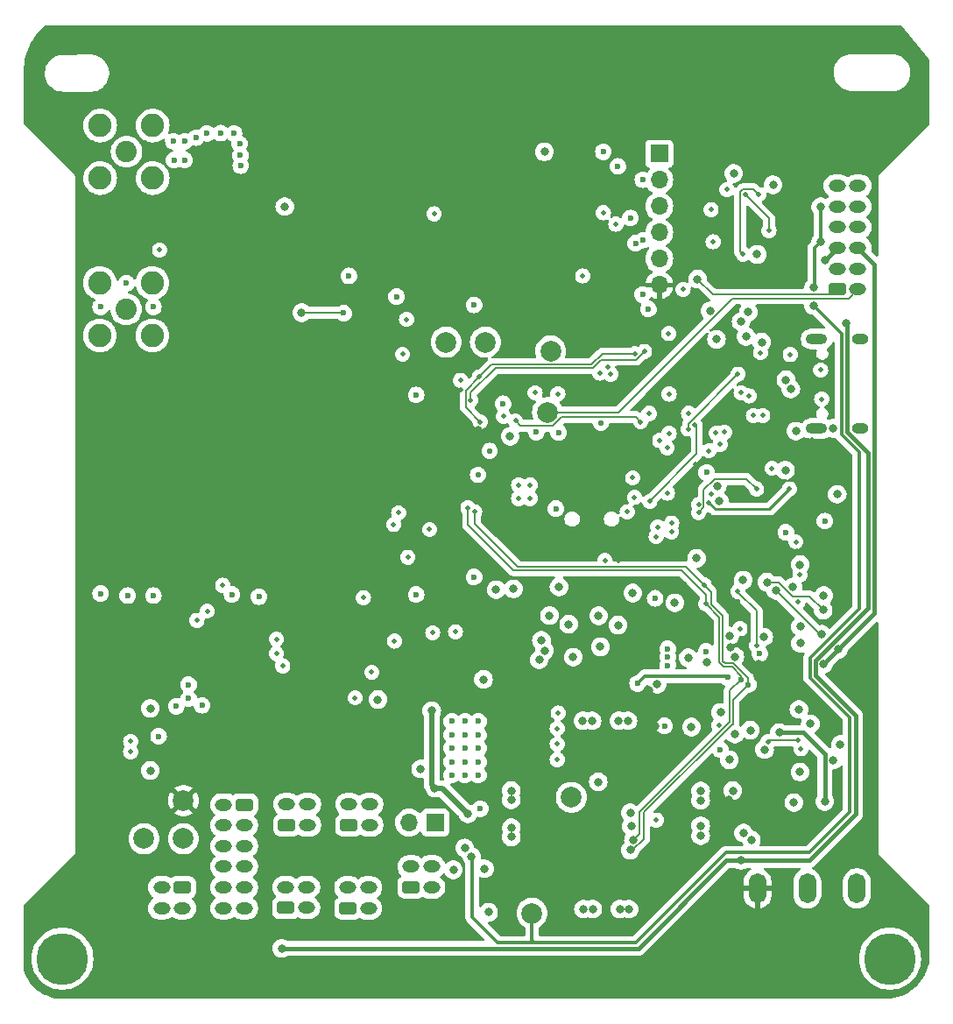
<source format=gbr>
%TF.GenerationSoftware,KiCad,Pcbnew,8.0.7*%
%TF.CreationDate,2025-03-06T17:29:39-08:00*%
%TF.ProjectId,FC_V5,46435f56-352e-46b6-9963-61645f706362,rev?*%
%TF.SameCoordinates,Original*%
%TF.FileFunction,Copper,L3,Inr*%
%TF.FilePolarity,Positive*%
%FSLAX46Y46*%
G04 Gerber Fmt 4.6, Leading zero omitted, Abs format (unit mm)*
G04 Created by KiCad (PCBNEW 8.0.7) date 2025-03-06 17:29:39*
%MOMM*%
%LPD*%
G01*
G04 APERTURE LIST*
G04 Aperture macros list*
%AMRoundRect*
0 Rectangle with rounded corners*
0 $1 Rounding radius*
0 $2 $3 $4 $5 $6 $7 $8 $9 X,Y pos of 4 corners*
0 Add a 4 corners polygon primitive as box body*
4,1,4,$2,$3,$4,$5,$6,$7,$8,$9,$2,$3,0*
0 Add four circle primitives for the rounded corners*
1,1,$1+$1,$2,$3*
1,1,$1+$1,$4,$5*
1,1,$1+$1,$6,$7*
1,1,$1+$1,$8,$9*
0 Add four rect primitives between the rounded corners*
20,1,$1+$1,$2,$3,$4,$5,0*
20,1,$1+$1,$4,$5,$6,$7,0*
20,1,$1+$1,$6,$7,$8,$9,0*
20,1,$1+$1,$8,$9,$2,$3,0*%
G04 Aperture macros list end*
%TA.AperFunction,ComponentPad*%
%ADD10O,1.700000X2.900000*%
%TD*%
%TA.AperFunction,ComponentPad*%
%ADD11C,2.000000*%
%TD*%
%TA.AperFunction,ComponentPad*%
%ADD12C,2.050000*%
%TD*%
%TA.AperFunction,ComponentPad*%
%ADD13C,2.250000*%
%TD*%
%TA.AperFunction,ComponentPad*%
%ADD14R,1.700000X1.700000*%
%TD*%
%TA.AperFunction,ComponentPad*%
%ADD15O,1.700000X1.700000*%
%TD*%
%TA.AperFunction,ComponentPad*%
%ADD16C,5.000000*%
%TD*%
%TA.AperFunction,ComponentPad*%
%ADD17RoundRect,0.250000X0.575000X-0.350000X0.575000X0.350000X-0.575000X0.350000X-0.575000X-0.350000X0*%
%TD*%
%TA.AperFunction,ComponentPad*%
%ADD18O,1.650000X1.200000*%
%TD*%
%TA.AperFunction,ComponentPad*%
%ADD19RoundRect,0.250000X-0.575000X0.350000X-0.575000X-0.350000X0.575000X-0.350000X0.575000X0.350000X0*%
%TD*%
%TA.AperFunction,ComponentPad*%
%ADD20C,0.500000*%
%TD*%
%TA.AperFunction,HeatsinkPad*%
%ADD21C,0.500000*%
%TD*%
%TA.AperFunction,ComponentPad*%
%ADD22C,0.600000*%
%TD*%
%TA.AperFunction,ComponentPad*%
%ADD23O,1.600000X1.000000*%
%TD*%
%TA.AperFunction,ComponentPad*%
%ADD24O,2.100000X1.000000*%
%TD*%
%TA.AperFunction,ViaPad*%
%ADD25C,0.460000*%
%TD*%
%TA.AperFunction,ViaPad*%
%ADD26C,0.800000*%
%TD*%
%TA.AperFunction,ViaPad*%
%ADD27C,0.600000*%
%TD*%
%TA.AperFunction,ViaPad*%
%ADD28C,0.560000*%
%TD*%
%TA.AperFunction,Conductor*%
%ADD29C,0.152400*%
%TD*%
%TA.AperFunction,Conductor*%
%ADD30C,0.250000*%
%TD*%
%TA.AperFunction,Conductor*%
%ADD31C,0.400000*%
%TD*%
%TA.AperFunction,Conductor*%
%ADD32C,0.300000*%
%TD*%
%TA.AperFunction,Conductor*%
%ADD33C,0.500000*%
%TD*%
%TA.AperFunction,Conductor*%
%ADD34C,0.127000*%
%TD*%
%TA.AperFunction,Conductor*%
%ADD35C,0.200000*%
%TD*%
%TA.AperFunction,Conductor*%
%ADD36C,0.342392*%
%TD*%
G04 APERTURE END LIST*
D10*
%TO.N,3.3V*%
%TO.C,SW3*%
X214500000Y-131200000D03*
%TO.N,/3v3 Spec*%
X219300000Y-131200000D03*
%TO.N,unconnected-(SW3-C-Pad3)*%
X224100000Y-131200000D03*
%TD*%
D11*
%TO.N,VBUSP*%
%TO.C,TP17*%
X192700000Y-133600000D03*
%TD*%
%TO.N,GND*%
%TO.C,TP15*%
X155200000Y-126400000D03*
%TD*%
D12*
%TO.N,RF1_ANT*%
%TO.C,J6*%
X153500000Y-60000000D03*
D13*
%TO.N,GND*%
X150960000Y-57460000D03*
X150960000Y-62540000D03*
X156040000Y-57460000D03*
X156040000Y-62540000D03*
%TD*%
D14*
%TO.N,VBATT_SENSE*%
%TO.C,J13*%
X183350000Y-124825000D03*
D15*
%TO.N,VBatt*%
X180810000Y-124825000D03*
%TD*%
D11*
%TO.N,Net-(IC3-EVI)*%
%TO.C,TP6*%
X196500000Y-122400000D03*
%TD*%
D16*
%TO.N,N/C*%
%TO.C,H2*%
X227300000Y-138000000D03*
%TD*%
D17*
%TO.N,V_RBF*%
%TO.C,J20*%
X180999999Y-131100000D03*
D18*
%TO.N,VBATT_SENSE*%
X183000000Y-131100000D03*
%TO.N,V_RBF*%
X180999999Y-129099999D03*
%TO.N,VBATT_SENSE*%
X182999999Y-129100000D03*
%TD*%
D16*
%TO.N,N/C*%
%TO.C,H1*%
X147300000Y-138000000D03*
%TD*%
D17*
%TO.N,VBatt*%
%TO.C,J7*%
X168900000Y-133075000D03*
D18*
%TO.N,Net-(J10-Pin_1)*%
X170900001Y-133075000D03*
%TO.N,VBatt*%
X168900000Y-131074999D03*
%TO.N,Net-(J10-Pin_3)*%
X170900000Y-131075000D03*
%TD*%
D12*
%TO.N,/ANT2*%
%TO.C,J11*%
X153460000Y-75210000D03*
D13*
%TO.N,GND*%
X150920000Y-72670000D03*
X150920000Y-77750000D03*
X156000000Y-72670000D03*
X156000000Y-77750000D03*
%TD*%
D17*
%TO.N,Net-(J10-Pin_1)*%
%TO.C,J10*%
X174900000Y-133125000D03*
D18*
%TO.N,V_RBF*%
X176900001Y-133125000D03*
%TO.N,Net-(J10-Pin_3)*%
X174900000Y-131124999D03*
%TO.N,V_RBF*%
X176900000Y-131125000D03*
%TD*%
D11*
%TO.N,B-*%
%TO.C,TP4*%
X159000000Y-126400000D03*
%TD*%
D19*
%TO.N,B-*%
%TO.C,J19*%
X158900000Y-131099999D03*
D18*
%TO.N,GND*%
X156899999Y-131099999D03*
%TO.N,B-*%
X158900000Y-133100000D03*
%TO.N,GND*%
X156900000Y-133099999D03*
%TD*%
D17*
%TO.N,VBatt*%
%TO.C,J8*%
X169000000Y-125075000D03*
D18*
%TO.N,Net-(J29-Pin_1)*%
X171000001Y-125075000D03*
%TO.N,VBatt*%
X169000000Y-123074999D03*
%TO.N,Net-(J29-Pin_3)*%
X171000000Y-123075000D03*
%TD*%
D11*
%TO.N,FC_RESET*%
%TO.C,TP2*%
X194200000Y-85200000D03*
%TD*%
%TO.N,RF1_IO0*%
%TO.C,TP8*%
X188200000Y-78400000D03*
%TD*%
%TO.N,3.3V*%
%TO.C,TP3*%
X159000000Y-122700000D03*
%TD*%
D17*
%TO.N,Net-(J29-Pin_1)*%
%TO.C,J29*%
X175000000Y-125075000D03*
D18*
%TO.N,V_RBF*%
X177000001Y-125075000D03*
%TO.N,Net-(J29-Pin_3)*%
X175000000Y-123074999D03*
%TO.N,V_RBF*%
X177000000Y-123075000D03*
%TD*%
D20*
%TO.N,GND*%
%TO.C,IC1*%
X205930000Y-83400812D03*
X204020812Y-85310000D03*
X207839188Y-85310000D03*
X205930000Y-87219188D03*
%TD*%
D11*
%TO.N,RF1_IO4*%
%TO.C,TP7*%
X184400000Y-78400000D03*
%TD*%
%TO.N,USBBOOT*%
%TO.C,TP1*%
X194500000Y-79250000D03*
%TD*%
D21*
%TO.N,GND*%
%TO.C,U16*%
X191425000Y-92200000D03*
X191425000Y-93500000D03*
X192525000Y-92200000D03*
X192525000Y-93500000D03*
%TD*%
D17*
%TO.N,USBBOOT*%
%TO.C,J16*%
X222200001Y-73300000D03*
D18*
%TO.N,FC_RESET*%
X224200002Y-73300000D03*
%TO.N,USB_D-*%
X222200001Y-71299999D03*
%TO.N,USB_D+*%
X224200001Y-71300000D03*
%TO.N,Dir_Chrg_In*%
X222200001Y-69300000D03*
%TO.N,VSOLAR*%
X224200001Y-69299999D03*
%TO.N,SDA0*%
X222200001Y-67300000D03*
%TO.N,F5_PWR*%
X224200001Y-67300000D03*
%TO.N,SCL0*%
X222200001Y-65300000D03*
%TO.N,DEPLOY1*%
X224200001Y-65300000D03*
%TO.N,GND*%
X222200001Y-63300000D03*
X224200001Y-63300000D03*
%TD*%
D19*
%TO.N,VBatt*%
%TO.C,J14*%
X164900000Y-123100000D03*
D18*
%TO.N,B-*%
X162899999Y-123100000D03*
%TO.N,VBatt*%
X164900000Y-125100001D03*
%TO.N,B-*%
X162900000Y-125100000D03*
%TO.N,VBatt*%
X164900000Y-127100000D03*
%TO.N,B-*%
X162900000Y-127100001D03*
%TO.N,VBatt*%
X164900000Y-129100000D03*
%TO.N,B-*%
X162900000Y-129100000D03*
%TO.N,VBatt*%
X164900000Y-131100000D03*
%TO.N,B-*%
X162900000Y-131100000D03*
%TO.N,VBatt*%
X164900000Y-133100000D03*
%TO.N,B-*%
X162900000Y-133100000D03*
%TD*%
D14*
%TO.N,GND*%
%TO.C,J3*%
X205000000Y-60190000D03*
D15*
%TO.N,TX*%
X205000000Y-62730000D03*
%TO.N,RX*%
X205000000Y-65270000D03*
%TO.N,SCL0*%
X205000000Y-67810000D03*
%TO.N,SDA0*%
X205000000Y-70350000D03*
%TO.N,3.3V*%
X205000000Y-72890000D03*
%TD*%
D22*
%TO.N,GND*%
%TO.C,U10*%
X187531250Y-120250000D03*
X187531250Y-118950000D03*
X187531250Y-117650000D03*
X187531250Y-116350000D03*
X187531250Y-115050000D03*
X186231250Y-120250000D03*
X186231250Y-118950000D03*
X186231250Y-117650000D03*
X186231250Y-116350000D03*
X186231250Y-115050000D03*
X184931250Y-120250000D03*
X184931250Y-118950000D03*
X184931250Y-117650000D03*
X184931250Y-116350000D03*
X184931250Y-115050000D03*
%TD*%
D23*
%TO.N,GND*%
%TO.C,J12*%
X224400000Y-78100000D03*
D24*
X220220000Y-78100000D03*
D23*
X224400000Y-86740000D03*
D24*
X220220000Y-86740000D03*
%TD*%
D25*
%TO.N,3.3V*%
X175200000Y-108300000D03*
%TO.N,GND*%
X210000000Y-65593800D03*
X210200000Y-68700000D03*
X211529814Y-63648268D03*
%TO.N,ENAB_RF*%
X185300000Y-106400000D03*
X208795001Y-94884888D03*
X206177151Y-96737854D03*
X204691401Y-97191401D03*
X214400000Y-92600000D03*
%TO.N,VBUS_RESET*%
X217569998Y-92600000D03*
X209807400Y-93900000D03*
X204837751Y-96260162D03*
X206200000Y-95900000D03*
X208795000Y-94100000D03*
X180700000Y-99200000D03*
%TO.N,RF_VCC*%
X168600000Y-109700000D03*
X176400000Y-103100000D03*
%TO.N,GND*%
X168000000Y-108500000D03*
X168000000Y-107100000D03*
%TO.N,3.3V*%
X169400000Y-111300000D03*
X170400000Y-112780000D03*
%TO.N,GND*%
X175600000Y-112780000D03*
%TO.N,F4_SDA*%
X153900000Y-118000000D03*
%TO.N,F4_SCL*%
X153900000Y-117000000D03*
D26*
%TO.N,3.3V*%
X151400000Y-114700000D03*
%TO.N,GND*%
X197599998Y-115000001D03*
D27*
X204598846Y-103160000D03*
D26*
X221800000Y-86740000D03*
D27*
X151000000Y-102700000D03*
D26*
X177800000Y-112950000D03*
X201974999Y-115000002D03*
D25*
X215000000Y-85505000D03*
X162800000Y-101900000D03*
D27*
X201000000Y-61400000D03*
X159110000Y-58990000D03*
D26*
X209600000Y-109300000D03*
X193900000Y-60000000D03*
D27*
X205808799Y-108841200D03*
D26*
X204806250Y-111450000D03*
D27*
X166300000Y-103000000D03*
D26*
X202200000Y-123900000D03*
D25*
X195131250Y-117250000D03*
X217660190Y-79598854D03*
D26*
X211775000Y-118775000D03*
D27*
X164430000Y-59240000D03*
D26*
X214458916Y-69916022D03*
D27*
X221000000Y-95700000D03*
D25*
X193000000Y-83300000D03*
D26*
X201074998Y-115000001D03*
X218600000Y-99900000D03*
D25*
X199600000Y-65900000D03*
X200800000Y-67000000D03*
D27*
X193100000Y-87100000D03*
D26*
X216000000Y-63200000D03*
X212100000Y-121745000D03*
D27*
X158100000Y-60800000D03*
D25*
X212900000Y-83300000D03*
D27*
X181500000Y-102800000D03*
D26*
X218200000Y-87000000D03*
X190699998Y-122649999D03*
X218000000Y-122900000D03*
X212200000Y-62100000D03*
X209900000Y-75400000D03*
X190699999Y-121749999D03*
D27*
X153500000Y-72700000D03*
X151000000Y-75000000D03*
D26*
X208100000Y-115600000D03*
D27*
X163700000Y-102800000D03*
X175000000Y-72000000D03*
X179600000Y-74000000D03*
X153600000Y-102900000D03*
D26*
X155800000Y-113800000D03*
D27*
X156600000Y-116500000D03*
X164550000Y-61340000D03*
X205808799Y-108041199D03*
X202200000Y-66400000D03*
X158020000Y-58980000D03*
D25*
X156700000Y-69500000D03*
D26*
X181931250Y-119650000D03*
X212300000Y-108800000D03*
X213390000Y-77840000D03*
X218639998Y-107500000D03*
X209000000Y-121775000D03*
D27*
X164510000Y-60360000D03*
D26*
X168800000Y-65300000D03*
X209000001Y-125150000D03*
D27*
X217249999Y-96774998D03*
X205808799Y-109641200D03*
D26*
X198499999Y-115000002D03*
X202300000Y-125200000D03*
D25*
X214100000Y-85505000D03*
D26*
X210800000Y-93800000D03*
D25*
X199750378Y-99499622D03*
X189950000Y-85580000D03*
X195200000Y-83400000D03*
D26*
X190906250Y-102250000D03*
D25*
X200300000Y-81500000D03*
D26*
X213100000Y-101400000D03*
D25*
X195231250Y-114250000D03*
X183100000Y-106500000D03*
D27*
X205500000Y-115500000D03*
D25*
X218400000Y-103505000D03*
D26*
X193606250Y-107225000D03*
X215100000Y-106900000D03*
X218600000Y-119950000D03*
X199100000Y-120900000D03*
D27*
X209578195Y-91000000D03*
D25*
X185800000Y-82100000D03*
X218700000Y-117700000D03*
D26*
X219600000Y-115300000D03*
D25*
X177200000Y-110300000D03*
X205900000Y-77570000D03*
D26*
X188100000Y-129300000D03*
X197674998Y-133200000D03*
D25*
X212800000Y-106100000D03*
D26*
X190575000Y-87500000D03*
D25*
X195131250Y-118750000D03*
D26*
X208600000Y-99300000D03*
D28*
X199373000Y-86198548D03*
D27*
X189900000Y-84363500D03*
D26*
X188000000Y-111000000D03*
X215175000Y-117775000D03*
D27*
X162580000Y-58200000D03*
D26*
X155800000Y-119800000D03*
D25*
X213700000Y-83600000D03*
D26*
X186200000Y-127300000D03*
X201174998Y-133200000D03*
D25*
X195131250Y-115750000D03*
D27*
X161280000Y-58230000D03*
D26*
X208999999Y-122675000D03*
D25*
X218600000Y-100893801D03*
D26*
X190699998Y-126225000D03*
X188500000Y-133500000D03*
D27*
X163890000Y-58230000D03*
X195000000Y-94500000D03*
D26*
X207800000Y-108900000D03*
D27*
X209535000Y-108300000D03*
X158300000Y-113600000D03*
X156100000Y-75000000D03*
D26*
X222200000Y-93100000D03*
X198574999Y-133200001D03*
X195306250Y-102050000D03*
D25*
X202427913Y-91510000D03*
D26*
X208999999Y-126100000D03*
D27*
X159130000Y-60800000D03*
D25*
X215900000Y-90592600D03*
D27*
X160210000Y-58640000D03*
X181500000Y-83500000D03*
D26*
X218502317Y-113897683D03*
D27*
X199600000Y-60001499D03*
D26*
X218629998Y-105900000D03*
D27*
X156100000Y-102900000D03*
X160800000Y-113500000D03*
D26*
X202074999Y-133200001D03*
X210600000Y-92300000D03*
X190699999Y-125325000D03*
D27*
X195258058Y-87141942D03*
D26*
%TO.N,3.3V*%
X162200000Y-116700000D03*
X211700000Y-122661516D03*
X217500000Y-75600000D03*
D27*
X193700000Y-88300000D03*
D26*
X216500000Y-72000000D03*
X199963500Y-77300000D03*
X197436500Y-74000000D03*
D25*
X212969999Y-87864083D03*
D26*
X190500000Y-133000000D03*
D25*
X153500000Y-95000000D03*
D27*
X213699999Y-113223011D03*
D25*
X214100000Y-98270000D03*
D28*
X212585000Y-103515000D03*
D26*
X208500000Y-68100000D03*
D25*
X220500000Y-90600000D03*
D28*
X178800000Y-118800000D03*
D25*
X185790406Y-82998319D03*
D26*
X214200000Y-119845000D03*
X194000000Y-125200000D03*
D25*
X219800000Y-87800000D03*
D26*
X192600000Y-110700000D03*
X203979786Y-112012990D03*
X211861294Y-107889010D03*
D25*
X208499900Y-90200000D03*
D26*
X187497313Y-86912045D03*
X204600000Y-115500000D03*
X191000000Y-90500000D03*
X194300000Y-74000000D03*
D25*
X200900000Y-64700000D03*
D26*
X191500000Y-112323800D03*
D25*
X218300000Y-98600000D03*
D26*
X211400000Y-84400000D03*
X193600000Y-110700000D03*
X181650000Y-78650000D03*
X214585000Y-109500000D03*
X190454329Y-114881530D03*
D27*
X207398799Y-101800000D03*
D25*
X201050000Y-99500000D03*
D26*
X199100000Y-124100000D03*
D28*
X201670920Y-76100000D03*
D26*
X211200000Y-81200000D03*
X157500000Y-86500000D03*
%TO.N,VBUSP*%
X219900000Y-74852400D03*
X186500000Y-124000000D03*
X183000000Y-114028600D03*
X186865000Y-128135000D03*
X219925021Y-73136500D03*
X220600000Y-65300000D03*
X183300000Y-121500000D03*
X220600000Y-68700000D03*
D27*
%TO.N,TX*%
X202702194Y-68838128D03*
X203952400Y-75200000D03*
%TO.N,RX*%
X203376200Y-73800000D03*
X203447564Y-68547564D03*
X203400000Y-62700000D03*
D26*
%TO.N,WDT_BIAS*%
X202431250Y-102649999D03*
X199306250Y-107850000D03*
D25*
%TO.N,SDA1*%
X186506813Y-94400000D03*
X209500000Y-103700000D03*
X203564874Y-79300000D03*
X186770000Y-84000000D03*
D26*
X202500000Y-126500000D03*
D27*
X212900000Y-111000000D03*
D25*
%TO.N,SCL1*%
X187678042Y-86101958D03*
D28*
X188600000Y-88900000D03*
D26*
X202200000Y-127500000D03*
D28*
X187465687Y-91234313D03*
D25*
X187600000Y-81760000D03*
D27*
X213600000Y-111500000D03*
D25*
X202662621Y-79504340D03*
X209324767Y-101875233D03*
X187163500Y-94800000D03*
%TO.N,/Power Systems/V_RF*%
X179400000Y-107300000D03*
D27*
%TO.N,Net-(D10-K)*%
X210900000Y-117779800D03*
D26*
%TO.N,Net-(D12-K)*%
X211800000Y-106800000D03*
%TO.N,VBATT_SENSE*%
X185100000Y-129400000D03*
X206500000Y-103600000D03*
D27*
X187700000Y-123500000D03*
%TO.N,FC_RESET*%
X187100000Y-101100000D03*
D25*
%TO.N,SWCLK*%
X205044501Y-87897613D03*
%TO.N,SWDIO*%
X205760000Y-88610000D03*
%TO.N,SPI0_MISO*%
X199247500Y-81400000D03*
X197600000Y-72001499D03*
%TO.N,SPI0_CS0*%
X183240000Y-66001499D03*
X180570000Y-76200000D03*
D27*
%TO.N,RF1_IO4*%
X187100000Y-74800000D03*
D26*
%TO.N,RF1_IO0*%
X170439847Y-75560153D03*
D27*
X174500000Y-75600000D03*
D26*
%TO.N,/QSPI_DATA[3]*%
X210527330Y-78127330D03*
X213600000Y-75500000D03*
%TO.N,/QSPI_DATA[0]*%
X212900000Y-76423800D03*
X214900000Y-78400000D03*
D25*
%TO.N,RTC_INT*%
X204700000Y-124600000D03*
X210747530Y-115454557D03*
D26*
%TO.N,USB_D-*%
X217712084Y-82922608D03*
%TO.N,USB_D+*%
X217240685Y-82040685D03*
%TO.N,Net-(U1B-+)*%
X199128138Y-104850001D03*
X201006251Y-105750000D03*
%TO.N,Net-(U1D-+)*%
X193400000Y-109100000D03*
%TO.N,Net-(R31-Pad1)*%
X194381097Y-104824847D03*
X196679497Y-108849999D03*
%TO.N,USBBOOT*%
X208700000Y-72300000D03*
D25*
X207300000Y-73300000D03*
D26*
%TO.N,VSOLAR_I*%
X210917530Y-114199910D03*
%TO.N,Dir_Chrg_In*%
X212900000Y-128500000D03*
X221000000Y-70500000D03*
X223100000Y-76600000D03*
X168500000Y-137000000D03*
%TO.N,Net-(JP6-A)*%
X189227972Y-102327972D03*
X193900000Y-108200000D03*
%TO.N,/Watchdog Circuit/WDT-VP*%
X196240778Y-105659222D03*
%TO.N,F0_SCL*%
X220900000Y-102900000D03*
%TO.N,F1_SDA*%
X216284354Y-102415646D03*
X220658471Y-106629982D03*
%TO.N,F0_SDA*%
X217928146Y-102071854D03*
%TO.N,F1_SCL*%
X220840002Y-104300000D03*
X215400000Y-101600000D03*
D25*
%TO.N,FIRE_DEPLOY1_B*%
X214600000Y-64130002D03*
X213100000Y-69900000D03*
D26*
%TO.N,F2_SDA*%
X222500000Y-117300000D03*
%TO.N,F3_SCL*%
X213900000Y-126500000D03*
%TO.N,F3_SDA*%
X213140742Y-125849207D03*
%TO.N,F2_SCL*%
X221800000Y-118800000D03*
D27*
%TO.N,~{MUX_RESET}*%
X214700000Y-108500000D03*
D26*
%TO.N,F4_SCL*%
X212300000Y-116300000D03*
%TO.N,F4_SDA*%
X213793886Y-115910432D03*
D25*
%TO.N,FIRE_DEPLOY1_A*%
X213300000Y-64119817D03*
X214786773Y-79413227D03*
X212600000Y-81495000D03*
X207800000Y-86800000D03*
X215600000Y-67630000D03*
D26*
%TO.N,VSOLAR*%
X216600000Y-116128600D03*
D27*
X202900000Y-111400000D03*
D26*
X220900000Y-109500000D03*
X221000000Y-122800000D03*
X222300000Y-108100000D03*
D27*
X211589136Y-110813227D03*
D25*
%TO.N,FACE0_ENABLE*%
X214415000Y-107700000D03*
X212600000Y-102500000D03*
%TO.N,FACE1_ENABLE*%
X218200000Y-97700000D03*
%TO.N,FACE3_ENABLE*%
X215487696Y-117005000D03*
X218406200Y-116900000D03*
%TO.N,FACE4_ENABLE*%
X160307555Y-105292445D03*
X161300000Y-104400000D03*
X210000000Y-93100000D03*
X205788594Y-92988594D03*
D27*
X159500000Y-111500000D03*
X159500000Y-112850000D03*
D25*
%TO.N,Net-(J12-CC1)*%
X220600000Y-81100000D03*
%TO.N,Net-(J12-CC2)*%
X220700000Y-83900000D03*
%TO.N,SPI1_CS0*%
X200000000Y-80800000D03*
X180186167Y-79572885D03*
%TO.N,SPI1_MOSI*%
X179800000Y-94900000D03*
X201900000Y-94800000D03*
X210900000Y-88300000D03*
%TO.N,SPI1_SCK*%
X211300000Y-87100000D03*
X208417107Y-86382893D03*
X204087000Y-93800000D03*
X179319900Y-96020000D03*
%TO.N,SPI1_MISO*%
X210485405Y-87187591D03*
X202600000Y-93400000D03*
X182800000Y-96500000D03*
%TO.N,SR_LATCH*%
X209800000Y-88900000D03*
D26*
X217200000Y-90775000D03*
D25*
%TO.N,SPI1_CS1*%
X203200000Y-86100000D03*
X191100000Y-86000000D03*
%TD*%
D29*
%TO.N,ENAB_RF*%
X214400000Y-92600000D02*
X213423800Y-91623800D01*
X209301200Y-92642508D02*
X209301200Y-94378689D01*
X210319908Y-91623800D02*
X209301200Y-92642508D01*
X213423800Y-91623800D02*
X210319908Y-91623800D01*
X209301200Y-94378689D02*
X208795001Y-94884888D01*
D30*
%TO.N,VBUS_RESET*%
X215644998Y-94525000D02*
X217569998Y-92600000D01*
X210432400Y-94525000D02*
X215644998Y-94525000D01*
X209807400Y-93900000D02*
X210432400Y-94525000D01*
D31*
%TO.N,Dir_Chrg_In*%
X220100000Y-109168629D02*
X225187208Y-104081421D01*
X212900000Y-128500000D02*
X219500000Y-128500000D01*
X219500000Y-128500000D02*
X224000000Y-124000000D01*
X224000000Y-124000000D02*
X224000000Y-114500000D01*
X224000000Y-114500000D02*
X220100000Y-110600000D01*
X220100000Y-110600000D02*
X220100000Y-109168629D01*
X225187208Y-104081421D02*
X225187208Y-89100000D01*
X212900000Y-128500000D02*
X211500000Y-128500000D01*
X211500000Y-128500000D02*
X203000000Y-137000000D01*
X203000000Y-137000000D02*
X168500000Y-137000000D01*
D32*
%TO.N,VBUSP*%
X219550000Y-108940811D02*
X219550000Y-110827818D01*
X220600000Y-65300000D02*
X220600000Y-68700000D01*
D33*
X183000000Y-121200000D02*
X183000000Y-114028600D01*
D32*
X189389339Y-136450000D02*
X186900000Y-133960661D01*
X192700000Y-136250000D02*
X192700000Y-133600000D01*
D33*
X183300000Y-121500000D02*
X183000000Y-121200000D01*
X184000000Y-121500000D02*
X183300000Y-121500000D01*
D32*
X224300000Y-104190811D02*
X219550000Y-108940811D01*
X219472182Y-127750000D02*
X211472182Y-127750000D01*
X211472182Y-127750000D02*
X202772182Y-136450000D01*
X202772182Y-136450000D02*
X192900000Y-136450000D01*
X222600000Y-77552400D02*
X222600000Y-87300000D01*
X186900000Y-128170000D02*
X186865000Y-128135000D01*
X224300000Y-89000000D02*
X224300000Y-104190811D01*
X222600000Y-87300000D02*
X224300000Y-89000000D01*
X223400000Y-114677818D02*
X223400000Y-123822182D01*
D33*
X186500000Y-124000000D02*
X184000000Y-121500000D01*
D32*
X220600000Y-68700000D02*
X220000000Y-69300000D01*
X192900000Y-136450000D02*
X192700000Y-136250000D01*
X223400000Y-123822182D02*
X219472182Y-127750000D01*
X220000000Y-69300000D02*
X220000000Y-73061521D01*
X220000000Y-73061521D02*
X219925021Y-73136500D01*
X219900000Y-74852400D02*
X222600000Y-77552400D01*
X219550000Y-110827818D02*
X223400000Y-114677818D01*
X186900000Y-133960661D02*
X186900000Y-128170000D01*
X192900000Y-136450000D02*
X189389339Y-136450000D01*
D34*
%TO.N,SDA1*%
X209500000Y-103700000D02*
X210809500Y-105009500D01*
X212900000Y-111000000D02*
X211809500Y-112090500D01*
X203051619Y-123848381D02*
X203051619Y-125948381D01*
X186770000Y-83287915D02*
X186770000Y-84000000D01*
X186506813Y-94400000D02*
X186506813Y-96042847D01*
X202764874Y-80100000D02*
X199362448Y-80100000D01*
X211809500Y-112090500D02*
X211809500Y-115090500D01*
X199362448Y-80100000D02*
X198571948Y-80890500D01*
X186506813Y-96042847D02*
X190927466Y-100463500D01*
D35*
X202500000Y-126400000D02*
X202500000Y-126500000D01*
D34*
X203564874Y-79300000D02*
X202764874Y-80100000D01*
X211809500Y-115090500D02*
X203051619Y-123848381D01*
X207163500Y-100463500D02*
X209500000Y-102800000D01*
X189167415Y-80890500D02*
X186770000Y-83287915D01*
X198571948Y-80890500D02*
X189167415Y-80890500D01*
X203051619Y-125948381D02*
X202500000Y-126500000D01*
X209500000Y-102800000D02*
X209500000Y-103700000D01*
X211228052Y-109790500D02*
X212028052Y-109790500D01*
X210809500Y-105009500D02*
X210809500Y-109371948D01*
X212028052Y-109790500D02*
X212900000Y-110662448D01*
X210809500Y-109371948D02*
X211228052Y-109790500D01*
X212900000Y-110662448D02*
X212900000Y-111000000D01*
X190927466Y-100463500D02*
X207163500Y-100463500D01*
%TO.N,SCL1*%
X187163500Y-95963500D02*
X191336500Y-100136500D01*
X211363500Y-109463500D02*
X212163500Y-109463500D01*
X199495660Y-79504340D02*
X198436500Y-80563500D01*
X207586034Y-100136500D02*
X209324767Y-101875233D01*
X212033262Y-115329186D02*
X203531224Y-123831224D01*
D35*
X202489950Y-127500000D02*
X202200000Y-127500000D01*
D34*
X212163500Y-109463500D02*
X213600000Y-110900000D01*
X202662621Y-79504340D02*
X199495660Y-79504340D01*
X188796500Y-80563500D02*
X187600000Y-81760000D01*
X191336500Y-100136500D02*
X207586034Y-100136500D01*
X202438331Y-127500000D02*
X202200000Y-127500000D01*
X212136500Y-115329186D02*
X212033262Y-115329186D01*
X213600000Y-111500000D02*
X212136500Y-112963500D01*
X186276500Y-84700416D02*
X186276500Y-83083500D01*
X209993500Y-103731052D02*
X211136500Y-104874052D01*
X211136500Y-109236500D02*
X211363500Y-109463500D01*
X187678042Y-86101958D02*
X186276500Y-84700416D01*
X213600000Y-110900000D02*
X213600000Y-111500000D01*
X211136500Y-104874052D02*
X211136500Y-109236500D01*
X203531224Y-123831224D02*
X203531224Y-126407107D01*
X209324767Y-101875233D02*
X209993500Y-102543966D01*
X187163500Y-94800000D02*
X187163500Y-95963500D01*
X186276500Y-83083500D02*
X187600000Y-81760000D01*
X198436500Y-80563500D02*
X188796500Y-80563500D01*
X209993500Y-102543966D02*
X209993500Y-103731052D01*
X212136500Y-112963500D02*
X212136500Y-115329186D01*
X203531224Y-126407107D02*
X202438331Y-127500000D01*
D29*
%TO.N,FC_RESET*%
X201043708Y-85200000D02*
X194200000Y-85200000D01*
X209584438Y-76671854D02*
X212080092Y-74176200D01*
X209571854Y-76671854D02*
X209584438Y-76671854D01*
X212080092Y-74176200D02*
X223323802Y-74176200D01*
X223323802Y-74176200D02*
X224200002Y-73300000D01*
X209571854Y-76671854D02*
X201043708Y-85200000D01*
D34*
%TO.N,RF1_IO0*%
X174460153Y-75560153D02*
X174500000Y-75600000D01*
X170439847Y-75560153D02*
X174460153Y-75560153D01*
%TO.N,USBBOOT*%
X208700000Y-72300000D02*
X210200000Y-73800000D01*
X221700001Y-73800000D02*
X222200001Y-73300000D01*
X210200000Y-73800000D02*
X221700001Y-73800000D01*
D31*
%TO.N,Dir_Chrg_In*%
X222200001Y-69300000D02*
X222200000Y-69300000D01*
X223150000Y-86400000D02*
X223150000Y-87062792D01*
X222200000Y-69300000D02*
X221000000Y-70500000D01*
X223150000Y-87062792D02*
X225187208Y-89100000D01*
X223100000Y-76600000D02*
X223150000Y-76650000D01*
X223150000Y-76650000D02*
X223150000Y-86400000D01*
D29*
%TO.N,F1_SDA*%
X220498690Y-106629982D02*
X216284354Y-102415646D01*
X220658471Y-106629982D02*
X220498690Y-106629982D01*
%TO.N,F1_SCL*%
X217898800Y-102998800D02*
X219538802Y-102998800D01*
X216500000Y-101600000D02*
X217898800Y-102998800D01*
X219538802Y-102998800D02*
X220840002Y-104300000D01*
X215400000Y-101600000D02*
X216500000Y-101600000D01*
%TO.N,FIRE_DEPLOY1_B*%
X212792337Y-63907663D02*
X212792337Y-69592337D01*
X213086383Y-63613617D02*
X212792337Y-63907663D01*
X212792337Y-69592337D02*
X213100000Y-69900000D01*
X214083615Y-63613617D02*
X213086383Y-63613617D01*
X214600000Y-64130002D02*
X214083615Y-63613617D01*
%TO.N,FIRE_DEPLOY1_A*%
X212589125Y-81495000D02*
X212600000Y-81495000D01*
X215600000Y-66419817D02*
X213300000Y-64119817D01*
X207800000Y-86800000D02*
X207800000Y-86284125D01*
X215600000Y-67630000D02*
X215600000Y-66419817D01*
X207800000Y-86284125D02*
X212589125Y-81495000D01*
D36*
%TO.N,VSOLAR*%
X211454713Y-110678804D02*
X211589136Y-110813227D01*
D31*
X221000000Y-118200000D02*
X221000000Y-122800000D01*
X225800000Y-104600000D02*
X223000000Y-107400000D01*
D36*
X202900000Y-111400000D02*
X203621196Y-110678804D01*
D31*
X218928600Y-116128600D02*
X221000000Y-118200000D01*
X223000000Y-107400000D02*
X220900000Y-109500000D01*
X225800000Y-70899998D02*
X225800000Y-104600000D01*
D36*
X203621196Y-110678804D02*
X211454713Y-110678804D01*
D31*
X216600000Y-116128600D02*
X218928600Y-116128600D01*
X224200001Y-69299999D02*
X225800000Y-70899998D01*
D29*
%TO.N,FACE0_ENABLE*%
X214415000Y-104368758D02*
X214415000Y-107700000D01*
X212600000Y-102500000D02*
X212600000Y-102553758D01*
X212600000Y-102553758D02*
X214415000Y-104368758D01*
%TO.N,FACE3_ENABLE*%
X215592696Y-116900000D02*
X215487696Y-117005000D01*
X218406200Y-116900000D02*
X215592696Y-116900000D01*
D34*
%TO.N,SPI1_SCK*%
X208600000Y-89209532D02*
X208600000Y-86565786D01*
X204087000Y-93722532D02*
X208600000Y-89209532D01*
X208600000Y-86565786D02*
X208417107Y-86382893D01*
X204087000Y-93800000D02*
X204087000Y-93722532D01*
D29*
%TO.N,SPI1_CS1*%
X195562472Y-85642348D02*
X194704820Y-86500000D01*
X202742348Y-85642348D02*
X195562472Y-85642348D01*
X191600000Y-86500000D02*
X191100000Y-86000000D01*
X194704820Y-86500000D02*
X191600000Y-86500000D01*
X203200000Y-86100000D02*
X202742348Y-85642348D01*
%TD*%
%TA.AperFunction,Conductor*%
%TO.N,3.3V*%
G36*
X228288992Y-47778802D02*
G01*
X228355977Y-47798672D01*
X228384059Y-47823599D01*
X231057452Y-51044082D01*
X231114110Y-51112334D01*
X231141784Y-51176490D01*
X231142700Y-51191536D01*
X231142700Y-57245588D01*
X231123015Y-57312627D01*
X231106381Y-57333269D01*
X226200025Y-62239624D01*
X226200024Y-62239625D01*
X226169500Y-62313316D01*
X226169500Y-69979479D01*
X226149815Y-70046518D01*
X226097011Y-70092273D01*
X226027853Y-70102217D01*
X225964297Y-70073192D01*
X225957819Y-70067160D01*
X225536236Y-69645577D01*
X225502751Y-69584254D01*
X225501444Y-69538498D01*
X225510932Y-69478597D01*
X225525501Y-69386610D01*
X225525501Y-69213388D01*
X225498403Y-69042298D01*
X225444874Y-68877554D01*
X225366233Y-68723211D01*
X225264415Y-68583071D01*
X225141929Y-68460585D01*
X225058976Y-68400316D01*
X225016312Y-68344987D01*
X225010333Y-68275373D01*
X225042939Y-68213578D01*
X225058973Y-68199684D01*
X225141929Y-68139414D01*
X225264415Y-68016928D01*
X225366233Y-67876788D01*
X225444874Y-67722445D01*
X225498403Y-67557701D01*
X225525501Y-67386611D01*
X225525501Y-67213389D01*
X225498403Y-67042299D01*
X225444874Y-66877555D01*
X225366233Y-66723212D01*
X225264415Y-66583072D01*
X225141929Y-66460586D01*
X225058976Y-66400317D01*
X225016312Y-66344988D01*
X225010333Y-66275374D01*
X225042939Y-66213579D01*
X225058977Y-66199682D01*
X225141929Y-66139414D01*
X225264415Y-66016928D01*
X225366233Y-65876788D01*
X225444874Y-65722445D01*
X225498403Y-65557701D01*
X225525501Y-65386611D01*
X225525501Y-65213389D01*
X225498403Y-65042299D01*
X225444874Y-64877555D01*
X225366233Y-64723212D01*
X225264415Y-64583072D01*
X225141929Y-64460586D01*
X225058976Y-64400317D01*
X225016312Y-64344988D01*
X225010333Y-64275374D01*
X225042939Y-64213579D01*
X225058977Y-64199682D01*
X225141929Y-64139414D01*
X225264415Y-64016928D01*
X225366233Y-63876788D01*
X225444874Y-63722445D01*
X225498403Y-63557701D01*
X225525501Y-63386611D01*
X225525501Y-63213389D01*
X225498403Y-63042299D01*
X225444874Y-62877555D01*
X225366233Y-62723212D01*
X225264415Y-62583072D01*
X225141929Y-62460586D01*
X225001789Y-62358768D01*
X224847446Y-62280127D01*
X224682702Y-62226598D01*
X224682700Y-62226597D01*
X224682699Y-62226597D01*
X224549905Y-62205565D01*
X224511612Y-62199500D01*
X223888390Y-62199500D01*
X223850097Y-62205565D01*
X223717303Y-62226597D01*
X223552553Y-62280128D01*
X223398212Y-62358768D01*
X223272887Y-62449823D01*
X223207080Y-62473303D01*
X223139026Y-62457478D01*
X223127115Y-62449823D01*
X223001789Y-62358768D01*
X222847448Y-62280128D01*
X222847447Y-62280127D01*
X222847446Y-62280127D01*
X222682702Y-62226598D01*
X222682700Y-62226597D01*
X222682699Y-62226597D01*
X222549905Y-62205565D01*
X222511612Y-62199500D01*
X221888390Y-62199500D01*
X221850097Y-62205565D01*
X221717303Y-62226597D01*
X221552553Y-62280128D01*
X221398212Y-62358768D01*
X221319649Y-62415848D01*
X221258073Y-62460586D01*
X221258071Y-62460588D01*
X221258070Y-62460588D01*
X221135589Y-62583069D01*
X221135589Y-62583070D01*
X221135587Y-62583072D01*
X221099883Y-62632214D01*
X221033769Y-62723211D01*
X220955129Y-62877552D01*
X220901598Y-63042302D01*
X220874501Y-63213389D01*
X220874501Y-63386610D01*
X220890142Y-63485368D01*
X220901599Y-63557701D01*
X220945546Y-63692956D01*
X220955129Y-63722447D01*
X220960107Y-63732216D01*
X221033769Y-63876788D01*
X221135587Y-64016928D01*
X221258073Y-64139414D01*
X221275258Y-64151899D01*
X221341024Y-64199683D01*
X221383690Y-64255013D01*
X221389668Y-64324626D01*
X221357062Y-64386421D01*
X221341024Y-64400317D01*
X221258079Y-64460581D01*
X221258069Y-64460589D01*
X221214539Y-64504118D01*
X221153216Y-64537602D01*
X221083524Y-64532616D01*
X221053974Y-64516753D01*
X221052729Y-64515848D01*
X220879807Y-64438857D01*
X220879802Y-64438855D01*
X220698494Y-64400318D01*
X220694646Y-64399500D01*
X220505354Y-64399500D01*
X220501506Y-64400318D01*
X220320197Y-64438855D01*
X220320192Y-64438857D01*
X220147270Y-64515848D01*
X220147265Y-64515851D01*
X219994129Y-64627111D01*
X219867466Y-64767785D01*
X219772821Y-64931715D01*
X219772818Y-64931722D01*
X219736890Y-65042299D01*
X219714326Y-65111744D01*
X219694540Y-65300000D01*
X219714326Y-65488256D01*
X219714327Y-65488259D01*
X219772818Y-65668277D01*
X219772821Y-65668284D01*
X219867466Y-65832215D01*
X219917649Y-65887948D01*
X219947880Y-65950940D01*
X219949500Y-65970921D01*
X219949500Y-68029078D01*
X219929815Y-68096117D01*
X219917650Y-68112050D01*
X219867466Y-68167785D01*
X219772821Y-68331715D01*
X219772818Y-68331722D01*
X219721844Y-68488606D01*
X219714326Y-68511744D01*
X219700831Y-68640143D01*
X219674246Y-68704758D01*
X219665191Y-68714862D01*
X219494727Y-68885325D01*
X219494726Y-68885326D01*
X219439362Y-68968187D01*
X219439361Y-68968187D01*
X219423536Y-68991870D01*
X219423534Y-68991874D01*
X219374499Y-69110255D01*
X219374497Y-69110261D01*
X219349500Y-69235928D01*
X219349500Y-72382305D01*
X219329815Y-72449344D01*
X219317650Y-72465277D01*
X219192487Y-72604285D01*
X219097842Y-72768215D01*
X219097839Y-72768222D01*
X219043651Y-72934997D01*
X219039347Y-72948244D01*
X219022023Y-73113078D01*
X219020774Y-73124962D01*
X218994189Y-73189576D01*
X218936892Y-73229561D01*
X218897453Y-73236000D01*
X210484978Y-73236000D01*
X210417939Y-73216315D01*
X210397297Y-73199681D01*
X209637025Y-72439409D01*
X209603540Y-72378086D01*
X209601385Y-72338766D01*
X209602209Y-72330926D01*
X209605460Y-72300000D01*
X209585674Y-72111744D01*
X209527179Y-71931716D01*
X209432533Y-71767784D01*
X209305871Y-71627112D01*
X209305870Y-71627111D01*
X209152734Y-71515851D01*
X209152729Y-71515848D01*
X208979807Y-71438857D01*
X208979802Y-71438855D01*
X208834001Y-71407865D01*
X208794646Y-71399500D01*
X208605354Y-71399500D01*
X208572897Y-71406398D01*
X208420197Y-71438855D01*
X208420192Y-71438857D01*
X208247270Y-71515848D01*
X208247265Y-71515851D01*
X208094129Y-71627111D01*
X207967466Y-71767785D01*
X207872821Y-71931715D01*
X207872818Y-71931722D01*
X207814327Y-72111740D01*
X207814326Y-72111744D01*
X207805288Y-72197737D01*
X207794540Y-72300000D01*
X207814326Y-72488257D01*
X207819762Y-72504985D01*
X207821757Y-72574827D01*
X207785677Y-72634660D01*
X207722976Y-72665488D01*
X207653562Y-72657524D01*
X207635861Y-72648299D01*
X207618958Y-72637678D01*
X207618953Y-72637676D01*
X207463574Y-72583307D01*
X207300004Y-72564878D01*
X207299996Y-72564878D01*
X207136425Y-72583307D01*
X206981046Y-72637676D01*
X206981044Y-72637677D01*
X206841658Y-72725258D01*
X206725258Y-72841658D01*
X206637677Y-72981044D01*
X206637676Y-72981046D01*
X206581269Y-73142250D01*
X206581439Y-73142780D01*
X206580694Y-73159614D01*
X206564878Y-73299995D01*
X206564878Y-73300003D01*
X206583307Y-73463574D01*
X206637676Y-73618953D01*
X206637677Y-73618955D01*
X206637678Y-73618957D01*
X206725258Y-73758341D01*
X206841659Y-73874742D01*
X206981043Y-73962322D01*
X207136420Y-74016691D01*
X207136423Y-74016691D01*
X207136425Y-74016692D01*
X207299996Y-74035122D01*
X207300000Y-74035122D01*
X207300004Y-74035122D01*
X207463574Y-74016692D01*
X207463575Y-74016691D01*
X207463580Y-74016691D01*
X207618957Y-73962322D01*
X207758341Y-73874742D01*
X207874742Y-73758341D01*
X207962322Y-73618957D01*
X208016691Y-73463580D01*
X208017238Y-73458724D01*
X208035122Y-73300003D01*
X208035122Y-73299997D01*
X208021218Y-73176596D01*
X208033272Y-73107774D01*
X208080621Y-73056394D01*
X208148232Y-73038770D01*
X208214638Y-73060496D01*
X208217323Y-73062394D01*
X208247265Y-73084148D01*
X208247270Y-73084151D01*
X208420192Y-73161142D01*
X208420197Y-73161144D01*
X208605354Y-73200500D01*
X208605355Y-73200500D01*
X208751522Y-73200500D01*
X208818561Y-73220185D01*
X208839203Y-73236819D01*
X209744346Y-74141962D01*
X209744356Y-74141973D01*
X209748686Y-74146303D01*
X209748687Y-74146304D01*
X209853696Y-74251313D01*
X209882795Y-74268113D01*
X209931010Y-74318681D01*
X209944232Y-74387288D01*
X209918264Y-74452152D01*
X209861350Y-74492680D01*
X209820794Y-74499500D01*
X209805354Y-74499500D01*
X209772897Y-74506398D01*
X209620197Y-74538855D01*
X209620192Y-74538857D01*
X209447270Y-74615848D01*
X209447265Y-74615851D01*
X209294129Y-74727111D01*
X209167466Y-74867785D01*
X209072821Y-75031715D01*
X209072818Y-75031722D01*
X209014327Y-75211740D01*
X209014326Y-75211744D01*
X208994540Y-75400000D01*
X209014326Y-75588256D01*
X209014327Y-75588259D01*
X209072818Y-75768277D01*
X209072821Y-75768284D01*
X209167467Y-75932216D01*
X209215326Y-75985369D01*
X209246996Y-76020542D01*
X209277226Y-76083533D01*
X209268601Y-76152869D01*
X209223859Y-76206534D01*
X209218032Y-76210163D01*
X209217749Y-76210380D01*
X200841150Y-84586981D01*
X200779827Y-84620466D01*
X200753469Y-84623300D01*
X195666555Y-84623300D01*
X195599516Y-84603615D01*
X195553761Y-84550811D01*
X195552999Y-84549110D01*
X195550211Y-84542755D01*
X195524173Y-84483393D01*
X195445845Y-84363503D01*
X195385900Y-84271749D01*
X195365713Y-84204860D01*
X195384893Y-84137674D01*
X195437352Y-84091524D01*
X195448747Y-84086889D01*
X195518957Y-84062322D01*
X195658341Y-83974742D01*
X195774742Y-83858341D01*
X195862322Y-83718957D01*
X195916691Y-83563580D01*
X195919439Y-83539192D01*
X195935122Y-83400003D01*
X195935122Y-83399996D01*
X195916692Y-83236425D01*
X195916691Y-83236423D01*
X195916691Y-83236420D01*
X195862322Y-83081043D01*
X195774742Y-82941659D01*
X195658341Y-82825258D01*
X195518957Y-82737678D01*
X195518956Y-82737677D01*
X195518955Y-82737677D01*
X195518953Y-82737676D01*
X195363574Y-82683307D01*
X195200004Y-82664878D01*
X195199996Y-82664878D01*
X195036425Y-82683307D01*
X194881046Y-82737676D01*
X194881044Y-82737677D01*
X194741658Y-82825258D01*
X194625258Y-82941658D01*
X194537677Y-83081044D01*
X194537676Y-83081046D01*
X194483307Y-83236425D01*
X194464878Y-83399996D01*
X194464878Y-83400004D01*
X194483570Y-83565912D01*
X194471515Y-83634734D01*
X194424166Y-83686113D01*
X194356555Y-83703737D01*
X194339942Y-83702104D01*
X194324335Y-83699500D01*
X194075665Y-83699500D01*
X193830382Y-83740429D01*
X193825412Y-83741688D01*
X193824977Y-83739970D01*
X193762928Y-83742743D01*
X193702521Y-83707631D01*
X193670688Y-83645435D01*
X193675474Y-83581370D01*
X193716691Y-83463580D01*
X193716691Y-83463578D01*
X193716692Y-83463576D01*
X193735122Y-83300003D01*
X193735122Y-83299996D01*
X193716692Y-83136425D01*
X193716691Y-83136423D01*
X193716691Y-83136420D01*
X193662322Y-82981043D01*
X193574742Y-82841659D01*
X193458341Y-82725258D01*
X193318957Y-82637678D01*
X193318956Y-82637677D01*
X193318955Y-82637677D01*
X193318953Y-82637676D01*
X193163574Y-82583307D01*
X193000004Y-82564878D01*
X192999996Y-82564878D01*
X192836425Y-82583307D01*
X192681046Y-82637676D01*
X192681044Y-82637677D01*
X192541658Y-82725258D01*
X192425258Y-82841658D01*
X192337677Y-82981044D01*
X192337676Y-82981046D01*
X192283307Y-83136425D01*
X192264878Y-83299996D01*
X192264878Y-83300003D01*
X192283307Y-83463574D01*
X192337676Y-83618953D01*
X192337677Y-83618955D01*
X192337678Y-83618957D01*
X192425258Y-83758341D01*
X192541659Y-83874742D01*
X192681043Y-83962322D01*
X192836420Y-84016691D01*
X192836423Y-84016691D01*
X192836425Y-84016692D01*
X192934506Y-84027742D01*
X192968077Y-84031525D01*
X193032491Y-84058591D01*
X193072046Y-84116186D01*
X193074184Y-84186023D01*
X193045425Y-84238727D01*
X193011833Y-84275217D01*
X192875826Y-84483393D01*
X192775936Y-84711118D01*
X192714892Y-84952175D01*
X192714890Y-84952187D01*
X192694357Y-85199994D01*
X192694357Y-85200005D01*
X192714890Y-85447812D01*
X192714892Y-85447824D01*
X192775936Y-85688878D01*
X192775937Y-85688881D01*
X192802523Y-85749491D01*
X192811426Y-85818789D01*
X192781449Y-85881901D01*
X192722110Y-85918789D01*
X192688967Y-85923300D01*
X191935075Y-85923300D01*
X191868036Y-85903615D01*
X191822281Y-85850811D01*
X191818034Y-85840255D01*
X191762326Y-85681051D01*
X191762322Y-85681044D01*
X191762322Y-85681043D01*
X191674742Y-85541659D01*
X191558341Y-85425258D01*
X191418957Y-85337678D01*
X191418956Y-85337677D01*
X191418955Y-85337677D01*
X191418953Y-85337676D01*
X191263574Y-85283307D01*
X191100004Y-85264878D01*
X191099996Y-85264878D01*
X190936425Y-85283307D01*
X190774470Y-85339978D01*
X190773693Y-85337760D01*
X190715648Y-85347305D01*
X190651520Y-85319568D01*
X190613773Y-85265190D01*
X190612322Y-85261043D01*
X190578477Y-85207179D01*
X190524742Y-85121659D01*
X190487011Y-85083928D01*
X190453526Y-85022605D01*
X190458510Y-84952913D01*
X190487010Y-84908567D01*
X190529816Y-84865762D01*
X190625789Y-84713022D01*
X190685368Y-84542755D01*
X190685369Y-84542749D01*
X190705565Y-84363503D01*
X190705565Y-84363496D01*
X190685369Y-84184250D01*
X190685368Y-84184245D01*
X190653182Y-84092262D01*
X190625789Y-84013978D01*
X190621093Y-84006505D01*
X190566081Y-83918953D01*
X190529816Y-83861238D01*
X190402262Y-83733684D01*
X190359411Y-83706759D01*
X190249523Y-83637711D01*
X190079254Y-83578131D01*
X190079249Y-83578130D01*
X189900004Y-83557935D01*
X189899996Y-83557935D01*
X189720750Y-83578130D01*
X189720745Y-83578131D01*
X189550476Y-83637711D01*
X189397737Y-83733684D01*
X189270184Y-83861237D01*
X189174211Y-84013976D01*
X189114631Y-84184245D01*
X189114630Y-84184250D01*
X189094435Y-84363496D01*
X189094435Y-84363503D01*
X189114630Y-84542749D01*
X189114631Y-84542754D01*
X189174211Y-84713023D01*
X189270184Y-84865762D01*
X189363815Y-84959393D01*
X189397300Y-85020716D01*
X189392316Y-85090408D01*
X189378229Y-85115302D01*
X189378963Y-85115763D01*
X189287677Y-85261044D01*
X189287676Y-85261046D01*
X189233307Y-85416425D01*
X189214878Y-85579996D01*
X189214878Y-85580003D01*
X189233307Y-85743574D01*
X189287676Y-85898953D01*
X189287677Y-85898955D01*
X189287678Y-85898957D01*
X189375258Y-86038341D01*
X189491659Y-86154742D01*
X189631043Y-86242322D01*
X189786420Y-86296691D01*
X189786423Y-86296691D01*
X189786425Y-86296692D01*
X189949996Y-86315122D01*
X189950000Y-86315122D01*
X189950004Y-86315122D01*
X190113574Y-86296692D01*
X190113575Y-86296691D01*
X190113580Y-86296691D01*
X190236247Y-86253767D01*
X190275531Y-86240022D01*
X190276310Y-86242248D01*
X190334297Y-86232687D01*
X190398438Y-86260395D01*
X190436224Y-86314804D01*
X190437550Y-86318592D01*
X190437679Y-86318960D01*
X190503745Y-86424104D01*
X190522745Y-86491341D01*
X190502377Y-86558176D01*
X190449109Y-86603389D01*
X190424532Y-86611365D01*
X190295197Y-86638855D01*
X190295192Y-86638857D01*
X190122270Y-86715848D01*
X190122265Y-86715851D01*
X189969129Y-86827111D01*
X189842466Y-86967785D01*
X189747821Y-87131715D01*
X189747818Y-87131722D01*
X189699882Y-87279255D01*
X189689326Y-87311744D01*
X189669540Y-87500000D01*
X189689326Y-87688256D01*
X189689327Y-87688259D01*
X189747818Y-87868277D01*
X189747821Y-87868284D01*
X189842467Y-88032216D01*
X189950013Y-88151658D01*
X189969129Y-88172888D01*
X190122265Y-88284148D01*
X190122270Y-88284151D01*
X190295192Y-88361142D01*
X190295197Y-88361144D01*
X190480354Y-88400500D01*
X190480355Y-88400500D01*
X190669644Y-88400500D01*
X190669646Y-88400500D01*
X190854803Y-88361144D01*
X191027730Y-88284151D01*
X191180871Y-88172888D01*
X191307533Y-88032216D01*
X191402179Y-87868284D01*
X191460674Y-87688256D01*
X191480460Y-87500000D01*
X191460674Y-87311744D01*
X191437044Y-87239018D01*
X191435049Y-87169177D01*
X191471129Y-87109344D01*
X191533830Y-87078516D01*
X191554975Y-87076700D01*
X192180996Y-87076700D01*
X192248035Y-87096385D01*
X192293790Y-87149189D01*
X192304216Y-87186816D01*
X192314630Y-87279250D01*
X192314631Y-87279254D01*
X192374211Y-87449523D01*
X192444237Y-87560968D01*
X192470184Y-87602262D01*
X192597738Y-87729816D01*
X192664487Y-87771757D01*
X192738223Y-87818089D01*
X192750478Y-87825789D01*
X192871902Y-87868277D01*
X192920745Y-87885368D01*
X192920750Y-87885369D01*
X193099996Y-87905565D01*
X193100000Y-87905565D01*
X193100004Y-87905565D01*
X193279249Y-87885369D01*
X193279252Y-87885368D01*
X193279255Y-87885368D01*
X193449522Y-87825789D01*
X193602262Y-87729816D01*
X193729816Y-87602262D01*
X193825789Y-87449522D01*
X193885368Y-87279255D01*
X193885369Y-87279250D01*
X193895784Y-87186816D01*
X193922851Y-87122402D01*
X193980445Y-87082847D01*
X194019004Y-87076700D01*
X194334329Y-87076700D01*
X194401368Y-87096385D01*
X194447123Y-87149189D01*
X194457549Y-87186817D01*
X194472688Y-87321191D01*
X194472689Y-87321196D01*
X194532269Y-87491465D01*
X194617198Y-87626628D01*
X194628242Y-87644204D01*
X194755796Y-87771758D01*
X194829531Y-87818089D01*
X194898049Y-87861142D01*
X194908536Y-87867731D01*
X195078803Y-87927310D01*
X195078808Y-87927311D01*
X195258054Y-87947507D01*
X195258058Y-87947507D01*
X195258062Y-87947507D01*
X195437307Y-87927311D01*
X195437310Y-87927310D01*
X195437313Y-87927310D01*
X195522194Y-87897609D01*
X204309379Y-87897609D01*
X204309379Y-87897616D01*
X204327808Y-88061187D01*
X204382177Y-88216566D01*
X204382178Y-88216568D01*
X204382179Y-88216570D01*
X204469759Y-88355954D01*
X204586160Y-88472355D01*
X204725544Y-88559935D01*
X204725546Y-88559935D01*
X204725552Y-88559939D01*
X204880913Y-88614302D01*
X204880919Y-88614303D01*
X204880921Y-88614304D01*
X204880922Y-88614304D01*
X204880926Y-88614305D01*
X204928953Y-88619716D01*
X204993367Y-88646782D01*
X205032923Y-88704376D01*
X205038291Y-88729052D01*
X205043307Y-88773574D01*
X205097676Y-88928953D01*
X205097677Y-88928955D01*
X205097678Y-88928957D01*
X205185258Y-89068341D01*
X205301659Y-89184742D01*
X205441043Y-89272322D01*
X205596420Y-89326691D01*
X205596423Y-89326691D01*
X205596425Y-89326692D01*
X205759996Y-89345122D01*
X205760000Y-89345122D01*
X205760004Y-89345122D01*
X205923574Y-89326692D01*
X205923575Y-89326691D01*
X205923580Y-89326691D01*
X206078957Y-89272322D01*
X206218341Y-89184742D01*
X206334742Y-89068341D01*
X206422322Y-88928957D01*
X206476691Y-88773580D01*
X206482140Y-88725223D01*
X206495122Y-88610003D01*
X206495122Y-88609996D01*
X206476692Y-88446425D01*
X206476691Y-88446423D01*
X206476691Y-88446420D01*
X206422322Y-88291043D01*
X206334742Y-88151659D01*
X206260190Y-88077107D01*
X206226705Y-88015784D01*
X206231689Y-87946092D01*
X206273561Y-87890159D01*
X206281892Y-87884436D01*
X206400890Y-87809665D01*
X206520477Y-87690078D01*
X206528438Y-87677408D01*
X206610452Y-87546885D01*
X206610454Y-87546882D01*
X206610454Y-87546880D01*
X206610456Y-87546878D01*
X206666313Y-87387247D01*
X206666313Y-87387246D01*
X206666314Y-87387244D01*
X206685249Y-87219190D01*
X206685249Y-87219185D01*
X206666314Y-87051131D01*
X206635366Y-86962687D01*
X206610456Y-86891498D01*
X206610455Y-86891497D01*
X206610454Y-86891493D01*
X206610452Y-86891490D01*
X206520481Y-86748303D01*
X206520476Y-86748297D01*
X206400890Y-86628711D01*
X206400884Y-86628706D01*
X206257697Y-86538735D01*
X206257694Y-86538733D01*
X206098056Y-86482873D01*
X205930003Y-86463939D01*
X205929997Y-86463939D01*
X205761943Y-86482873D01*
X205602305Y-86538733D01*
X205602302Y-86538735D01*
X205459115Y-86628706D01*
X205459109Y-86628711D01*
X205339523Y-86748297D01*
X205339518Y-86748303D01*
X205249547Y-86891490D01*
X205249544Y-86891495D01*
X205222850Y-86967785D01*
X205198492Y-87037399D01*
X205193686Y-87051133D01*
X205193309Y-87054479D01*
X205192461Y-87056496D01*
X205192135Y-87057925D01*
X205191884Y-87057867D01*
X205166239Y-87118891D01*
X205108642Y-87158444D01*
X205056209Y-87163810D01*
X205049713Y-87163078D01*
X205044501Y-87162491D01*
X205044500Y-87162491D01*
X205044497Y-87162491D01*
X204880926Y-87180920D01*
X204725547Y-87235289D01*
X204725545Y-87235290D01*
X204586159Y-87322871D01*
X204469759Y-87439271D01*
X204382178Y-87578657D01*
X204382177Y-87578659D01*
X204327808Y-87734038D01*
X204309379Y-87897609D01*
X195522194Y-87897609D01*
X195607580Y-87867731D01*
X195760320Y-87771758D01*
X195887874Y-87644204D01*
X195983847Y-87491464D01*
X196043426Y-87321197D01*
X196048152Y-87279254D01*
X196063623Y-87141945D01*
X196063623Y-87141938D01*
X196043427Y-86962692D01*
X196043426Y-86962687D01*
X195983847Y-86792420D01*
X195976698Y-86781043D01*
X195911135Y-86676700D01*
X195887874Y-86639680D01*
X195760320Y-86512126D01*
X195760317Y-86512124D01*
X195737187Y-86497590D01*
X195690896Y-86445255D01*
X195680249Y-86376201D01*
X195708625Y-86312353D01*
X195715462Y-86304933D01*
X195765032Y-86255365D01*
X195826355Y-86221881D01*
X195852711Y-86219048D01*
X198479058Y-86219048D01*
X198546097Y-86238733D01*
X198591852Y-86291537D01*
X198602278Y-86329165D01*
X198607252Y-86373319D01*
X198665344Y-86539338D01*
X198734904Y-86650041D01*
X198758919Y-86688261D01*
X198883287Y-86812629D01*
X198922201Y-86837080D01*
X199008801Y-86891495D01*
X199032211Y-86906204D01*
X199198223Y-86964294D01*
X199198226Y-86964294D01*
X199198228Y-86964295D01*
X199372997Y-86983987D01*
X199373000Y-86983987D01*
X199373003Y-86983987D01*
X199547771Y-86964295D01*
X199547772Y-86964294D01*
X199547777Y-86964294D01*
X199713789Y-86906204D01*
X199862713Y-86812629D01*
X199987081Y-86688261D01*
X200080656Y-86539337D01*
X200138746Y-86373325D01*
X200143722Y-86329165D01*
X200170788Y-86264751D01*
X200228382Y-86225196D01*
X200266942Y-86219048D01*
X202379744Y-86219048D01*
X202446783Y-86238733D01*
X202492538Y-86291537D01*
X202496783Y-86302088D01*
X202505540Y-86327111D01*
X202537676Y-86418953D01*
X202537677Y-86418955D01*
X202537678Y-86418957D01*
X202625258Y-86558341D01*
X202741659Y-86674742D01*
X202881043Y-86762322D01*
X203036420Y-86816691D01*
X203036423Y-86816691D01*
X203036425Y-86816692D01*
X203199996Y-86835122D01*
X203200000Y-86835122D01*
X203200004Y-86835122D01*
X203363574Y-86816692D01*
X203363575Y-86816691D01*
X203363580Y-86816691D01*
X203518957Y-86762322D01*
X203658341Y-86674742D01*
X203774742Y-86558341D01*
X203862322Y-86418957D01*
X203916691Y-86263580D01*
X203926914Y-86172846D01*
X203953980Y-86108432D01*
X204011574Y-86068877D01*
X204036247Y-86063509D01*
X204111578Y-86055022D01*
X204188867Y-86046314D01*
X204188869Y-86046313D01*
X204188871Y-86046313D01*
X204348502Y-85990456D01*
X204348504Y-85990454D01*
X204348506Y-85990454D01*
X204348509Y-85990452D01*
X204491696Y-85900481D01*
X204491697Y-85900480D01*
X204491702Y-85900477D01*
X204611289Y-85780890D01*
X204611293Y-85780884D01*
X204701264Y-85637697D01*
X204701266Y-85637694D01*
X204701266Y-85637692D01*
X204701268Y-85637690D01*
X204757125Y-85478059D01*
X204757125Y-85478058D01*
X204757126Y-85478056D01*
X204776061Y-85310002D01*
X204776061Y-85309997D01*
X204757126Y-85141943D01*
X204723806Y-85046720D01*
X204701268Y-84982310D01*
X204701267Y-84982309D01*
X204701266Y-84982305D01*
X204701264Y-84982302D01*
X204611290Y-84839111D01*
X204491702Y-84719523D01*
X204491696Y-84719518D01*
X204348509Y-84629547D01*
X204348506Y-84629545D01*
X204188868Y-84573685D01*
X204020815Y-84554751D01*
X204020809Y-84554751D01*
X203852755Y-84573685D01*
X203693117Y-84629545D01*
X203693114Y-84629547D01*
X203549927Y-84719518D01*
X203549921Y-84719523D01*
X203430335Y-84839109D01*
X203430334Y-84839111D01*
X203340359Y-84982302D01*
X203340354Y-84982313D01*
X203290546Y-85124656D01*
X203249825Y-85181432D01*
X203184872Y-85207179D01*
X203116310Y-85193723D01*
X203098018Y-85182076D01*
X203096450Y-85180873D01*
X202964948Y-85104950D01*
X202964947Y-85104949D01*
X202964946Y-85104949D01*
X202818272Y-85065648D01*
X202818271Y-85065648D01*
X202292999Y-85065648D01*
X202225960Y-85045963D01*
X202180205Y-84993159D01*
X202170261Y-84924001D01*
X202199286Y-84860445D01*
X202205318Y-84853967D01*
X203658476Y-83400809D01*
X205174751Y-83400809D01*
X205174751Y-83400814D01*
X205193685Y-83568868D01*
X205249545Y-83728506D01*
X205249547Y-83728509D01*
X205339518Y-83871696D01*
X205339523Y-83871702D01*
X205459109Y-83991288D01*
X205459115Y-83991293D01*
X205602302Y-84081264D01*
X205602305Y-84081266D01*
X205602309Y-84081267D01*
X205602310Y-84081268D01*
X205674913Y-84106672D01*
X205761943Y-84137126D01*
X205929997Y-84156061D01*
X205930000Y-84156061D01*
X205930003Y-84156061D01*
X206098056Y-84137126D01*
X206156456Y-84116691D01*
X206257690Y-84081268D01*
X206257692Y-84081266D01*
X206257694Y-84081266D01*
X206257697Y-84081264D01*
X206400884Y-83991293D01*
X206400885Y-83991292D01*
X206400890Y-83991289D01*
X206520477Y-83871702D01*
X206527053Y-83861237D01*
X206610452Y-83728509D01*
X206610454Y-83728506D01*
X206610454Y-83728504D01*
X206610456Y-83728502D01*
X206666313Y-83568871D01*
X206666313Y-83568870D01*
X206666314Y-83568868D01*
X206685249Y-83400814D01*
X206685249Y-83400809D01*
X206666314Y-83232755D01*
X206623662Y-83110864D01*
X206610456Y-83073122D01*
X206610455Y-83073121D01*
X206610454Y-83073117D01*
X206610452Y-83073114D01*
X206520481Y-82929927D01*
X206520476Y-82929921D01*
X206400890Y-82810335D01*
X206400884Y-82810330D01*
X206257697Y-82720359D01*
X206257694Y-82720357D01*
X206098056Y-82664497D01*
X205930003Y-82645563D01*
X205929997Y-82645563D01*
X205761943Y-82664497D01*
X205602305Y-82720357D01*
X205602302Y-82720359D01*
X205459115Y-82810330D01*
X205459109Y-82810335D01*
X205339523Y-82929921D01*
X205339518Y-82929927D01*
X205249547Y-83073114D01*
X205249545Y-83073117D01*
X205193685Y-83232755D01*
X205174751Y-83400809D01*
X203658476Y-83400809D01*
X204034027Y-83025258D01*
X209580439Y-77478844D01*
X209641760Y-77445361D01*
X209711452Y-77450345D01*
X209767385Y-77492217D01*
X209791802Y-77557681D01*
X209776950Y-77625954D01*
X209775506Y-77628526D01*
X209700150Y-77759048D01*
X209700148Y-77759052D01*
X209650739Y-77911119D01*
X209641656Y-77939074D01*
X209621870Y-78127330D01*
X209641656Y-78315586D01*
X209641657Y-78315589D01*
X209700148Y-78495607D01*
X209700151Y-78495614D01*
X209794797Y-78659546D01*
X209910140Y-78787647D01*
X209921459Y-78800218D01*
X210074595Y-78911478D01*
X210074600Y-78911481D01*
X210247522Y-78988472D01*
X210247527Y-78988474D01*
X210432684Y-79027830D01*
X210432685Y-79027830D01*
X210621974Y-79027830D01*
X210621976Y-79027830D01*
X210807133Y-78988474D01*
X210980060Y-78911481D01*
X211133201Y-78800218D01*
X211259863Y-78659546D01*
X211354509Y-78495614D01*
X211413004Y-78315586D01*
X211432790Y-78127330D01*
X211413004Y-77939074D01*
X211354509Y-77759046D01*
X211259863Y-77595114D01*
X211133201Y-77454442D01*
X211120702Y-77445361D01*
X210980064Y-77343181D01*
X210980059Y-77343178D01*
X210807137Y-77266187D01*
X210807132Y-77266185D01*
X210661331Y-77235195D01*
X210621976Y-77226830D01*
X210432684Y-77226830D01*
X210400227Y-77233728D01*
X210247527Y-77266185D01*
X210247522Y-77266187D01*
X210074600Y-77343178D01*
X210074596Y-77343181D01*
X210038288Y-77369560D01*
X209972481Y-77393039D01*
X209904428Y-77377213D01*
X209855733Y-77327106D01*
X209841859Y-77258628D01*
X209867209Y-77193519D01*
X209877715Y-77181568D01*
X209897224Y-77162059D01*
X209922902Y-77142357D01*
X209938540Y-77133329D01*
X212282650Y-74789219D01*
X212343973Y-74755734D01*
X212370331Y-74752900D01*
X212782441Y-74752900D01*
X212849480Y-74772585D01*
X212895235Y-74825389D01*
X212905179Y-74894547D01*
X212876154Y-74958103D01*
X212874591Y-74959872D01*
X212867466Y-74967785D01*
X212772821Y-75131715D01*
X212772818Y-75131722D01*
X212717407Y-75302262D01*
X212714326Y-75311744D01*
X212706667Y-75384614D01*
X212698764Y-75459808D01*
X212672179Y-75524423D01*
X212625880Y-75560125D01*
X212447267Y-75639650D01*
X212447265Y-75639651D01*
X212294129Y-75750911D01*
X212167466Y-75891585D01*
X212072821Y-76055515D01*
X212072818Y-76055522D01*
X212015568Y-76231722D01*
X212014326Y-76235544D01*
X211994540Y-76423800D01*
X212014326Y-76612056D01*
X212014327Y-76612059D01*
X212072818Y-76792077D01*
X212072821Y-76792084D01*
X212167467Y-76956016D01*
X212284907Y-77086446D01*
X212294129Y-77096688D01*
X212447265Y-77207948D01*
X212447270Y-77207951D01*
X212534527Y-77246801D01*
X212587764Y-77292051D01*
X212608085Y-77358900D01*
X212591479Y-77422079D01*
X212562820Y-77471718D01*
X212562818Y-77471722D01*
X212511870Y-77628526D01*
X212504326Y-77651744D01*
X212484540Y-77840000D01*
X212504326Y-78028256D01*
X212504327Y-78028259D01*
X212562818Y-78208277D01*
X212562821Y-78208284D01*
X212657467Y-78372216D01*
X212763739Y-78490243D01*
X212784129Y-78512888D01*
X212937265Y-78624148D01*
X212937270Y-78624151D01*
X213110192Y-78701142D01*
X213110197Y-78701144D01*
X213295354Y-78740500D01*
X213295355Y-78740500D01*
X213484644Y-78740500D01*
X213484646Y-78740500D01*
X213669803Y-78701144D01*
X213842730Y-78624151D01*
X213852913Y-78616752D01*
X213918718Y-78593272D01*
X213986772Y-78609096D01*
X214035468Y-78659201D01*
X214043730Y-78678752D01*
X214072818Y-78768278D01*
X214072821Y-78768284D01*
X214158269Y-78916285D01*
X214174742Y-78984186D01*
X214155876Y-79044256D01*
X214124451Y-79094268D01*
X214070080Y-79249652D01*
X214051651Y-79413223D01*
X214051651Y-79413230D01*
X214070080Y-79576801D01*
X214124449Y-79732180D01*
X214124450Y-79732182D01*
X214124451Y-79732184D01*
X214212031Y-79871568D01*
X214328432Y-79987969D01*
X214467816Y-80075549D01*
X214623193Y-80129918D01*
X214623196Y-80129918D01*
X214623198Y-80129919D01*
X214786769Y-80148349D01*
X214786773Y-80148349D01*
X214786777Y-80148349D01*
X214950347Y-80129919D01*
X214950348Y-80129918D01*
X214950353Y-80129918D01*
X215105730Y-80075549D01*
X215245114Y-79987969D01*
X215361515Y-79871568D01*
X215449095Y-79732184D01*
X215495751Y-79598850D01*
X216925068Y-79598850D01*
X216925068Y-79598857D01*
X216943497Y-79762428D01*
X216997866Y-79917807D01*
X216997867Y-79917809D01*
X216997868Y-79917811D01*
X217085448Y-80057195D01*
X217201849Y-80173596D01*
X217341233Y-80261176D01*
X217496610Y-80315545D01*
X217496613Y-80315545D01*
X217496615Y-80315546D01*
X217660186Y-80333976D01*
X217660190Y-80333976D01*
X217660194Y-80333976D01*
X217823764Y-80315546D01*
X217823765Y-80315545D01*
X217823770Y-80315545D01*
X217979147Y-80261176D01*
X218118531Y-80173596D01*
X218234932Y-80057195D01*
X218322512Y-79917811D01*
X218376881Y-79762434D01*
X218377342Y-79758341D01*
X218395312Y-79598857D01*
X218395312Y-79598850D01*
X218376882Y-79435279D01*
X218376881Y-79435277D01*
X218376881Y-79435274D01*
X218322512Y-79279897D01*
X218234932Y-79140513D01*
X218118531Y-79024112D01*
X217979147Y-78936532D01*
X217979146Y-78936531D01*
X217979145Y-78936531D01*
X217979143Y-78936530D01*
X217823764Y-78882161D01*
X217660194Y-78863732D01*
X217660186Y-78863732D01*
X217496615Y-78882161D01*
X217341236Y-78936530D01*
X217341234Y-78936531D01*
X217201848Y-79024112D01*
X217085448Y-79140512D01*
X216997867Y-79279898D01*
X216997866Y-79279900D01*
X216943497Y-79435279D01*
X216925068Y-79598850D01*
X215495751Y-79598850D01*
X215503464Y-79576807D01*
X215503906Y-79572885D01*
X215521895Y-79413230D01*
X215521895Y-79413223D01*
X215503465Y-79249652D01*
X215503464Y-79249650D01*
X215503464Y-79249647D01*
X215483857Y-79193617D01*
X215480295Y-79123840D01*
X215508746Y-79069694D01*
X215632533Y-78932216D01*
X215727179Y-78768284D01*
X215785674Y-78588256D01*
X215805460Y-78400000D01*
X215785674Y-78211744D01*
X215727179Y-78031716D01*
X215632533Y-77867784D01*
X215505871Y-77727112D01*
X215445697Y-77683393D01*
X215352734Y-77615851D01*
X215352729Y-77615848D01*
X215179807Y-77538857D01*
X215179802Y-77538855D01*
X215034001Y-77507865D01*
X214994646Y-77499500D01*
X214805354Y-77499500D01*
X214772897Y-77506398D01*
X214620197Y-77538855D01*
X214620192Y-77538857D01*
X214447270Y-77615848D01*
X214447265Y-77615851D01*
X214437080Y-77623251D01*
X214371272Y-77646727D01*
X214303219Y-77630898D01*
X214254527Y-77580790D01*
X214246269Y-77561246D01*
X214238994Y-77538857D01*
X214226207Y-77499500D01*
X214217182Y-77471724D01*
X214217180Y-77471720D01*
X214217179Y-77471716D01*
X214122533Y-77307784D01*
X213995871Y-77167112D01*
X213961796Y-77142355D01*
X213842734Y-77055851D01*
X213842732Y-77055850D01*
X213755471Y-77016998D01*
X213702235Y-76971747D01*
X213681914Y-76904898D01*
X213698521Y-76841720D01*
X213727179Y-76792084D01*
X213785674Y-76612056D01*
X213801236Y-76463989D01*
X213827819Y-76399377D01*
X213874120Y-76363674D01*
X213879801Y-76361144D01*
X213879803Y-76361144D01*
X214052730Y-76284151D01*
X214205871Y-76172888D01*
X214332533Y-76032216D01*
X214427179Y-75868284D01*
X214485674Y-75688256D01*
X214505460Y-75500000D01*
X214485674Y-75311744D01*
X214427179Y-75131716D01*
X214332533Y-74967784D01*
X214325409Y-74959872D01*
X214295179Y-74896880D01*
X214303804Y-74827545D01*
X214348546Y-74773880D01*
X214415198Y-74752922D01*
X214417559Y-74752900D01*
X218872432Y-74752900D01*
X218939471Y-74772585D01*
X218985226Y-74825389D01*
X218995752Y-74863935D01*
X219014326Y-75040656D01*
X219014327Y-75040659D01*
X219072818Y-75220677D01*
X219072821Y-75220684D01*
X219167467Y-75384616D01*
X219256329Y-75483307D01*
X219294129Y-75525288D01*
X219447265Y-75636548D01*
X219447270Y-75636551D01*
X219620192Y-75713542D01*
X219620197Y-75713544D01*
X219805354Y-75752900D01*
X219829192Y-75752900D01*
X219896231Y-75772585D01*
X219916873Y-75789219D01*
X221027152Y-76899498D01*
X221060637Y-76960821D01*
X221055653Y-77030513D01*
X221013781Y-77086446D01*
X220948317Y-77110863D01*
X220915280Y-77108796D01*
X220868545Y-77099500D01*
X220868541Y-77099500D01*
X219571459Y-77099500D01*
X219571457Y-77099500D01*
X219378170Y-77137947D01*
X219378160Y-77137950D01*
X219196092Y-77213364D01*
X219196079Y-77213371D01*
X219032218Y-77322860D01*
X219032214Y-77322863D01*
X218892863Y-77462214D01*
X218892860Y-77462218D01*
X218783371Y-77626079D01*
X218783364Y-77626092D01*
X218707950Y-77808160D01*
X218707947Y-77808170D01*
X218669500Y-78001456D01*
X218669500Y-78001459D01*
X218669500Y-78198541D01*
X218669500Y-78198543D01*
X218669499Y-78198543D01*
X218707947Y-78391829D01*
X218707950Y-78391839D01*
X218783364Y-78573907D01*
X218783371Y-78573920D01*
X218892860Y-78737781D01*
X218892863Y-78737785D01*
X219032214Y-78877136D01*
X219032218Y-78877139D01*
X219196079Y-78986628D01*
X219196092Y-78986635D01*
X219356823Y-79053211D01*
X219378165Y-79062051D01*
X219378169Y-79062051D01*
X219378170Y-79062052D01*
X219571456Y-79100500D01*
X219571459Y-79100500D01*
X220114049Y-79100500D01*
X220181088Y-79120185D01*
X220226843Y-79172989D01*
X220236787Y-79242147D01*
X220221436Y-79286499D01*
X220209992Y-79306322D01*
X220170500Y-79453707D01*
X220170500Y-79606293D01*
X220185019Y-79660477D01*
X220209993Y-79753681D01*
X220286282Y-79885817D01*
X220286284Y-79885819D01*
X220286285Y-79885821D01*
X220394179Y-79993715D01*
X220394180Y-79993716D01*
X220394182Y-79993717D01*
X220526318Y-80070006D01*
X220526319Y-80070006D01*
X220526322Y-80070008D01*
X220673707Y-80109500D01*
X220673710Y-80109500D01*
X220826290Y-80109500D01*
X220826293Y-80109500D01*
X220973678Y-80070008D01*
X221105821Y-79993715D01*
X221213715Y-79885821D01*
X221290008Y-79753678D01*
X221329500Y-79606293D01*
X221329500Y-79453707D01*
X221290008Y-79306322D01*
X221286356Y-79299996D01*
X221213716Y-79174180D01*
X221209415Y-79168576D01*
X221184218Y-79103407D01*
X221198254Y-79034962D01*
X221238898Y-78989984D01*
X221349196Y-78916285D01*
X221407782Y-78877139D01*
X221547139Y-78737782D01*
X221656632Y-78573914D01*
X221691284Y-78490257D01*
X221710939Y-78442805D01*
X221754780Y-78388401D01*
X221821074Y-78366336D01*
X221888773Y-78383615D01*
X221936384Y-78434752D01*
X221949500Y-78490257D01*
X221949500Y-85715500D01*
X221929815Y-85782539D01*
X221877011Y-85828294D01*
X221825500Y-85839500D01*
X221705354Y-85839500D01*
X221682433Y-85844372D01*
X221520197Y-85878855D01*
X221520195Y-85878856D01*
X221439754Y-85914671D01*
X221370504Y-85923955D01*
X221320428Y-85904493D01*
X221238897Y-85850015D01*
X221194092Y-85796402D01*
X221185385Y-85727077D01*
X221209418Y-85671419D01*
X221213707Y-85665828D01*
X221213715Y-85665821D01*
X221290008Y-85533678D01*
X221329500Y-85386293D01*
X221329500Y-85233707D01*
X221290008Y-85086322D01*
X221267141Y-85046716D01*
X221213717Y-84954182D01*
X221213712Y-84954176D01*
X221105823Y-84846287D01*
X221105821Y-84846285D01*
X221057431Y-84818346D01*
X221000896Y-84785706D01*
X220952680Y-84735139D01*
X220939458Y-84666532D01*
X220965426Y-84601667D01*
X221013595Y-84567250D01*
X221012678Y-84565346D01*
X221018949Y-84562324D01*
X221018957Y-84562322D01*
X221158341Y-84474742D01*
X221274742Y-84358341D01*
X221362322Y-84218957D01*
X221416691Y-84063580D01*
X221417253Y-84058591D01*
X221435122Y-83900003D01*
X221435122Y-83899996D01*
X221416692Y-83736425D01*
X221416691Y-83736423D01*
X221416691Y-83736420D01*
X221362322Y-83581043D01*
X221274742Y-83441659D01*
X221158341Y-83325258D01*
X221018957Y-83237678D01*
X221018956Y-83237677D01*
X221018955Y-83237677D01*
X221018953Y-83237676D01*
X220863574Y-83183307D01*
X220700004Y-83164878D01*
X220699996Y-83164878D01*
X220536425Y-83183307D01*
X220381046Y-83237676D01*
X220381044Y-83237677D01*
X220241658Y-83325258D01*
X220125258Y-83441658D01*
X220037677Y-83581044D01*
X220037676Y-83581046D01*
X219983307Y-83736425D01*
X219964878Y-83899996D01*
X219964878Y-83900003D01*
X219983307Y-84063574D01*
X220037676Y-84218953D01*
X220037677Y-84218955D01*
X220037678Y-84218957D01*
X220125258Y-84358341D01*
X220241659Y-84474742D01*
X220381043Y-84562322D01*
X220440321Y-84583064D01*
X220497097Y-84623785D01*
X220522845Y-84688738D01*
X220509389Y-84757300D01*
X220461368Y-84807493D01*
X220394179Y-84846285D01*
X220394176Y-84846287D01*
X220286287Y-84954176D01*
X220286282Y-84954182D01*
X220209993Y-85086318D01*
X220209992Y-85086322D01*
X220170500Y-85233707D01*
X220170500Y-85386293D01*
X220209992Y-85533678D01*
X220214600Y-85541659D01*
X220221436Y-85553499D01*
X220237909Y-85621399D01*
X220215057Y-85687426D01*
X220160136Y-85730617D01*
X220114049Y-85739500D01*
X219571457Y-85739500D01*
X219378170Y-85777947D01*
X219378160Y-85777950D01*
X219196092Y-85853364D01*
X219196079Y-85853371D01*
X219032218Y-85962860D01*
X219032214Y-85962863D01*
X218892863Y-86102214D01*
X218892860Y-86102218D01*
X218834922Y-86188929D01*
X218781310Y-86233734D01*
X218711985Y-86242441D01*
X218658938Y-86220359D01*
X218652730Y-86215849D01*
X218652729Y-86215848D01*
X218479807Y-86138857D01*
X218479802Y-86138855D01*
X218307414Y-86102214D01*
X218294646Y-86099500D01*
X218105354Y-86099500D01*
X218093776Y-86101961D01*
X217920197Y-86138855D01*
X217920192Y-86138857D01*
X217747270Y-86215848D01*
X217747265Y-86215851D01*
X217594129Y-86327111D01*
X217467466Y-86467785D01*
X217372821Y-86631715D01*
X217372818Y-86631722D01*
X217318143Y-86799996D01*
X217314326Y-86811744D01*
X217294540Y-87000000D01*
X217314326Y-87188256D01*
X217314327Y-87188259D01*
X217372818Y-87368277D01*
X217372821Y-87368284D01*
X217467467Y-87532216D01*
X217564967Y-87640500D01*
X217594129Y-87672888D01*
X217747265Y-87784148D01*
X217747270Y-87784151D01*
X217920192Y-87861142D01*
X217920197Y-87861144D01*
X218105354Y-87900500D01*
X218105355Y-87900500D01*
X218294644Y-87900500D01*
X218294646Y-87900500D01*
X218479803Y-87861144D01*
X218652730Y-87784151D01*
X218805871Y-87672888D01*
X218906645Y-87560967D01*
X218966131Y-87524319D01*
X219035988Y-87525650D01*
X219067685Y-87540838D01*
X219196079Y-87626628D01*
X219196092Y-87626635D01*
X219344868Y-87688259D01*
X219378165Y-87702051D01*
X219378169Y-87702051D01*
X219378170Y-87702052D01*
X219571456Y-87740500D01*
X219571459Y-87740500D01*
X220868543Y-87740500D01*
X220998582Y-87714632D01*
X221061835Y-87702051D01*
X221243914Y-87626632D01*
X221320430Y-87575504D01*
X221387104Y-87554627D01*
X221439752Y-87565327D01*
X221520197Y-87601144D01*
X221705354Y-87640500D01*
X221705355Y-87640500D01*
X221894644Y-87640500D01*
X221894646Y-87640500D01*
X221944250Y-87629956D01*
X222013914Y-87635271D01*
X222069648Y-87677408D01*
X222073131Y-87682355D01*
X222094722Y-87714668D01*
X222094725Y-87714672D01*
X223613181Y-89233127D01*
X223646666Y-89294450D01*
X223649500Y-89320808D01*
X223649500Y-103870002D01*
X223629815Y-103937041D01*
X223613181Y-103957683D01*
X221522296Y-106048567D01*
X221460973Y-106082052D01*
X221391281Y-106077068D01*
X221342465Y-106043858D01*
X221264341Y-105957093D01*
X221111205Y-105845833D01*
X221111200Y-105845830D01*
X220938278Y-105768839D01*
X220938273Y-105768837D01*
X220791667Y-105737676D01*
X220753117Y-105729482D01*
X220563825Y-105729482D01*
X220563821Y-105729482D01*
X220505926Y-105741788D01*
X220436259Y-105736472D01*
X220392464Y-105708179D01*
X218898865Y-104214580D01*
X218865380Y-104153257D01*
X218870364Y-104083565D01*
X218898865Y-104039218D01*
X218923430Y-104014653D01*
X218974742Y-103963341D01*
X219062322Y-103823957D01*
X219116691Y-103668580D01*
X219116691Y-103668577D01*
X219118990Y-103662008D01*
X219121063Y-103662733D01*
X219150035Y-103610933D01*
X219211695Y-103578072D01*
X219236822Y-103575500D01*
X219248563Y-103575500D01*
X219315602Y-103595185D01*
X219336244Y-103611819D01*
X219901268Y-104176843D01*
X219934753Y-104238166D01*
X219936908Y-104277483D01*
X219934542Y-104300000D01*
X219954328Y-104488256D01*
X219954329Y-104488259D01*
X220012820Y-104668277D01*
X220012823Y-104668284D01*
X220107469Y-104832216D01*
X220158469Y-104888857D01*
X220234131Y-104972888D01*
X220387267Y-105084148D01*
X220387272Y-105084151D01*
X220560194Y-105161142D01*
X220560199Y-105161144D01*
X220745356Y-105200500D01*
X220745357Y-105200500D01*
X220934646Y-105200500D01*
X220934648Y-105200500D01*
X221119805Y-105161144D01*
X221292732Y-105084151D01*
X221445873Y-104972888D01*
X221572535Y-104832216D01*
X221667181Y-104668284D01*
X221725676Y-104488256D01*
X221745462Y-104300000D01*
X221725676Y-104111744D01*
X221667181Y-103931716D01*
X221572535Y-103767784D01*
X221526168Y-103716288D01*
X221495938Y-103653298D01*
X221504563Y-103583963D01*
X221526163Y-103550350D01*
X221632533Y-103432216D01*
X221727179Y-103268284D01*
X221785674Y-103088256D01*
X221805460Y-102900000D01*
X221785674Y-102711744D01*
X221731112Y-102543823D01*
X221727181Y-102531722D01*
X221727180Y-102531721D01*
X221727179Y-102531716D01*
X221632533Y-102367784D01*
X221505871Y-102227112D01*
X221488694Y-102214632D01*
X221352734Y-102115851D01*
X221352729Y-102115848D01*
X221179807Y-102038857D01*
X221179802Y-102038855D01*
X221034001Y-102007865D01*
X220994646Y-101999500D01*
X220805354Y-101999500D01*
X220772897Y-102006398D01*
X220620197Y-102038855D01*
X220620192Y-102038857D01*
X220447270Y-102115848D01*
X220447265Y-102115851D01*
X220294129Y-102227111D01*
X220167465Y-102367785D01*
X220085713Y-102509385D01*
X220035146Y-102557601D01*
X219966539Y-102570824D01*
X219901674Y-102544855D01*
X219895022Y-102538950D01*
X219892900Y-102537322D01*
X219761402Y-102461402D01*
X219761401Y-102461401D01*
X219761400Y-102461401D01*
X219614726Y-102422100D01*
X219614725Y-102422100D01*
X218931858Y-102422100D01*
X218864819Y-102402415D01*
X218819064Y-102349611D01*
X218809120Y-102280453D01*
X218813503Y-102261599D01*
X218813818Y-102260115D01*
X218813820Y-102260110D01*
X218833606Y-102071854D01*
X218813820Y-101883598D01*
X218766480Y-101737901D01*
X218764485Y-101668060D01*
X218800565Y-101608227D01*
X218843456Y-101582541D01*
X218918957Y-101556123D01*
X219058341Y-101468543D01*
X219174742Y-101352142D01*
X219262322Y-101212758D01*
X219316691Y-101057381D01*
X219322749Y-101003615D01*
X219335122Y-100893804D01*
X219335122Y-100893797D01*
X219316692Y-100730224D01*
X219270333Y-100597738D01*
X219270291Y-100597620D01*
X219266730Y-100527843D01*
X219295183Y-100473696D01*
X219332533Y-100432216D01*
X219427179Y-100268284D01*
X219485674Y-100088256D01*
X219505460Y-99900000D01*
X219485674Y-99711744D01*
X219427179Y-99531716D01*
X219332533Y-99367784D01*
X219205871Y-99227112D01*
X219168559Y-99200003D01*
X219052734Y-99115851D01*
X219052729Y-99115848D01*
X218879807Y-99038857D01*
X218879802Y-99038855D01*
X218734001Y-99007865D01*
X218694646Y-98999500D01*
X218505354Y-98999500D01*
X218472897Y-99006398D01*
X218320197Y-99038855D01*
X218320192Y-99038857D01*
X218147270Y-99115848D01*
X218147265Y-99115851D01*
X217994129Y-99227111D01*
X217867466Y-99367785D01*
X217772821Y-99531715D01*
X217772818Y-99531722D01*
X217728449Y-99668277D01*
X217714326Y-99711744D01*
X217694540Y-99900000D01*
X217714326Y-100088256D01*
X217714327Y-100088259D01*
X217772818Y-100268277D01*
X217772821Y-100268284D01*
X217867467Y-100432216D01*
X217884836Y-100451507D01*
X217904816Y-100473697D01*
X217935045Y-100536689D01*
X217929707Y-100597622D01*
X217883307Y-100730226D01*
X217864878Y-100893797D01*
X217864878Y-100893805D01*
X217882089Y-101046564D01*
X217870034Y-101115386D01*
X217822685Y-101166765D01*
X217784650Y-101181737D01*
X217648343Y-101210709D01*
X217648338Y-101210711D01*
X217475416Y-101287702D01*
X217475411Y-101287705D01*
X217322281Y-101398960D01*
X217322271Y-101398969D01*
X217311282Y-101411173D01*
X217251794Y-101447819D01*
X217181937Y-101446486D01*
X217131455Y-101415878D01*
X216854104Y-101138527D01*
X216854098Y-101138522D01*
X216722600Y-101062602D01*
X216722599Y-101062601D01*
X216722598Y-101062601D01*
X216575924Y-101023300D01*
X216575923Y-101023300D01*
X216147688Y-101023300D01*
X216080649Y-101003615D01*
X216055538Y-100982272D01*
X216005876Y-100927116D01*
X216005869Y-100927110D01*
X215852734Y-100815851D01*
X215852729Y-100815848D01*
X215679807Y-100738857D01*
X215679802Y-100738855D01*
X215534001Y-100707865D01*
X215494646Y-100699500D01*
X215305354Y-100699500D01*
X215272897Y-100706398D01*
X215120197Y-100738855D01*
X215120192Y-100738857D01*
X214947270Y-100815848D01*
X214947265Y-100815851D01*
X214794129Y-100927111D01*
X214667466Y-101067785D01*
X214572821Y-101231715D01*
X214572818Y-101231722D01*
X214514327Y-101411740D01*
X214514326Y-101411744D01*
X214494540Y-101600000D01*
X214514326Y-101788256D01*
X214514327Y-101788259D01*
X214572818Y-101968277D01*
X214572821Y-101968284D01*
X214667467Y-102132216D01*
X214777631Y-102254565D01*
X214794129Y-102272888D01*
X214947265Y-102384148D01*
X214947270Y-102384151D01*
X215120192Y-102461142D01*
X215120197Y-102461144D01*
X215301574Y-102499696D01*
X215363054Y-102532888D01*
X215396831Y-102594051D01*
X215397644Y-102599027D01*
X215398681Y-102603906D01*
X215457172Y-102783923D01*
X215457175Y-102783930D01*
X215551821Y-102947862D01*
X215666064Y-103074741D01*
X215678483Y-103088534D01*
X215831619Y-103199794D01*
X215831624Y-103199797D01*
X216004546Y-103276788D01*
X216004551Y-103276790D01*
X216189708Y-103316146D01*
X216317915Y-103316146D01*
X216384954Y-103335831D01*
X216405596Y-103352465D01*
X218069805Y-105016674D01*
X218103290Y-105077997D01*
X218098306Y-105147689D01*
X218056434Y-105203622D01*
X218055013Y-105204671D01*
X218024124Y-105227114D01*
X218024121Y-105227116D01*
X217897464Y-105367785D01*
X217802819Y-105531715D01*
X217802816Y-105531722D01*
X217744325Y-105711740D01*
X217744324Y-105711744D01*
X217724538Y-105900000D01*
X217744324Y-106088256D01*
X217744325Y-106088259D01*
X217802816Y-106268277D01*
X217802819Y-106268284D01*
X217897465Y-106432216D01*
X217987061Y-106531722D01*
X218024127Y-106572888D01*
X218066005Y-106603314D01*
X218108671Y-106658643D01*
X218114650Y-106728257D01*
X218082045Y-106790052D01*
X218066007Y-106803949D01*
X218034126Y-106827112D01*
X217907464Y-106967785D01*
X217812819Y-107131715D01*
X217812816Y-107131722D01*
X217757207Y-107302870D01*
X217754324Y-107311744D01*
X217734538Y-107500000D01*
X217754324Y-107688256D01*
X217754325Y-107688259D01*
X217812816Y-107868277D01*
X217812819Y-107868284D01*
X217907465Y-108032216D01*
X217982768Y-108115848D01*
X218034127Y-108172888D01*
X218187263Y-108284148D01*
X218187268Y-108284151D01*
X218360190Y-108361142D01*
X218360195Y-108361144D01*
X218545352Y-108400500D01*
X218545353Y-108400500D01*
X218734642Y-108400500D01*
X218734644Y-108400500D01*
X218895575Y-108366293D01*
X218965239Y-108371609D01*
X219020973Y-108413746D01*
X219045078Y-108479325D01*
X219029901Y-108547527D01*
X219024457Y-108556472D01*
X219016565Y-108568284D01*
X218978993Y-108624515D01*
X218973535Y-108632682D01*
X218924499Y-108751066D01*
X218924497Y-108751072D01*
X218899500Y-108876739D01*
X218899500Y-110891888D01*
X218924319Y-111016654D01*
X218924323Y-111016700D01*
X218924328Y-111016700D01*
X218924499Y-111017564D01*
X218973533Y-111135943D01*
X219044726Y-111242491D01*
X219044727Y-111242492D01*
X222713181Y-114910944D01*
X222746666Y-114972267D01*
X222749500Y-114998625D01*
X222749500Y-116279287D01*
X222729815Y-116346326D01*
X222677011Y-116392081D01*
X222607853Y-116402025D01*
X222599724Y-116400578D01*
X222594651Y-116399500D01*
X222594646Y-116399500D01*
X222405354Y-116399500D01*
X222393475Y-116402025D01*
X222220197Y-116438855D01*
X222220192Y-116438857D01*
X222047270Y-116515848D01*
X222047265Y-116515851D01*
X221894129Y-116627111D01*
X221767466Y-116767785D01*
X221672821Y-116931715D01*
X221672818Y-116931722D01*
X221617455Y-117102113D01*
X221614326Y-117111744D01*
X221594540Y-117300000D01*
X221614326Y-117488256D01*
X221614327Y-117488259D01*
X221616156Y-117493889D01*
X221618149Y-117563730D01*
X221582068Y-117623562D01*
X221519366Y-117654388D01*
X221449952Y-117646422D01*
X221410543Y-117619885D01*
X220052340Y-116261683D01*
X220018855Y-116200360D01*
X220023839Y-116130668D01*
X220065711Y-116074735D01*
X220067093Y-116073715D01*
X220205871Y-115972888D01*
X220332533Y-115832216D01*
X220427179Y-115668284D01*
X220485674Y-115488256D01*
X220505460Y-115300000D01*
X220485674Y-115111744D01*
X220427179Y-114931716D01*
X220332533Y-114767784D01*
X220205871Y-114627112D01*
X220205870Y-114627111D01*
X220052734Y-114515851D01*
X220052729Y-114515848D01*
X219879807Y-114438857D01*
X219879802Y-114438855D01*
X219720079Y-114404906D01*
X219694646Y-114399500D01*
X219505354Y-114399500D01*
X219479920Y-114404905D01*
X219410255Y-114399588D01*
X219354522Y-114357450D01*
X219330418Y-114291870D01*
X219336212Y-114245297D01*
X219341242Y-114229816D01*
X219387991Y-114085939D01*
X219407777Y-113897683D01*
X219387991Y-113709427D01*
X219329496Y-113529399D01*
X219234850Y-113365467D01*
X219108188Y-113224795D01*
X219108187Y-113224794D01*
X218955051Y-113113534D01*
X218955046Y-113113531D01*
X218782124Y-113036540D01*
X218782119Y-113036538D01*
X218636318Y-113005548D01*
X218596963Y-112997183D01*
X218407671Y-112997183D01*
X218375214Y-113004081D01*
X218222514Y-113036538D01*
X218222509Y-113036540D01*
X218049587Y-113113531D01*
X218049582Y-113113534D01*
X217896446Y-113224794D01*
X217769783Y-113365468D01*
X217675138Y-113529398D01*
X217675135Y-113529405D01*
X217616644Y-113709423D01*
X217616643Y-113709427D01*
X217596857Y-113897683D01*
X217616643Y-114085939D01*
X217616644Y-114085942D01*
X217675135Y-114265960D01*
X217675138Y-114265967D01*
X217769784Y-114429899D01*
X217847173Y-114515848D01*
X217896446Y-114570571D01*
X218049582Y-114681831D01*
X218049587Y-114681834D01*
X218222509Y-114758825D01*
X218222514Y-114758827D01*
X218407671Y-114798183D01*
X218407672Y-114798183D01*
X218596958Y-114798183D01*
X218596963Y-114798183D01*
X218622394Y-114792777D01*
X218692057Y-114798092D01*
X218747791Y-114840228D01*
X218771898Y-114905807D01*
X218766104Y-114952385D01*
X218714327Y-115111740D01*
X218714326Y-115111744D01*
X218695488Y-115290982D01*
X218694540Y-115300002D01*
X218694540Y-115304100D01*
X218693869Y-115306384D01*
X218693861Y-115306463D01*
X218693846Y-115306461D01*
X218674855Y-115371139D01*
X218622051Y-115416894D01*
X218570540Y-115428100D01*
X217208156Y-115428100D01*
X217141117Y-115408415D01*
X217135271Y-115404418D01*
X217052734Y-115344451D01*
X217052729Y-115344448D01*
X216879807Y-115267457D01*
X216879802Y-115267455D01*
X216711653Y-115231715D01*
X216694646Y-115228100D01*
X216505354Y-115228100D01*
X216488347Y-115231715D01*
X216320197Y-115267455D01*
X216320192Y-115267457D01*
X216147270Y-115344448D01*
X216147265Y-115344451D01*
X215994129Y-115455711D01*
X215867466Y-115596385D01*
X215772821Y-115760315D01*
X215772818Y-115760322D01*
X215723024Y-115913574D01*
X215714326Y-115940344D01*
X215694540Y-116128600D01*
X215694540Y-116128602D01*
X215694540Y-116128605D01*
X215695916Y-116141703D01*
X215683344Y-116210433D01*
X215635609Y-116261454D01*
X215567868Y-116278569D01*
X215558712Y-116277879D01*
X215487700Y-116269878D01*
X215487692Y-116269878D01*
X215324121Y-116288307D01*
X215168742Y-116342676D01*
X215168740Y-116342677D01*
X215029354Y-116430258D01*
X214912954Y-116546658D01*
X214825373Y-116686044D01*
X214825372Y-116686046D01*
X214771003Y-116841425D01*
X214763131Y-116911297D01*
X214736064Y-116975711D01*
X214712797Y-116997731D01*
X214569127Y-117102113D01*
X214442466Y-117242785D01*
X214347821Y-117406715D01*
X214347818Y-117406722D01*
X214295106Y-117568955D01*
X214289326Y-117586744D01*
X214269540Y-117775000D01*
X214289326Y-117963256D01*
X214289327Y-117963259D01*
X214347818Y-118143277D01*
X214347821Y-118143284D01*
X214442467Y-118307216D01*
X214532063Y-118406722D01*
X214569129Y-118447888D01*
X214722265Y-118559148D01*
X214722270Y-118559151D01*
X214895192Y-118636142D01*
X214895197Y-118636144D01*
X215080354Y-118675500D01*
X215080355Y-118675500D01*
X215269644Y-118675500D01*
X215269646Y-118675500D01*
X215454803Y-118636144D01*
X215627730Y-118559151D01*
X215780871Y-118447888D01*
X215907533Y-118307216D01*
X216002179Y-118143284D01*
X216060674Y-117963256D01*
X216080460Y-117775000D01*
X216063502Y-117613658D01*
X216076071Y-117544932D01*
X216123803Y-117493908D01*
X216186823Y-117476700D01*
X217851282Y-117476700D01*
X217918321Y-117496385D01*
X217964076Y-117549189D01*
X217974502Y-117614584D01*
X217964878Y-117699997D01*
X217964878Y-117700003D01*
X217983307Y-117863574D01*
X218037676Y-118018953D01*
X218037677Y-118018955D01*
X218037678Y-118018957D01*
X218125258Y-118158341D01*
X218241659Y-118274742D01*
X218381043Y-118362322D01*
X218536420Y-118416691D01*
X218536423Y-118416691D01*
X218536425Y-118416692D01*
X218699996Y-118435122D01*
X218700000Y-118435122D01*
X218700004Y-118435122D01*
X218863574Y-118416692D01*
X218863575Y-118416691D01*
X218863580Y-118416691D01*
X219018957Y-118362322D01*
X219158341Y-118274742D01*
X219274742Y-118158341D01*
X219362322Y-118018957D01*
X219416691Y-117863580D01*
X219416692Y-117863574D01*
X219417930Y-117860037D01*
X219458652Y-117803261D01*
X219523604Y-117777513D01*
X219592166Y-117790969D01*
X219622653Y-117813310D01*
X220263181Y-118453838D01*
X220296666Y-118515161D01*
X220299500Y-118541519D01*
X220299500Y-122184608D01*
X220279815Y-122251647D01*
X220267656Y-122267574D01*
X220267468Y-122267782D01*
X220267464Y-122267787D01*
X220172821Y-122431715D01*
X220172818Y-122431722D01*
X220114327Y-122611740D01*
X220114326Y-122611744D01*
X220094540Y-122800000D01*
X220114326Y-122988256D01*
X220114327Y-122988259D01*
X220172818Y-123168277D01*
X220172821Y-123168284D01*
X220267467Y-123332216D01*
X220359249Y-123434150D01*
X220394129Y-123472888D01*
X220547265Y-123584148D01*
X220547270Y-123584151D01*
X220720192Y-123661142D01*
X220720197Y-123661144D01*
X220905354Y-123700500D01*
X220905355Y-123700500D01*
X221094644Y-123700500D01*
X221094646Y-123700500D01*
X221279803Y-123661144D01*
X221452730Y-123584151D01*
X221605871Y-123472888D01*
X221732533Y-123332216D01*
X221827179Y-123168284D01*
X221885674Y-122988256D01*
X221905460Y-122800000D01*
X221885674Y-122611744D01*
X221827179Y-122431716D01*
X221767322Y-122328041D01*
X221732535Y-122267787D01*
X221732531Y-122267782D01*
X221732344Y-122267574D01*
X221732273Y-122267427D01*
X221728714Y-122262528D01*
X221729610Y-122261876D01*
X221702119Y-122204580D01*
X221700500Y-122184608D01*
X221700500Y-119824500D01*
X221720185Y-119757461D01*
X221772989Y-119711706D01*
X221824500Y-119700500D01*
X221894644Y-119700500D01*
X221894646Y-119700500D01*
X222079803Y-119661144D01*
X222252730Y-119584151D01*
X222405871Y-119472888D01*
X222532533Y-119332216D01*
X222532534Y-119332214D01*
X222533350Y-119331308D01*
X222592837Y-119294659D01*
X222662694Y-119295990D01*
X222720742Y-119334876D01*
X222748552Y-119398973D01*
X222749500Y-119414280D01*
X222749500Y-123501374D01*
X222729815Y-123568413D01*
X222713181Y-123589055D01*
X219239055Y-127063181D01*
X219177732Y-127096666D01*
X219151374Y-127099500D01*
X214808460Y-127099500D01*
X214741421Y-127079815D01*
X214695666Y-127027011D01*
X214685722Y-126957853D01*
X214701072Y-126913502D01*
X214727179Y-126868284D01*
X214785674Y-126688256D01*
X214805460Y-126500000D01*
X214785674Y-126311744D01*
X214727179Y-126131716D01*
X214632533Y-125967784D01*
X214505871Y-125827112D01*
X214491857Y-125816930D01*
X214352734Y-125715851D01*
X214352729Y-125715848D01*
X214179807Y-125638857D01*
X214179803Y-125638856D01*
X214077350Y-125617078D01*
X214015868Y-125583885D01*
X213985201Y-125534106D01*
X213981412Y-125522446D01*
X213967921Y-125480923D01*
X213967920Y-125480922D01*
X213967920Y-125480920D01*
X213967919Y-125480919D01*
X213873276Y-125316992D01*
X213769824Y-125202097D01*
X213746613Y-125176319D01*
X213746612Y-125176318D01*
X213593476Y-125065058D01*
X213593471Y-125065055D01*
X213420549Y-124988064D01*
X213420544Y-124988062D01*
X213273063Y-124956715D01*
X213235388Y-124948707D01*
X213046096Y-124948707D01*
X213013639Y-124955605D01*
X212860939Y-124988062D01*
X212860934Y-124988064D01*
X212688012Y-125065055D01*
X212688007Y-125065058D01*
X212534871Y-125176318D01*
X212408208Y-125316992D01*
X212313563Y-125480922D01*
X212313560Y-125480929D01*
X212258045Y-125651788D01*
X212255068Y-125660951D01*
X212235282Y-125849207D01*
X212255068Y-126037463D01*
X212255069Y-126037466D01*
X212313560Y-126217484D01*
X212313563Y-126217491D01*
X212408209Y-126381423D01*
X212498193Y-126481360D01*
X212534871Y-126522095D01*
X212688007Y-126633355D01*
X212688012Y-126633358D01*
X212860934Y-126710349D01*
X212860935Y-126710349D01*
X212860939Y-126710351D01*
X212963388Y-126732127D01*
X213024870Y-126765319D01*
X213055539Y-126815097D01*
X213072818Y-126868277D01*
X213072821Y-126868284D01*
X213098927Y-126913501D01*
X213115400Y-126981400D01*
X213092548Y-127047427D01*
X213037626Y-127090617D01*
X212991540Y-127099500D01*
X211408111Y-127099500D01*
X211282443Y-127124497D01*
X211282437Y-127124499D01*
X211164056Y-127173534D01*
X211057508Y-127244726D01*
X211057507Y-127244727D01*
X202539055Y-135763181D01*
X202477732Y-135796666D01*
X202451374Y-135799500D01*
X193474500Y-135799500D01*
X193407461Y-135779815D01*
X193361706Y-135727011D01*
X193350500Y-135675500D01*
X193350500Y-135027989D01*
X193370185Y-134960950D01*
X193415483Y-134918934D01*
X193523507Y-134860475D01*
X193523506Y-134860475D01*
X193523509Y-134860474D01*
X193719744Y-134707738D01*
X193888164Y-134524785D01*
X194024173Y-134316607D01*
X194124063Y-134088881D01*
X194185108Y-133847821D01*
X194185596Y-133841929D01*
X194205643Y-133600005D01*
X194205643Y-133599994D01*
X194185109Y-133352187D01*
X194185107Y-133352175D01*
X194146571Y-133200000D01*
X196769538Y-133200000D01*
X196789324Y-133388256D01*
X196789325Y-133388259D01*
X196847816Y-133568277D01*
X196847819Y-133568284D01*
X196942465Y-133732216D01*
X197046557Y-133847821D01*
X197069127Y-133872888D01*
X197222263Y-133984148D01*
X197222268Y-133984151D01*
X197395190Y-134061142D01*
X197395193Y-134061143D01*
X197395195Y-134061144D01*
X197580352Y-134100500D01*
X197580353Y-134100500D01*
X197769642Y-134100500D01*
X197769644Y-134100500D01*
X197954801Y-134061144D01*
X198074561Y-134007821D01*
X198143810Y-133998536D01*
X198175431Y-134007821D01*
X198295196Y-134061145D01*
X198480353Y-134100501D01*
X198480354Y-134100501D01*
X198669643Y-134100501D01*
X198669645Y-134100501D01*
X198854802Y-134061145D01*
X199027729Y-133984152D01*
X199180870Y-133872889D01*
X199307532Y-133732217D01*
X199402178Y-133568285D01*
X199460673Y-133388257D01*
X199480459Y-133200001D01*
X199480459Y-133200000D01*
X200269538Y-133200000D01*
X200289324Y-133388256D01*
X200289325Y-133388259D01*
X200347816Y-133568277D01*
X200347819Y-133568284D01*
X200442465Y-133732216D01*
X200546557Y-133847821D01*
X200569127Y-133872888D01*
X200722263Y-133984148D01*
X200722268Y-133984151D01*
X200895190Y-134061142D01*
X200895193Y-134061143D01*
X200895195Y-134061144D01*
X201080352Y-134100500D01*
X201080353Y-134100500D01*
X201269642Y-134100500D01*
X201269644Y-134100500D01*
X201454801Y-134061144D01*
X201574561Y-134007821D01*
X201643810Y-133998536D01*
X201675431Y-134007821D01*
X201795196Y-134061145D01*
X201980353Y-134100501D01*
X201980354Y-134100501D01*
X202169643Y-134100501D01*
X202169645Y-134100501D01*
X202354802Y-134061145D01*
X202527729Y-133984152D01*
X202680870Y-133872889D01*
X202807532Y-133732217D01*
X202902178Y-133568285D01*
X202960673Y-133388257D01*
X202980459Y-133200001D01*
X202960673Y-133011745D01*
X202902178Y-132831717D01*
X202807532Y-132667785D01*
X202680870Y-132527113D01*
X202680869Y-132527112D01*
X202527733Y-132415852D01*
X202527728Y-132415849D01*
X202354806Y-132338858D01*
X202354801Y-132338856D01*
X202201839Y-132306344D01*
X202169645Y-132299501D01*
X201980353Y-132299501D01*
X201948168Y-132306342D01*
X201795196Y-132338856D01*
X201795195Y-132338856D01*
X201675433Y-132392178D01*
X201606183Y-132401462D01*
X201574562Y-132392177D01*
X201454805Y-132338857D01*
X201454800Y-132338855D01*
X201301833Y-132306342D01*
X201269644Y-132299500D01*
X201080352Y-132299500D01*
X201048163Y-132306342D01*
X200895195Y-132338855D01*
X200895190Y-132338857D01*
X200722268Y-132415848D01*
X200722263Y-132415851D01*
X200569127Y-132527111D01*
X200442464Y-132667785D01*
X200347819Y-132831715D01*
X200347816Y-132831722D01*
X200289325Y-133011740D01*
X200289324Y-133011744D01*
X200269538Y-133200000D01*
X199480459Y-133200000D01*
X199460673Y-133011745D01*
X199402178Y-132831717D01*
X199307532Y-132667785D01*
X199180870Y-132527113D01*
X199180869Y-132527112D01*
X199027733Y-132415852D01*
X199027728Y-132415849D01*
X198854806Y-132338858D01*
X198854801Y-132338856D01*
X198701839Y-132306344D01*
X198669645Y-132299501D01*
X198480353Y-132299501D01*
X198448168Y-132306342D01*
X198295196Y-132338856D01*
X198295195Y-132338856D01*
X198175433Y-132392178D01*
X198106183Y-132401462D01*
X198074562Y-132392177D01*
X197954805Y-132338857D01*
X197954800Y-132338855D01*
X197801833Y-132306342D01*
X197769644Y-132299500D01*
X197580352Y-132299500D01*
X197548163Y-132306342D01*
X197395195Y-132338855D01*
X197395190Y-132338857D01*
X197222268Y-132415848D01*
X197222263Y-132415851D01*
X197069127Y-132527111D01*
X196942464Y-132667785D01*
X196847819Y-132831715D01*
X196847816Y-132831722D01*
X196789325Y-133011740D01*
X196789324Y-133011744D01*
X196769538Y-133200000D01*
X194146571Y-133200000D01*
X194124063Y-133111118D01*
X194024173Y-132883393D01*
X193888166Y-132675217D01*
X193818463Y-132599500D01*
X193719744Y-132492262D01*
X193523509Y-132339526D01*
X193523507Y-132339525D01*
X193523506Y-132339524D01*
X193304811Y-132221172D01*
X193304802Y-132221169D01*
X193069616Y-132140429D01*
X192824335Y-132099500D01*
X192575665Y-132099500D01*
X192330383Y-132140429D01*
X192095197Y-132221169D01*
X192095188Y-132221172D01*
X191876493Y-132339524D01*
X191680257Y-132492261D01*
X191511833Y-132675217D01*
X191375826Y-132883393D01*
X191275936Y-133111118D01*
X191214892Y-133352175D01*
X191214890Y-133352187D01*
X191194357Y-133599994D01*
X191194357Y-133600005D01*
X191214890Y-133847812D01*
X191214892Y-133847824D01*
X191275936Y-134088881D01*
X191375826Y-134316606D01*
X191511833Y-134524782D01*
X191511836Y-134524785D01*
X191680256Y-134707738D01*
X191802764Y-134803090D01*
X191876488Y-134860472D01*
X191876492Y-134860475D01*
X191984517Y-134918934D01*
X192034108Y-134968153D01*
X192049500Y-135027989D01*
X192049500Y-135675500D01*
X192029815Y-135742539D01*
X191977011Y-135788294D01*
X191925500Y-135799500D01*
X189710147Y-135799500D01*
X189643108Y-135779815D01*
X189622466Y-135763181D01*
X188471466Y-134612181D01*
X188437981Y-134550858D01*
X188442965Y-134481166D01*
X188484837Y-134425233D01*
X188550301Y-134400816D01*
X188559147Y-134400500D01*
X188594644Y-134400500D01*
X188594646Y-134400500D01*
X188779803Y-134361144D01*
X188952730Y-134284151D01*
X189105871Y-134172888D01*
X189232533Y-134032216D01*
X189327179Y-133868284D01*
X189385674Y-133688256D01*
X189405460Y-133500000D01*
X189385674Y-133311744D01*
X189327179Y-133131716D01*
X189232533Y-132967784D01*
X189105871Y-132827112D01*
X189092365Y-132817299D01*
X188952734Y-132715851D01*
X188952729Y-132715848D01*
X188779807Y-132638857D01*
X188779802Y-132638855D01*
X188634001Y-132607865D01*
X188594646Y-132599500D01*
X188405354Y-132599500D01*
X188372897Y-132606398D01*
X188220197Y-132638855D01*
X188220192Y-132638857D01*
X188047270Y-132715848D01*
X188047265Y-132715851D01*
X187894129Y-132827111D01*
X187766650Y-132968691D01*
X187707163Y-133005340D01*
X187637306Y-133004009D01*
X187579258Y-132965123D01*
X187551448Y-132901026D01*
X187550500Y-132885719D01*
X187550500Y-130232010D01*
X187570185Y-130164971D01*
X187622989Y-130119216D01*
X187692147Y-130109272D01*
X187724936Y-130118731D01*
X187820192Y-130161142D01*
X187820197Y-130161144D01*
X188005354Y-130200500D01*
X188005355Y-130200500D01*
X188194644Y-130200500D01*
X188194646Y-130200500D01*
X188379803Y-130161144D01*
X188552730Y-130084151D01*
X188705871Y-129972888D01*
X188832533Y-129832216D01*
X188927179Y-129668284D01*
X188985674Y-129488256D01*
X189005460Y-129300000D01*
X188985674Y-129111744D01*
X188927179Y-128931716D01*
X188832533Y-128767784D01*
X188705871Y-128627112D01*
X188690369Y-128615849D01*
X188552734Y-128515851D01*
X188552729Y-128515848D01*
X188379807Y-128438857D01*
X188379802Y-128438855D01*
X188234001Y-128407865D01*
X188194646Y-128399500D01*
X188005354Y-128399500D01*
X187903597Y-128421129D01*
X187833930Y-128415812D01*
X187778197Y-128373674D01*
X187754092Y-128308094D01*
X187754495Y-128286894D01*
X187770460Y-128135000D01*
X187750674Y-127946744D01*
X187696112Y-127778823D01*
X187692181Y-127766722D01*
X187692180Y-127766721D01*
X187692179Y-127766716D01*
X187597533Y-127602784D01*
X187470871Y-127462112D01*
X187470870Y-127462111D01*
X187317734Y-127350851D01*
X187317729Y-127350848D01*
X187166047Y-127283314D01*
X187112810Y-127238064D01*
X187093162Y-127182995D01*
X187087773Y-127131722D01*
X187085674Y-127111744D01*
X187027179Y-126931716D01*
X186932533Y-126767784D01*
X186805871Y-126627112D01*
X186759311Y-126593284D01*
X186652734Y-126515851D01*
X186652729Y-126515848D01*
X186479807Y-126438857D01*
X186479802Y-126438855D01*
X186334001Y-126407865D01*
X186294646Y-126399500D01*
X186105354Y-126399500D01*
X186072897Y-126406398D01*
X185920197Y-126438855D01*
X185920192Y-126438857D01*
X185747270Y-126515848D01*
X185747265Y-126515851D01*
X185594129Y-126627111D01*
X185467466Y-126767785D01*
X185372821Y-126931715D01*
X185372818Y-126931722D01*
X185319225Y-127096666D01*
X185314326Y-127111744D01*
X185294540Y-127300000D01*
X185314326Y-127488256D01*
X185314327Y-127488259D01*
X185372818Y-127668277D01*
X185372821Y-127668284D01*
X185467467Y-127832216D01*
X185563986Y-127939411D01*
X185594129Y-127972888D01*
X185747265Y-128084148D01*
X185747270Y-128084151D01*
X185898952Y-128151685D01*
X185952189Y-128196935D01*
X185971837Y-128252002D01*
X185979326Y-128323257D01*
X185979327Y-128323260D01*
X186037818Y-128503277D01*
X186037821Y-128503284D01*
X186132467Y-128667216D01*
X186173807Y-128713128D01*
X186217650Y-128761821D01*
X186247880Y-128824812D01*
X186249500Y-128844793D01*
X186249500Y-129355824D01*
X186236505Y-129400078D01*
X186247477Y-129421868D01*
X186249500Y-129444175D01*
X186249500Y-134024732D01*
X186268425Y-134119870D01*
X186268425Y-134119871D01*
X186274497Y-134150398D01*
X186274498Y-134150402D01*
X186274499Y-134150405D01*
X186323535Y-134268788D01*
X186385286Y-134361206D01*
X186394726Y-134375334D01*
X186394727Y-134375335D01*
X188107212Y-136087819D01*
X188140697Y-136149142D01*
X188135713Y-136218834D01*
X188093841Y-136274767D01*
X188028377Y-136299184D01*
X188019531Y-136299500D01*
X169108156Y-136299500D01*
X169041117Y-136279815D01*
X169035271Y-136275818D01*
X168952734Y-136215851D01*
X168952729Y-136215848D01*
X168779807Y-136138857D01*
X168779802Y-136138855D01*
X168634001Y-136107865D01*
X168594646Y-136099500D01*
X168405354Y-136099500D01*
X168372897Y-136106398D01*
X168220197Y-136138855D01*
X168220192Y-136138857D01*
X168047270Y-136215848D01*
X168047265Y-136215851D01*
X167894129Y-136327111D01*
X167767466Y-136467785D01*
X167672821Y-136631715D01*
X167672818Y-136631722D01*
X167614327Y-136811740D01*
X167614326Y-136811744D01*
X167594540Y-137000000D01*
X167614326Y-137188256D01*
X167614327Y-137188259D01*
X167672818Y-137368277D01*
X167672821Y-137368284D01*
X167767467Y-137532216D01*
X167847206Y-137620775D01*
X167894129Y-137672888D01*
X168047265Y-137784148D01*
X168047270Y-137784151D01*
X168220192Y-137861142D01*
X168220197Y-137861144D01*
X168405354Y-137900500D01*
X168405355Y-137900500D01*
X168594644Y-137900500D01*
X168594646Y-137900500D01*
X168779803Y-137861144D01*
X168952730Y-137784151D01*
X168968320Y-137772823D01*
X169035271Y-137724182D01*
X169101077Y-137700702D01*
X169108156Y-137700500D01*
X203068996Y-137700500D01*
X203160040Y-137682389D01*
X203204328Y-137673580D01*
X203268069Y-137647177D01*
X203331807Y-137620777D01*
X203331808Y-137620776D01*
X203331811Y-137620775D01*
X203446543Y-137544114D01*
X211753838Y-129236819D01*
X211815161Y-129203334D01*
X211841519Y-129200500D01*
X212291844Y-129200500D01*
X212358883Y-129220185D01*
X212364729Y-129224182D01*
X212447265Y-129284148D01*
X212447270Y-129284151D01*
X212620192Y-129361142D01*
X212620197Y-129361144D01*
X212805354Y-129400500D01*
X212805355Y-129400500D01*
X212994644Y-129400500D01*
X212994646Y-129400500D01*
X213179803Y-129361144D01*
X213352730Y-129284151D01*
X213417877Y-129236819D01*
X213435271Y-129224182D01*
X213501077Y-129200702D01*
X213508156Y-129200500D01*
X213756547Y-129200500D01*
X213823586Y-129220185D01*
X213869341Y-129272989D01*
X213879285Y-129342147D01*
X213850260Y-129405703D01*
X213812841Y-129434985D01*
X213792444Y-129445377D01*
X213620540Y-129570272D01*
X213620535Y-129570276D01*
X213470276Y-129720535D01*
X213470272Y-129720540D01*
X213345379Y-129892442D01*
X213248904Y-130081782D01*
X213183242Y-130283869D01*
X213183242Y-130283872D01*
X213150000Y-130493753D01*
X213150000Y-130950000D01*
X213949988Y-130950000D01*
X213949988Y-131450000D01*
X213150000Y-131450000D01*
X213150000Y-131906246D01*
X213183242Y-132116127D01*
X213183242Y-132116130D01*
X213248904Y-132318217D01*
X213345379Y-132507557D01*
X213470272Y-132679459D01*
X213470276Y-132679464D01*
X213620535Y-132829723D01*
X213620540Y-132829727D01*
X213792442Y-132954620D01*
X213981782Y-133051095D01*
X214183871Y-133116757D01*
X214250000Y-133127231D01*
X214250000Y-132290747D01*
X214287703Y-132312516D01*
X214427590Y-132349998D01*
X214572410Y-132349998D01*
X214712297Y-132312516D01*
X214750000Y-132290747D01*
X214750000Y-133127230D01*
X214816126Y-133116757D01*
X214816129Y-133116757D01*
X215018217Y-133051095D01*
X215207557Y-132954620D01*
X215379459Y-132829727D01*
X215379464Y-132829723D01*
X215529723Y-132679464D01*
X215529727Y-132679459D01*
X215654620Y-132507557D01*
X215751095Y-132318217D01*
X215816757Y-132116130D01*
X215816757Y-132116127D01*
X215850000Y-131906246D01*
X215850000Y-131450000D01*
X215050012Y-131450000D01*
X215050012Y-130950000D01*
X215850000Y-130950000D01*
X215850000Y-130493753D01*
X215816757Y-130283872D01*
X215816757Y-130283869D01*
X215751095Y-130081782D01*
X215654620Y-129892442D01*
X215529727Y-129720540D01*
X215529723Y-129720535D01*
X215379464Y-129570276D01*
X215379459Y-129570272D01*
X215207555Y-129445377D01*
X215187159Y-129434985D01*
X215136362Y-129387011D01*
X215119567Y-129319190D01*
X215142104Y-129253055D01*
X215196819Y-129209603D01*
X215243453Y-129200500D01*
X218555445Y-129200500D01*
X218622484Y-129220185D01*
X218668239Y-129272989D01*
X218678183Y-129342147D01*
X218649158Y-129405703D01*
X218611739Y-129434985D01*
X218592182Y-129444949D01*
X218420213Y-129569890D01*
X218269890Y-129720213D01*
X218144951Y-129892179D01*
X218048444Y-130081585D01*
X217982753Y-130283760D01*
X217959485Y-130430668D01*
X217949500Y-130493713D01*
X217949500Y-131906287D01*
X217956339Y-131949469D01*
X217982735Y-132116127D01*
X217982754Y-132116243D01*
X218046527Y-132312516D01*
X218048444Y-132318414D01*
X218144951Y-132507820D01*
X218269890Y-132679786D01*
X218420213Y-132830109D01*
X218592179Y-132955048D01*
X218592181Y-132955049D01*
X218592184Y-132955051D01*
X218781588Y-133051557D01*
X218983757Y-133117246D01*
X219193713Y-133150500D01*
X219193714Y-133150500D01*
X219406286Y-133150500D01*
X219406287Y-133150500D01*
X219616243Y-133117246D01*
X219818412Y-133051557D01*
X220007816Y-132955051D01*
X220103244Y-132885719D01*
X220179786Y-132830109D01*
X220179788Y-132830106D01*
X220179792Y-132830104D01*
X220330104Y-132679792D01*
X220330106Y-132679788D01*
X220330109Y-132679786D01*
X220455048Y-132507820D01*
X220455047Y-132507820D01*
X220455051Y-132507816D01*
X220551557Y-132318412D01*
X220617246Y-132116243D01*
X220650500Y-131906287D01*
X220650500Y-130493713D01*
X222749500Y-130493713D01*
X222749500Y-131906287D01*
X222756339Y-131949469D01*
X222782735Y-132116127D01*
X222782754Y-132116243D01*
X222846527Y-132312516D01*
X222848444Y-132318414D01*
X222944951Y-132507820D01*
X223069890Y-132679786D01*
X223220213Y-132830109D01*
X223392179Y-132955048D01*
X223392181Y-132955049D01*
X223392184Y-132955051D01*
X223581588Y-133051557D01*
X223783757Y-133117246D01*
X223993713Y-133150500D01*
X223993714Y-133150500D01*
X224206286Y-133150500D01*
X224206287Y-133150500D01*
X224416243Y-133117246D01*
X224618412Y-133051557D01*
X224807816Y-132955051D01*
X224903244Y-132885719D01*
X224979786Y-132830109D01*
X224979788Y-132830106D01*
X224979792Y-132830104D01*
X225130104Y-132679792D01*
X225130106Y-132679788D01*
X225130109Y-132679786D01*
X225255048Y-132507820D01*
X225255047Y-132507820D01*
X225255051Y-132507816D01*
X225351557Y-132318412D01*
X225417246Y-132116243D01*
X225450500Y-131906287D01*
X225450500Y-130493713D01*
X225417246Y-130283757D01*
X225351557Y-130081588D01*
X225255051Y-129892184D01*
X225255049Y-129892181D01*
X225255048Y-129892179D01*
X225130109Y-129720213D01*
X224979786Y-129569890D01*
X224807820Y-129444951D01*
X224618414Y-129348444D01*
X224618413Y-129348443D01*
X224618412Y-129348443D01*
X224416243Y-129282754D01*
X224416241Y-129282753D01*
X224416240Y-129282753D01*
X224228732Y-129253055D01*
X224206287Y-129249500D01*
X223993713Y-129249500D01*
X223971268Y-129253055D01*
X223783760Y-129282753D01*
X223581585Y-129348444D01*
X223392179Y-129444951D01*
X223220213Y-129569890D01*
X223069890Y-129720213D01*
X222944951Y-129892179D01*
X222848444Y-130081585D01*
X222782753Y-130283760D01*
X222759485Y-130430668D01*
X222749500Y-130493713D01*
X220650500Y-130493713D01*
X220617246Y-130283757D01*
X220551557Y-130081588D01*
X220455051Y-129892184D01*
X220455049Y-129892181D01*
X220455048Y-129892179D01*
X220330109Y-129720213D01*
X220179786Y-129569890D01*
X220007819Y-129444951D01*
X220007818Y-129444950D01*
X220007816Y-129444949D01*
X219919752Y-129400078D01*
X219817617Y-129348037D01*
X219766821Y-129300062D01*
X219750026Y-129232241D01*
X219772564Y-129166106D01*
X219826467Y-129122988D01*
X219831811Y-129120775D01*
X219946543Y-129044114D01*
X224544114Y-124446543D01*
X224620775Y-124331811D01*
X224631647Y-124305565D01*
X224660632Y-124235587D01*
X224673580Y-124204328D01*
X224686046Y-124141658D01*
X224700500Y-124068996D01*
X224700500Y-114431011D01*
X224700500Y-114431007D01*
X224700164Y-114429322D01*
X224699206Y-114424501D01*
X224699204Y-114424496D01*
X224673580Y-114295672D01*
X224660723Y-114264632D01*
X224620777Y-114168192D01*
X224544112Y-114053454D01*
X224544111Y-114053453D01*
X221070786Y-110580129D01*
X221037301Y-110518806D01*
X221042285Y-110449114D01*
X221084157Y-110393181D01*
X221132683Y-110371159D01*
X221179803Y-110361144D01*
X221352730Y-110284151D01*
X221505871Y-110172888D01*
X221632533Y-110032216D01*
X221727179Y-109868284D01*
X221785674Y-109688256D01*
X221790864Y-109638869D01*
X221817447Y-109574258D01*
X221826493Y-109564162D01*
X222362976Y-109027680D01*
X222424295Y-108994198D01*
X222424304Y-108994195D01*
X222579803Y-108961144D01*
X222579807Y-108961142D01*
X222579808Y-108961142D01*
X222638058Y-108935206D01*
X222752730Y-108884151D01*
X222905871Y-108772888D01*
X223032533Y-108632216D01*
X223127179Y-108468284D01*
X223185674Y-108288256D01*
X223190864Y-108238867D01*
X223217446Y-108174257D01*
X223226486Y-108164169D01*
X223436333Y-107954321D01*
X223436338Y-107954318D01*
X223446541Y-107944114D01*
X223446543Y-107944114D01*
X225957819Y-105432838D01*
X226019142Y-105399353D01*
X226088834Y-105404337D01*
X226144767Y-105446209D01*
X226169184Y-105511673D01*
X226169500Y-105520519D01*
X226169500Y-127776683D01*
X226200024Y-127850374D01*
X231106381Y-132756731D01*
X231139866Y-132818054D01*
X231142700Y-132844412D01*
X231142700Y-138046741D01*
X231140771Y-138068529D01*
X231077299Y-138424135D01*
X231074945Y-138434656D01*
X230976741Y-138798544D01*
X230973482Y-138808820D01*
X230844045Y-139162797D01*
X230839906Y-139172751D01*
X230680211Y-139514151D01*
X230675223Y-139523708D01*
X230486480Y-139849943D01*
X230480681Y-139859031D01*
X230264316Y-140167639D01*
X230257750Y-140176189D01*
X230015386Y-140464852D01*
X230008101Y-140472799D01*
X229741599Y-140739301D01*
X229733652Y-140746586D01*
X229444989Y-140988950D01*
X229436439Y-140995516D01*
X229127831Y-141211881D01*
X229118743Y-141217680D01*
X228792508Y-141406423D01*
X228782951Y-141411411D01*
X228441551Y-141571106D01*
X228431597Y-141575245D01*
X228077620Y-141704682D01*
X228067344Y-141707941D01*
X227703456Y-141806145D01*
X227692935Y-141808499D01*
X227337329Y-141871971D01*
X227315541Y-141873900D01*
X147394490Y-141873900D01*
X147387098Y-141873227D01*
X147343153Y-141873878D01*
X147337326Y-141873828D01*
X146980930Y-141862350D01*
X146969309Y-141861427D01*
X146618481Y-141816901D01*
X146606997Y-141814891D01*
X146261902Y-141737616D01*
X146250659Y-141734537D01*
X146158830Y-141704682D01*
X145914340Y-141625194D01*
X145903440Y-141621074D01*
X145741158Y-141550852D01*
X145578882Y-141480632D01*
X145568413Y-141475505D01*
X145258472Y-141305202D01*
X145248530Y-141299114D01*
X144955953Y-141100457D01*
X144946628Y-141093463D01*
X144687445Y-140879319D01*
X144674002Y-140868212D01*
X144665375Y-140860374D01*
X144415102Y-140610509D01*
X144407249Y-140601894D01*
X144181553Y-140329638D01*
X144174543Y-140320323D01*
X143975410Y-140028071D01*
X143969306Y-140018139D01*
X143798503Y-139708488D01*
X143793358Y-139698027D01*
X143713435Y-139514151D01*
X143652378Y-139373678D01*
X143648247Y-139362800D01*
X143558809Y-139089228D01*
X143549839Y-139061789D01*
X143543700Y-139023257D01*
X143543700Y-137999996D01*
X144294415Y-137999996D01*
X144294415Y-138000003D01*
X144314738Y-138348927D01*
X144314739Y-138348938D01*
X144375428Y-138693127D01*
X144375430Y-138693134D01*
X144475674Y-139027972D01*
X144614107Y-139348895D01*
X144614113Y-139348908D01*
X144788870Y-139651597D01*
X144997584Y-139931949D01*
X144997589Y-139931955D01*
X145063576Y-140001896D01*
X145237442Y-140186183D01*
X145397304Y-140320323D01*
X145505186Y-140410847D01*
X145505194Y-140410853D01*
X145797203Y-140602911D01*
X145797207Y-140602913D01*
X146109549Y-140759777D01*
X146437989Y-140879319D01*
X146778086Y-140959923D01*
X147125241Y-141000500D01*
X147125248Y-141000500D01*
X147474752Y-141000500D01*
X147474759Y-141000500D01*
X147821914Y-140959923D01*
X148162011Y-140879319D01*
X148490451Y-140759777D01*
X148802793Y-140602913D01*
X149094811Y-140410849D01*
X149362558Y-140186183D01*
X149602412Y-139931953D01*
X149811130Y-139651596D01*
X149985889Y-139348904D01*
X150124326Y-139027971D01*
X150224569Y-138693136D01*
X150285262Y-138348927D01*
X150305585Y-138000000D01*
X150305585Y-137999996D01*
X224294415Y-137999996D01*
X224294415Y-138000003D01*
X224314738Y-138348927D01*
X224314739Y-138348938D01*
X224375428Y-138693127D01*
X224375430Y-138693134D01*
X224475674Y-139027972D01*
X224614107Y-139348895D01*
X224614113Y-139348908D01*
X224788870Y-139651597D01*
X224997584Y-139931949D01*
X224997589Y-139931955D01*
X225063576Y-140001896D01*
X225237442Y-140186183D01*
X225397304Y-140320323D01*
X225505186Y-140410847D01*
X225505194Y-140410853D01*
X225797203Y-140602911D01*
X225797207Y-140602913D01*
X226109549Y-140759777D01*
X226437989Y-140879319D01*
X226778086Y-140959923D01*
X227125241Y-141000500D01*
X227125248Y-141000500D01*
X227474752Y-141000500D01*
X227474759Y-141000500D01*
X227821914Y-140959923D01*
X228162011Y-140879319D01*
X228490451Y-140759777D01*
X228802793Y-140602913D01*
X229094811Y-140410849D01*
X229362558Y-140186183D01*
X229602412Y-139931953D01*
X229811130Y-139651596D01*
X229985889Y-139348904D01*
X230124326Y-139027971D01*
X230224569Y-138693136D01*
X230285262Y-138348927D01*
X230305585Y-138000000D01*
X230285262Y-137651073D01*
X230279920Y-137620775D01*
X230224571Y-137306872D01*
X230224569Y-137306865D01*
X230124325Y-136972027D01*
X229985889Y-136651096D01*
X229811130Y-136348404D01*
X229795278Y-136327111D01*
X229602415Y-136068050D01*
X229602410Y-136068044D01*
X229486433Y-135945117D01*
X229362558Y-135813817D01*
X229197718Y-135675500D01*
X229094813Y-135589152D01*
X229094805Y-135589146D01*
X228802796Y-135397088D01*
X228490458Y-135240226D01*
X228490452Y-135240223D01*
X228162012Y-135120681D01*
X228162009Y-135120680D01*
X227821915Y-135040077D01*
X227778519Y-135035004D01*
X227474759Y-134999500D01*
X227125241Y-134999500D01*
X226821480Y-135035004D01*
X226778085Y-135040077D01*
X226778083Y-135040077D01*
X226437990Y-135120680D01*
X226437987Y-135120681D01*
X226109547Y-135240223D01*
X226109541Y-135240226D01*
X225797203Y-135397088D01*
X225505194Y-135589146D01*
X225505186Y-135589152D01*
X225237442Y-135813817D01*
X225237440Y-135813819D01*
X224997589Y-136068044D01*
X224997584Y-136068050D01*
X224788870Y-136348402D01*
X224614113Y-136651091D01*
X224614107Y-136651104D01*
X224475674Y-136972027D01*
X224375430Y-137306865D01*
X224375428Y-137306872D01*
X224314739Y-137651061D01*
X224314738Y-137651072D01*
X224294415Y-137999996D01*
X150305585Y-137999996D01*
X150285262Y-137651073D01*
X150279920Y-137620775D01*
X150224571Y-137306872D01*
X150224569Y-137306865D01*
X150124325Y-136972027D01*
X149985889Y-136651096D01*
X149811130Y-136348404D01*
X149795278Y-136327111D01*
X149602415Y-136068050D01*
X149602410Y-136068044D01*
X149486433Y-135945117D01*
X149362558Y-135813817D01*
X149197718Y-135675500D01*
X149094813Y-135589152D01*
X149094805Y-135589146D01*
X148802796Y-135397088D01*
X148490458Y-135240226D01*
X148490452Y-135240223D01*
X148162012Y-135120681D01*
X148162009Y-135120680D01*
X147821915Y-135040077D01*
X147778519Y-135035004D01*
X147474759Y-134999500D01*
X147125241Y-134999500D01*
X146821480Y-135035004D01*
X146778085Y-135040077D01*
X146778083Y-135040077D01*
X146437990Y-135120680D01*
X146437987Y-135120681D01*
X146109547Y-135240223D01*
X146109541Y-135240226D01*
X145797203Y-135397088D01*
X145505194Y-135589146D01*
X145505186Y-135589152D01*
X145237442Y-135813817D01*
X145237440Y-135813819D01*
X144997589Y-136068044D01*
X144997584Y-136068050D01*
X144788870Y-136348402D01*
X144614113Y-136651091D01*
X144614107Y-136651104D01*
X144475674Y-136972027D01*
X144375430Y-137306865D01*
X144375428Y-137306872D01*
X144314739Y-137651061D01*
X144314738Y-137651072D01*
X144294415Y-137999996D01*
X143543700Y-137999996D01*
X143543700Y-132844412D01*
X143563385Y-132777373D01*
X143580019Y-132756731D01*
X145323362Y-131013388D01*
X155574499Y-131013388D01*
X155574499Y-131186610D01*
X155578459Y-131211610D01*
X155601596Y-131357696D01*
X155601596Y-131357698D01*
X155601597Y-131357700D01*
X155655126Y-131522444D01*
X155733767Y-131676787D01*
X155835585Y-131816927D01*
X155958071Y-131939413D01*
X156025741Y-131988578D01*
X156041023Y-131999681D01*
X156083688Y-132055011D01*
X156089667Y-132124625D01*
X156057061Y-132186420D01*
X156041023Y-132200316D01*
X155958078Y-132260580D01*
X155958069Y-132260587D01*
X155835588Y-132383068D01*
X155835588Y-132383069D01*
X155835586Y-132383071D01*
X155811771Y-132415850D01*
X155733768Y-132523210D01*
X155655128Y-132677551D01*
X155601597Y-132842301D01*
X155574500Y-133013388D01*
X155574500Y-133186609D01*
X155601597Y-133357696D01*
X155601597Y-133357698D01*
X155601598Y-133357700D01*
X155655127Y-133522444D01*
X155733768Y-133676787D01*
X155835586Y-133816927D01*
X155958072Y-133939413D01*
X156098212Y-134041231D01*
X156252555Y-134119872D01*
X156417299Y-134173401D01*
X156588389Y-134200499D01*
X156588390Y-134200499D01*
X157211610Y-134200499D01*
X157211611Y-134200499D01*
X157382701Y-134173401D01*
X157547445Y-134119872D01*
X157701788Y-134041231D01*
X157827115Y-133950175D01*
X157892919Y-133926695D01*
X157960973Y-133942520D01*
X157972869Y-133950164D01*
X158098212Y-134041232D01*
X158252555Y-134119873D01*
X158417299Y-134173402D01*
X158588389Y-134200500D01*
X158588390Y-134200500D01*
X159211610Y-134200500D01*
X159211611Y-134200500D01*
X159382701Y-134173402D01*
X159547445Y-134119873D01*
X159701788Y-134041232D01*
X159841928Y-133939414D01*
X159964414Y-133816928D01*
X160066232Y-133676788D01*
X160144873Y-133522445D01*
X160198402Y-133357701D01*
X160225500Y-133186611D01*
X160225500Y-133013389D01*
X160198402Y-132842299D01*
X160144873Y-132677555D01*
X160066232Y-132523212D01*
X159964414Y-132383072D01*
X159856871Y-132275529D01*
X159823386Y-132214206D01*
X159828370Y-132144514D01*
X159870242Y-132088581D01*
X159879445Y-132082315D01*
X159943656Y-132042711D01*
X160067712Y-131918655D01*
X160159814Y-131769333D01*
X160214999Y-131602796D01*
X160225500Y-131500008D01*
X160225499Y-130699991D01*
X160214999Y-130597202D01*
X160159814Y-130430665D01*
X160067712Y-130281343D01*
X159943656Y-130157287D01*
X159818559Y-130080127D01*
X159794336Y-130065186D01*
X159794331Y-130065184D01*
X159753325Y-130051596D01*
X159627797Y-130010000D01*
X159627795Y-130009999D01*
X159525010Y-129999499D01*
X158274998Y-129999499D01*
X158274981Y-129999500D01*
X158172203Y-130009999D01*
X158172200Y-130010000D01*
X158005668Y-130065184D01*
X158005663Y-130065186D01*
X157918067Y-130119216D01*
X157856348Y-130157285D01*
X157856333Y-130157294D01*
X157855087Y-130158280D01*
X157854072Y-130158689D01*
X157850198Y-130161079D01*
X157849789Y-130160416D01*
X157790288Y-130184412D01*
X157721648Y-130171363D01*
X157705300Y-130161319D01*
X157701790Y-130158768D01*
X157547446Y-130080127D01*
X157547445Y-130080126D01*
X157547444Y-130080126D01*
X157382700Y-130026597D01*
X157382698Y-130026596D01*
X157382697Y-130026596D01*
X157251270Y-130005780D01*
X157211610Y-129999499D01*
X156588388Y-129999499D01*
X156548727Y-130005780D01*
X156417301Y-130026596D01*
X156252551Y-130080127D01*
X156098210Y-130158767D01*
X156018255Y-130216858D01*
X155958071Y-130260585D01*
X155958069Y-130260587D01*
X155958068Y-130260587D01*
X155835587Y-130383068D01*
X155835587Y-130383069D01*
X155835585Y-130383071D01*
X155817421Y-130408072D01*
X155733767Y-130523210D01*
X155655127Y-130677551D01*
X155601596Y-130842301D01*
X155578459Y-130988388D01*
X155574499Y-131013388D01*
X145323362Y-131013388D01*
X146018092Y-130318658D01*
X148489976Y-127846774D01*
X148520500Y-127773082D01*
X148520500Y-127693318D01*
X148520500Y-126399994D01*
X153694357Y-126399994D01*
X153694357Y-126400005D01*
X153714890Y-126647812D01*
X153714892Y-126647824D01*
X153775936Y-126888881D01*
X153875826Y-127116606D01*
X154011833Y-127324782D01*
X154011836Y-127324785D01*
X154180256Y-127507738D01*
X154376491Y-127660474D01*
X154427833Y-127688259D01*
X154591224Y-127776682D01*
X154595190Y-127778828D01*
X154830386Y-127859571D01*
X155075665Y-127900500D01*
X155324335Y-127900500D01*
X155569614Y-127859571D01*
X155804810Y-127778828D01*
X156023509Y-127660474D01*
X156219744Y-127507738D01*
X156388164Y-127324785D01*
X156524173Y-127116607D01*
X156624063Y-126888881D01*
X156685108Y-126647821D01*
X156685109Y-126647812D01*
X156705643Y-126400005D01*
X156705643Y-126399994D01*
X157494357Y-126399994D01*
X157494357Y-126400005D01*
X157514890Y-126647812D01*
X157514892Y-126647824D01*
X157575936Y-126888881D01*
X157675826Y-127116606D01*
X157811833Y-127324782D01*
X157811836Y-127324785D01*
X157980256Y-127507738D01*
X158176491Y-127660474D01*
X158227833Y-127688259D01*
X158391224Y-127776682D01*
X158395190Y-127778828D01*
X158630386Y-127859571D01*
X158875665Y-127900500D01*
X159124335Y-127900500D01*
X159369614Y-127859571D01*
X159604810Y-127778828D01*
X159823509Y-127660474D01*
X160019744Y-127507738D01*
X160188164Y-127324785D01*
X160324173Y-127116607D01*
X160424063Y-126888881D01*
X160485108Y-126647821D01*
X160485109Y-126647812D01*
X160505643Y-126400005D01*
X160505643Y-126399994D01*
X160485109Y-126152187D01*
X160485107Y-126152175D01*
X160424063Y-125911118D01*
X160324173Y-125683393D01*
X160188166Y-125475217D01*
X160108115Y-125388259D01*
X160019744Y-125292262D01*
X159823509Y-125139526D01*
X159823507Y-125139525D01*
X159823506Y-125139524D01*
X159604811Y-125021172D01*
X159604802Y-125021169D01*
X159369616Y-124940429D01*
X159124335Y-124899500D01*
X158875665Y-124899500D01*
X158630383Y-124940429D01*
X158395197Y-125021169D01*
X158395188Y-125021172D01*
X158176493Y-125139524D01*
X157980257Y-125292261D01*
X157811833Y-125475217D01*
X157675826Y-125683393D01*
X157575936Y-125911118D01*
X157514892Y-126152175D01*
X157514890Y-126152187D01*
X157494357Y-126399994D01*
X156705643Y-126399994D01*
X156685109Y-126152187D01*
X156685107Y-126152175D01*
X156624063Y-125911118D01*
X156524173Y-125683393D01*
X156388166Y-125475217D01*
X156308115Y-125388259D01*
X156219744Y-125292262D01*
X156023509Y-125139526D01*
X156023507Y-125139525D01*
X156023506Y-125139524D01*
X155804811Y-125021172D01*
X155804802Y-125021169D01*
X155569616Y-124940429D01*
X155324335Y-124899500D01*
X155075665Y-124899500D01*
X154830383Y-124940429D01*
X154595197Y-125021169D01*
X154595188Y-125021172D01*
X154376493Y-125139524D01*
X154180257Y-125292261D01*
X154011833Y-125475217D01*
X153875826Y-125683393D01*
X153775936Y-125911118D01*
X153714892Y-126152175D01*
X153714890Y-126152187D01*
X153694357Y-126399994D01*
X148520500Y-126399994D01*
X148520500Y-122699994D01*
X157494859Y-122699994D01*
X157494859Y-122700005D01*
X157515385Y-122947729D01*
X157515387Y-122947738D01*
X157576412Y-123188717D01*
X157676267Y-123416367D01*
X157776562Y-123569881D01*
X158517037Y-122829408D01*
X158534075Y-122892993D01*
X158599901Y-123007007D01*
X158692993Y-123100099D01*
X158807007Y-123165925D01*
X158870591Y-123182962D01*
X158129943Y-123923609D01*
X158176768Y-123960055D01*
X158176771Y-123960057D01*
X158395385Y-124078364D01*
X158395396Y-124078369D01*
X158630506Y-124159083D01*
X158875707Y-124200000D01*
X159124293Y-124200000D01*
X159369493Y-124159083D01*
X159604603Y-124078369D01*
X159604614Y-124078364D01*
X159823230Y-123960056D01*
X159823236Y-123960051D01*
X159870055Y-123923610D01*
X159870056Y-123923609D01*
X159129408Y-123182962D01*
X159192993Y-123165925D01*
X159307007Y-123100099D01*
X159400099Y-123007007D01*
X159465925Y-122892993D01*
X159482962Y-122829409D01*
X160223435Y-123569882D01*
X160323733Y-123416364D01*
X160423587Y-123188717D01*
X160467987Y-123013389D01*
X161574499Y-123013389D01*
X161574499Y-123186610D01*
X161600042Y-123347888D01*
X161601597Y-123357701D01*
X161650347Y-123507738D01*
X161655127Y-123522447D01*
X161689065Y-123589055D01*
X161733767Y-123676788D01*
X161835585Y-123816928D01*
X161958071Y-123939414D01*
X162041023Y-123999682D01*
X162083688Y-124055012D01*
X162089667Y-124124626D01*
X162057061Y-124186421D01*
X162041023Y-124200317D01*
X161958078Y-124260581D01*
X161958069Y-124260588D01*
X161835588Y-124383069D01*
X161835588Y-124383070D01*
X161835586Y-124383072D01*
X161819169Y-124405668D01*
X161733768Y-124523211D01*
X161655128Y-124677552D01*
X161601597Y-124842302D01*
X161574500Y-125013389D01*
X161574500Y-125186610D01*
X161601597Y-125357697D01*
X161601597Y-125357699D01*
X161601598Y-125357701D01*
X161653775Y-125518285D01*
X161655128Y-125522447D01*
X161704375Y-125619100D01*
X161733768Y-125676788D01*
X161835586Y-125816928D01*
X161958072Y-125939414D01*
X162028507Y-125990588D01*
X162041024Y-125999682D01*
X162083689Y-126055012D01*
X162089668Y-126124626D01*
X162057062Y-126186421D01*
X162041025Y-126200317D01*
X161958072Y-126260586D01*
X161835588Y-126383070D01*
X161835588Y-126383071D01*
X161835586Y-126383073D01*
X161813657Y-126413256D01*
X161733768Y-126523212D01*
X161655128Y-126677553D01*
X161601597Y-126842303D01*
X161574500Y-127013390D01*
X161574500Y-127186611D01*
X161600512Y-127350849D01*
X161601598Y-127357702D01*
X161655127Y-127522446D01*
X161733768Y-127676789D01*
X161835586Y-127816929D01*
X161958072Y-127939415D01*
X162041024Y-127999683D01*
X162083688Y-128055012D01*
X162089667Y-128124625D01*
X162057061Y-128186420D01*
X162041023Y-128200317D01*
X161958078Y-128260581D01*
X161958069Y-128260588D01*
X161835588Y-128383069D01*
X161835588Y-128383070D01*
X161835586Y-128383072D01*
X161822924Y-128400500D01*
X161733768Y-128523211D01*
X161655128Y-128677552D01*
X161601597Y-128842302D01*
X161574500Y-129013389D01*
X161574500Y-129186610D01*
X161601300Y-129355824D01*
X161601598Y-129357701D01*
X161655127Y-129522445D01*
X161733768Y-129676788D01*
X161835586Y-129816928D01*
X161958072Y-129939414D01*
X161958075Y-129939416D01*
X161958078Y-129939418D01*
X162041023Y-129999683D01*
X162083689Y-130055013D01*
X162089667Y-130124626D01*
X162057061Y-130186421D01*
X162041023Y-130200317D01*
X161958078Y-130260581D01*
X161958069Y-130260588D01*
X161835588Y-130383069D01*
X161835588Y-130383070D01*
X161835586Y-130383072D01*
X161801010Y-130430662D01*
X161733768Y-130523211D01*
X161655128Y-130677552D01*
X161601597Y-130842302D01*
X161584540Y-130950000D01*
X161574500Y-131013389D01*
X161574500Y-131186611D01*
X161578460Y-131211611D01*
X161597637Y-131332697D01*
X161601598Y-131357701D01*
X161647840Y-131500019D01*
X161655128Y-131522447D01*
X161696068Y-131602796D01*
X161733768Y-131676788D01*
X161835586Y-131816928D01*
X161958072Y-131939414D01*
X161975257Y-131951899D01*
X162041023Y-131999683D01*
X162083689Y-132055013D01*
X162089667Y-132124626D01*
X162057061Y-132186421D01*
X162041023Y-132200317D01*
X161958078Y-132260581D01*
X161958069Y-132260588D01*
X161835588Y-132383069D01*
X161835588Y-132383070D01*
X161835586Y-132383072D01*
X161811771Y-132415851D01*
X161733768Y-132523211D01*
X161655128Y-132677552D01*
X161601597Y-132842302D01*
X161581723Y-132967784D01*
X161574500Y-133013389D01*
X161574500Y-133186611D01*
X161578460Y-133211611D01*
X161600724Y-133352187D01*
X161601598Y-133357701D01*
X161639717Y-133475019D01*
X161655128Y-133522447D01*
X161667865Y-133547445D01*
X161733768Y-133676788D01*
X161835586Y-133816928D01*
X161958072Y-133939414D01*
X162098212Y-134041232D01*
X162252555Y-134119873D01*
X162417299Y-134173402D01*
X162588389Y-134200500D01*
X162588390Y-134200500D01*
X163211610Y-134200500D01*
X163211611Y-134200500D01*
X163382701Y-134173402D01*
X163547445Y-134119873D01*
X163701788Y-134041232D01*
X163827116Y-133950175D01*
X163892920Y-133926696D01*
X163960974Y-133942521D01*
X163972873Y-133950168D01*
X164098212Y-134041232D01*
X164252555Y-134119873D01*
X164417299Y-134173402D01*
X164588389Y-134200500D01*
X164588390Y-134200500D01*
X165211610Y-134200500D01*
X165211611Y-134200500D01*
X165382701Y-134173402D01*
X165547445Y-134119873D01*
X165701788Y-134041232D01*
X165841928Y-133939414D01*
X165964414Y-133816928D01*
X166066232Y-133676788D01*
X166144873Y-133522445D01*
X166198402Y-133357701D01*
X166225500Y-133186611D01*
X166225500Y-133013389D01*
X166198402Y-132842299D01*
X166144873Y-132677555D01*
X166066232Y-132523212D01*
X165964414Y-132383072D01*
X165841928Y-132260586D01*
X165758974Y-132200316D01*
X165716311Y-132144988D01*
X165710332Y-132075374D01*
X165742938Y-132013579D01*
X165758976Y-131999682D01*
X165841928Y-131939414D01*
X165964414Y-131816928D01*
X166066232Y-131676788D01*
X166144873Y-131522445D01*
X166198402Y-131357701D01*
X166225500Y-131186611D01*
X166225500Y-131013389D01*
X166221540Y-130988388D01*
X167574500Y-130988388D01*
X167574500Y-131161610D01*
X167578460Y-131186610D01*
X167601597Y-131332696D01*
X167601597Y-131332698D01*
X167601598Y-131332700D01*
X167655127Y-131497444D01*
X167733768Y-131651787D01*
X167835586Y-131791927D01*
X167835588Y-131791929D01*
X167943128Y-131899469D01*
X167976613Y-131960792D01*
X167971629Y-132030484D01*
X167929757Y-132086417D01*
X167920544Y-132092688D01*
X167856347Y-132132285D01*
X167856343Y-132132288D01*
X167732289Y-132256342D01*
X167640187Y-132405663D01*
X167640185Y-132405668D01*
X167623617Y-132455668D01*
X167585001Y-132572203D01*
X167585001Y-132572204D01*
X167585000Y-132572204D01*
X167574500Y-132674983D01*
X167574500Y-133475001D01*
X167574501Y-133475019D01*
X167585000Y-133577796D01*
X167585001Y-133577799D01*
X167640185Y-133744331D01*
X167640187Y-133744336D01*
X167669542Y-133791928D01*
X167732288Y-133893656D01*
X167856344Y-134017712D01*
X168005666Y-134109814D01*
X168172203Y-134164999D01*
X168274991Y-134175500D01*
X169525008Y-134175499D01*
X169627797Y-134164999D01*
X169794334Y-134109814D01*
X169943656Y-134017712D01*
X169943659Y-134017709D01*
X169944898Y-134016730D01*
X169945907Y-134016322D01*
X169949803Y-134013920D01*
X169950213Y-134014585D01*
X170009692Y-133990588D01*
X170078335Y-134003626D01*
X170094694Y-134013675D01*
X170098213Y-134016232D01*
X170252556Y-134094873D01*
X170417300Y-134148402D01*
X170588390Y-134175500D01*
X170588391Y-134175500D01*
X171211611Y-134175500D01*
X171211612Y-134175500D01*
X171382702Y-134148402D01*
X171547446Y-134094873D01*
X171701789Y-134016232D01*
X171841929Y-133914414D01*
X171964415Y-133791928D01*
X172066233Y-133651788D01*
X172144874Y-133497445D01*
X172198403Y-133332701D01*
X172225501Y-133161611D01*
X172225501Y-132988389D01*
X172198403Y-132817299D01*
X172144874Y-132652555D01*
X172066233Y-132498212D01*
X171964415Y-132358072D01*
X171841929Y-132235586D01*
X171758975Y-132175316D01*
X171716311Y-132119986D01*
X171710332Y-132050373D01*
X171742938Y-131988578D01*
X171758972Y-131974684D01*
X171841928Y-131914414D01*
X171964414Y-131791928D01*
X172066232Y-131651788D01*
X172144873Y-131497445D01*
X172198402Y-131332701D01*
X172225500Y-131161611D01*
X172225500Y-131038388D01*
X173574500Y-131038388D01*
X173574500Y-131211609D01*
X173601597Y-131382696D01*
X173601597Y-131382698D01*
X173601598Y-131382700D01*
X173655127Y-131547444D01*
X173733768Y-131701787D01*
X173835586Y-131841927D01*
X173835588Y-131841929D01*
X173943128Y-131949469D01*
X173976613Y-132010792D01*
X173971629Y-132080484D01*
X173929757Y-132136417D01*
X173920544Y-132142688D01*
X173856347Y-132182285D01*
X173856343Y-132182288D01*
X173732289Y-132306342D01*
X173640187Y-132455663D01*
X173640185Y-132455668D01*
X173622991Y-132507557D01*
X173585001Y-132622203D01*
X173585001Y-132622204D01*
X173585000Y-132622204D01*
X173574500Y-132724983D01*
X173574500Y-133525001D01*
X173574501Y-133525019D01*
X173585000Y-133627796D01*
X173585001Y-133627799D01*
X173640185Y-133794331D01*
X173640187Y-133794336D01*
X173654123Y-133816930D01*
X173732288Y-133943656D01*
X173856344Y-134067712D01*
X174005666Y-134159814D01*
X174172203Y-134214999D01*
X174274991Y-134225500D01*
X175525008Y-134225499D01*
X175627797Y-134214999D01*
X175794334Y-134159814D01*
X175943656Y-134067712D01*
X175943659Y-134067709D01*
X175944898Y-134066730D01*
X175945907Y-134066322D01*
X175949803Y-134063920D01*
X175950213Y-134064585D01*
X176009692Y-134040588D01*
X176078335Y-134053626D01*
X176094694Y-134063675D01*
X176098213Y-134066232D01*
X176252556Y-134144873D01*
X176417300Y-134198402D01*
X176588390Y-134225500D01*
X176588391Y-134225500D01*
X177211611Y-134225500D01*
X177211612Y-134225500D01*
X177382702Y-134198402D01*
X177547446Y-134144873D01*
X177701789Y-134066232D01*
X177841929Y-133964414D01*
X177964415Y-133841928D01*
X178066233Y-133701788D01*
X178144874Y-133547445D01*
X178198403Y-133382701D01*
X178225501Y-133211611D01*
X178225501Y-133038389D01*
X178198403Y-132867299D01*
X178144874Y-132702555D01*
X178066233Y-132548212D01*
X177964415Y-132408072D01*
X177841929Y-132285586D01*
X177758975Y-132225316D01*
X177716311Y-132169986D01*
X177710332Y-132100373D01*
X177742938Y-132038578D01*
X177758972Y-132024684D01*
X177841928Y-131964414D01*
X177964414Y-131841928D01*
X178066232Y-131701788D01*
X178144873Y-131547445D01*
X178198402Y-131382701D01*
X178225500Y-131211611D01*
X178225500Y-131038389D01*
X178198402Y-130867299D01*
X178144873Y-130702555D01*
X178066232Y-130548212D01*
X177964414Y-130408072D01*
X177841928Y-130285586D01*
X177701788Y-130183768D01*
X177547445Y-130105127D01*
X177382701Y-130051598D01*
X177382699Y-130051597D01*
X177382698Y-130051597D01*
X177251271Y-130030781D01*
X177211611Y-130024500D01*
X176588389Y-130024500D01*
X176548728Y-130030781D01*
X176417302Y-130051597D01*
X176252552Y-130105128D01*
X176098207Y-130183770D01*
X175972885Y-130274822D01*
X175907079Y-130298302D01*
X175839025Y-130282476D01*
X175827114Y-130274822D01*
X175790612Y-130248302D01*
X175701788Y-130183767D01*
X175547445Y-130105126D01*
X175382701Y-130051597D01*
X175382699Y-130051596D01*
X175382698Y-130051596D01*
X175224857Y-130026597D01*
X175211611Y-130024499D01*
X174588389Y-130024499D01*
X174575143Y-130026597D01*
X174417302Y-130051596D01*
X174252552Y-130105127D01*
X174098211Y-130183767D01*
X174043959Y-130223184D01*
X173958072Y-130285585D01*
X173958070Y-130285587D01*
X173958069Y-130285587D01*
X173835588Y-130408068D01*
X173835588Y-130408069D01*
X173835586Y-130408071D01*
X173791859Y-130468255D01*
X173733768Y-130548210D01*
X173655128Y-130702551D01*
X173601597Y-130867301D01*
X173574500Y-131038388D01*
X172225500Y-131038388D01*
X172225500Y-130988389D01*
X172198402Y-130817299D01*
X172144873Y-130652555D01*
X172066232Y-130498212D01*
X171964414Y-130358072D01*
X171841928Y-130235586D01*
X171701788Y-130133768D01*
X171547445Y-130055127D01*
X171382701Y-130001598D01*
X171382699Y-130001597D01*
X171382698Y-130001597D01*
X171251271Y-129980781D01*
X171211611Y-129974500D01*
X170588389Y-129974500D01*
X170548728Y-129980781D01*
X170417302Y-130001597D01*
X170252552Y-130055128D01*
X170098207Y-130133770D01*
X169972885Y-130224822D01*
X169907079Y-130248302D01*
X169839025Y-130232476D01*
X169827114Y-130224822D01*
X169824859Y-130223184D01*
X169701788Y-130133767D01*
X169547445Y-130055126D01*
X169382701Y-130001597D01*
X169382699Y-130001596D01*
X169382698Y-130001596D01*
X169251271Y-129980780D01*
X169211611Y-129974499D01*
X168588389Y-129974499D01*
X168548728Y-129980780D01*
X168417302Y-130001596D01*
X168252552Y-130055127D01*
X168098211Y-130133767D01*
X168028505Y-130184412D01*
X167958072Y-130235585D01*
X167958070Y-130235587D01*
X167958069Y-130235587D01*
X167835588Y-130358068D01*
X167835588Y-130358069D01*
X167835586Y-130358071D01*
X167799259Y-130408071D01*
X167733768Y-130498210D01*
X167655128Y-130652551D01*
X167601597Y-130817301D01*
X167593678Y-130867301D01*
X167574500Y-130988388D01*
X166221540Y-130988388D01*
X166198402Y-130842299D01*
X166144873Y-130677555D01*
X166066232Y-130523212D01*
X165964414Y-130383072D01*
X165841928Y-130260586D01*
X165758975Y-130200317D01*
X165716311Y-130144988D01*
X165710332Y-130075374D01*
X165742938Y-130013579D01*
X165758976Y-129999682D01*
X165841928Y-129939414D01*
X165964414Y-129816928D01*
X166066232Y-129676788D01*
X166144873Y-129522445D01*
X166198402Y-129357701D01*
X166225500Y-129186611D01*
X166225500Y-129013389D01*
X166225500Y-129013388D01*
X179674499Y-129013388D01*
X179674499Y-129186609D01*
X179701596Y-129357696D01*
X179701596Y-129357698D01*
X179701597Y-129357700D01*
X179755126Y-129522444D01*
X179833767Y-129676787D01*
X179935585Y-129816927D01*
X179935587Y-129816929D01*
X180043127Y-129924469D01*
X180076612Y-129985792D01*
X180071628Y-130055484D01*
X180029756Y-130111417D01*
X180020543Y-130117688D01*
X179956346Y-130157285D01*
X179956342Y-130157288D01*
X179832288Y-130281342D01*
X179740186Y-130430663D01*
X179740185Y-130430667D01*
X179685000Y-130597203D01*
X179685000Y-130597204D01*
X179684999Y-130597204D01*
X179674499Y-130699983D01*
X179674499Y-131500001D01*
X179674500Y-131500019D01*
X179684999Y-131602796D01*
X179685000Y-131602799D01*
X179740184Y-131769331D01*
X179740186Y-131769336D01*
X179754122Y-131791930D01*
X179832287Y-131918656D01*
X179956343Y-132042712D01*
X180105665Y-132134814D01*
X180272202Y-132189999D01*
X180374990Y-132200500D01*
X181625007Y-132200499D01*
X181626799Y-132200316D01*
X181642894Y-132198671D01*
X181727796Y-132189999D01*
X181894333Y-132134814D01*
X182043655Y-132042712D01*
X182043658Y-132042709D01*
X182044897Y-132041730D01*
X182045906Y-132041322D01*
X182049802Y-132038920D01*
X182050212Y-132039585D01*
X182109691Y-132015588D01*
X182178334Y-132028626D01*
X182194693Y-132038675D01*
X182198212Y-132041232D01*
X182352555Y-132119873D01*
X182517299Y-132173402D01*
X182688389Y-132200500D01*
X182688390Y-132200500D01*
X183311610Y-132200500D01*
X183311611Y-132200500D01*
X183482701Y-132173402D01*
X183647445Y-132119873D01*
X183801788Y-132041232D01*
X183941928Y-131939414D01*
X184064414Y-131816928D01*
X184166232Y-131676788D01*
X184244873Y-131522445D01*
X184298402Y-131357701D01*
X184325500Y-131186611D01*
X184325500Y-131013389D01*
X184298402Y-130842299D01*
X184244873Y-130677555D01*
X184166232Y-130523212D01*
X184064414Y-130383072D01*
X183941928Y-130260586D01*
X183858974Y-130200316D01*
X183816310Y-130144986D01*
X183810331Y-130075373D01*
X183842937Y-130013578D01*
X183858975Y-129999682D01*
X183941927Y-129939414D01*
X184064413Y-129816928D01*
X184083955Y-129790029D01*
X184139283Y-129747364D01*
X184208897Y-129741384D01*
X184270692Y-129773990D01*
X184291660Y-129800915D01*
X184367465Y-129932214D01*
X184494129Y-130072888D01*
X184647265Y-130184148D01*
X184647270Y-130184151D01*
X184820192Y-130261142D01*
X184820197Y-130261144D01*
X185005354Y-130300500D01*
X185005355Y-130300500D01*
X185194644Y-130300500D01*
X185194646Y-130300500D01*
X185379803Y-130261144D01*
X185552730Y-130184151D01*
X185705871Y-130072888D01*
X185832533Y-129932216D01*
X185927179Y-129768284D01*
X185985674Y-129588256D01*
X186002179Y-129431212D01*
X186014022Y-129402428D01*
X186006523Y-129390759D01*
X186002179Y-129368786D01*
X186001014Y-129357700D01*
X185985674Y-129211744D01*
X185927179Y-129031716D01*
X185832533Y-128867784D01*
X185705871Y-128727112D01*
X185705870Y-128727111D01*
X185552734Y-128615851D01*
X185552729Y-128615848D01*
X185379807Y-128538857D01*
X185379802Y-128538855D01*
X185212448Y-128503284D01*
X185194646Y-128499500D01*
X185005354Y-128499500D01*
X184987552Y-128503284D01*
X184820197Y-128538855D01*
X184820192Y-128538857D01*
X184647270Y-128615848D01*
X184647265Y-128615851D01*
X184494130Y-128727110D01*
X184466509Y-128757786D01*
X184407021Y-128794433D01*
X184337164Y-128793100D01*
X184279117Y-128754212D01*
X184256430Y-128713128D01*
X184244871Y-128677553D01*
X184219170Y-128627111D01*
X184166231Y-128523212D01*
X184064413Y-128383072D01*
X183941927Y-128260586D01*
X183801787Y-128158768D01*
X183647444Y-128080127D01*
X183482700Y-128026598D01*
X183482698Y-128026597D01*
X183482697Y-128026597D01*
X183351270Y-128005781D01*
X183311610Y-127999500D01*
X182688388Y-127999500D01*
X182648727Y-128005781D01*
X182517301Y-128026597D01*
X182352551Y-128080128D01*
X182198206Y-128158770D01*
X182072884Y-128249822D01*
X182007078Y-128273302D01*
X181939024Y-128257476D01*
X181927113Y-128249822D01*
X181801787Y-128158767D01*
X181647446Y-128080127D01*
X181647445Y-128080126D01*
X181647444Y-128080126D01*
X181482700Y-128026597D01*
X181482698Y-128026596D01*
X181482697Y-128026596D01*
X181351270Y-128005780D01*
X181311610Y-127999499D01*
X180688388Y-127999499D01*
X180648727Y-128005780D01*
X180517301Y-128026596D01*
X180352551Y-128080127D01*
X180198210Y-128158767D01*
X180141021Y-128200318D01*
X180058071Y-128260585D01*
X180058069Y-128260587D01*
X180058068Y-128260587D01*
X179935587Y-128383068D01*
X179935587Y-128383069D01*
X179935585Y-128383071D01*
X179923649Y-128399500D01*
X179833767Y-128523210D01*
X179755127Y-128677551D01*
X179701596Y-128842301D01*
X179674499Y-129013388D01*
X166225500Y-129013388D01*
X166198402Y-128842299D01*
X166144873Y-128677555D01*
X166066232Y-128523212D01*
X165964414Y-128383072D01*
X165841928Y-128260586D01*
X165758975Y-128200317D01*
X165716311Y-128144988D01*
X165710332Y-128075374D01*
X165742938Y-128013579D01*
X165758976Y-127999682D01*
X165841928Y-127939414D01*
X165964414Y-127816928D01*
X166066232Y-127676788D01*
X166144873Y-127522445D01*
X166198402Y-127357701D01*
X166225500Y-127186611D01*
X166225500Y-127013389D01*
X166198402Y-126842299D01*
X166144873Y-126677555D01*
X166066232Y-126523212D01*
X165964414Y-126383072D01*
X165841928Y-126260586D01*
X165792948Y-126225000D01*
X189794538Y-126225000D01*
X189814324Y-126413256D01*
X189814325Y-126413259D01*
X189872816Y-126593277D01*
X189872819Y-126593284D01*
X189967465Y-126757216D01*
X190067778Y-126868624D01*
X190094127Y-126897888D01*
X190247263Y-127009148D01*
X190247268Y-127009151D01*
X190420190Y-127086142D01*
X190420195Y-127086144D01*
X190605352Y-127125500D01*
X190605353Y-127125500D01*
X190794642Y-127125500D01*
X190794644Y-127125500D01*
X190979801Y-127086144D01*
X191152728Y-127009151D01*
X191305869Y-126897888D01*
X191432531Y-126757216D01*
X191527177Y-126593284D01*
X191585672Y-126413256D01*
X191605458Y-126225000D01*
X191585672Y-126036744D01*
X191527177Y-125856716D01*
X191515792Y-125836996D01*
X191499322Y-125769099D01*
X191515794Y-125712999D01*
X191527178Y-125693284D01*
X191585673Y-125513256D01*
X191605459Y-125325000D01*
X191585673Y-125136744D01*
X191527178Y-124956716D01*
X191432532Y-124792784D01*
X191305870Y-124652112D01*
X191258623Y-124617785D01*
X191152733Y-124540851D01*
X191152728Y-124540848D01*
X190979806Y-124463857D01*
X190979801Y-124463855D01*
X190830937Y-124432214D01*
X190794645Y-124424500D01*
X190605353Y-124424500D01*
X190572896Y-124431398D01*
X190420196Y-124463855D01*
X190420191Y-124463857D01*
X190247269Y-124540848D01*
X190247264Y-124540851D01*
X190094128Y-124652111D01*
X189967465Y-124792785D01*
X189872820Y-124956715D01*
X189872817Y-124956722D01*
X189837617Y-125065058D01*
X189814325Y-125136744D01*
X189794539Y-125325000D01*
X189814325Y-125513256D01*
X189814326Y-125513259D01*
X189872817Y-125693277D01*
X189872819Y-125693281D01*
X189872820Y-125693284D01*
X189884203Y-125713000D01*
X189900675Y-125780899D01*
X189884203Y-125836996D01*
X189872819Y-125856713D01*
X189814839Y-126035159D01*
X189814324Y-126036744D01*
X189794538Y-126225000D01*
X165792948Y-126225000D01*
X165758975Y-126200317D01*
X165716311Y-126144988D01*
X165710332Y-126075374D01*
X165742938Y-126013579D01*
X165758972Y-125999685D01*
X165841928Y-125939415D01*
X165964414Y-125816929D01*
X166066232Y-125676789D01*
X166144873Y-125522446D01*
X166198402Y-125357702D01*
X166225500Y-125186612D01*
X166225500Y-125013390D01*
X166198402Y-124842300D01*
X166144873Y-124677556D01*
X166066232Y-124523213D01*
X165964414Y-124383073D01*
X165856871Y-124275530D01*
X165823386Y-124214207D01*
X165828370Y-124144515D01*
X165870242Y-124088582D01*
X165879445Y-124082316D01*
X165943656Y-124042712D01*
X166067712Y-123918656D01*
X166159814Y-123769334D01*
X166214999Y-123602797D01*
X166225500Y-123500009D01*
X166225499Y-122988388D01*
X167674500Y-122988388D01*
X167674500Y-123161610D01*
X167675556Y-123168277D01*
X167701597Y-123332696D01*
X167701597Y-123332698D01*
X167701598Y-123332700D01*
X167755127Y-123497444D01*
X167833768Y-123651787D01*
X167935586Y-123791927D01*
X167935588Y-123791929D01*
X168043128Y-123899469D01*
X168076613Y-123960792D01*
X168071629Y-124030484D01*
X168029757Y-124086417D01*
X168020544Y-124092688D01*
X167956347Y-124132285D01*
X167956343Y-124132288D01*
X167832289Y-124256342D01*
X167740187Y-124405663D01*
X167740186Y-124405666D01*
X167685001Y-124572203D01*
X167685001Y-124572204D01*
X167685000Y-124572204D01*
X167674500Y-124674983D01*
X167674500Y-124674996D01*
X167674501Y-125474993D01*
X167674501Y-125475019D01*
X167685000Y-125577796D01*
X167685001Y-125577799D01*
X167733078Y-125722883D01*
X167740186Y-125744334D01*
X167832288Y-125893656D01*
X167956344Y-126017712D01*
X168105666Y-126109814D01*
X168272203Y-126164999D01*
X168374991Y-126175500D01*
X169625008Y-126175499D01*
X169727797Y-126164999D01*
X169894334Y-126109814D01*
X170043656Y-126017712D01*
X170043659Y-126017709D01*
X170044898Y-126016730D01*
X170045907Y-126016322D01*
X170049803Y-126013920D01*
X170050213Y-126014585D01*
X170109692Y-125990588D01*
X170178335Y-126003626D01*
X170194694Y-126013675D01*
X170198213Y-126016232D01*
X170352556Y-126094873D01*
X170517300Y-126148402D01*
X170688390Y-126175500D01*
X170688391Y-126175500D01*
X171311611Y-126175500D01*
X171311612Y-126175500D01*
X171482702Y-126148402D01*
X171647446Y-126094873D01*
X171801789Y-126016232D01*
X171941929Y-125914414D01*
X172064415Y-125791928D01*
X172166233Y-125651788D01*
X172244874Y-125497445D01*
X172298403Y-125332701D01*
X172325501Y-125161611D01*
X172325501Y-124988389D01*
X172298403Y-124817299D01*
X172244874Y-124652555D01*
X172166233Y-124498212D01*
X172064415Y-124358072D01*
X171941929Y-124235586D01*
X171858975Y-124175316D01*
X171816311Y-124119986D01*
X171810332Y-124050373D01*
X171842938Y-123988578D01*
X171858972Y-123974684D01*
X171941928Y-123914414D01*
X172064414Y-123791928D01*
X172166232Y-123651788D01*
X172244873Y-123497445D01*
X172298402Y-123332701D01*
X172325500Y-123161611D01*
X172325500Y-122988389D01*
X172325500Y-122988388D01*
X173674500Y-122988388D01*
X173674500Y-123161610D01*
X173675556Y-123168277D01*
X173701597Y-123332696D01*
X173701597Y-123332698D01*
X173701598Y-123332700D01*
X173755127Y-123497444D01*
X173833768Y-123651787D01*
X173935586Y-123791927D01*
X173935588Y-123791929D01*
X174043128Y-123899469D01*
X174076613Y-123960792D01*
X174071629Y-124030484D01*
X174029757Y-124086417D01*
X174020544Y-124092688D01*
X173956347Y-124132285D01*
X173956343Y-124132288D01*
X173832289Y-124256342D01*
X173740187Y-124405663D01*
X173740186Y-124405666D01*
X173685001Y-124572203D01*
X173685001Y-124572204D01*
X173685000Y-124572204D01*
X173674500Y-124674983D01*
X173674500Y-124674996D01*
X173674501Y-125474993D01*
X173674501Y-125475019D01*
X173685000Y-125577796D01*
X173685001Y-125577799D01*
X173733078Y-125722883D01*
X173740186Y-125744334D01*
X173832288Y-125893656D01*
X173956344Y-126017712D01*
X174105666Y-126109814D01*
X174272203Y-126164999D01*
X174374991Y-126175500D01*
X175625008Y-126175499D01*
X175727797Y-126164999D01*
X175894334Y-126109814D01*
X176043656Y-126017712D01*
X176043659Y-126017709D01*
X176044898Y-126016730D01*
X176045907Y-126016322D01*
X176049803Y-126013920D01*
X176050213Y-126014585D01*
X176109692Y-125990588D01*
X176178335Y-126003626D01*
X176194694Y-126013675D01*
X176198213Y-126016232D01*
X176352556Y-126094873D01*
X176517300Y-126148402D01*
X176688390Y-126175500D01*
X176688391Y-126175500D01*
X177311611Y-126175500D01*
X177311612Y-126175500D01*
X177482702Y-126148402D01*
X177647446Y-126094873D01*
X177801789Y-126016232D01*
X177941929Y-125914414D01*
X178064415Y-125791928D01*
X178166233Y-125651788D01*
X178244874Y-125497445D01*
X178298403Y-125332701D01*
X178325501Y-125161611D01*
X178325501Y-124988389D01*
X178299623Y-124824999D01*
X179454341Y-124824999D01*
X179454341Y-124825000D01*
X179474936Y-125060403D01*
X179474938Y-125060413D01*
X179536094Y-125288655D01*
X179536096Y-125288659D01*
X179536097Y-125288663D01*
X179623088Y-125475215D01*
X179635965Y-125502830D01*
X179635967Y-125502834D01*
X179731212Y-125638857D01*
X179771505Y-125696401D01*
X179938599Y-125863495D01*
X180030953Y-125928162D01*
X180132165Y-125999032D01*
X180132167Y-125999033D01*
X180132170Y-125999035D01*
X180346337Y-126098903D01*
X180574592Y-126160063D01*
X180751034Y-126175500D01*
X180809999Y-126180659D01*
X180810000Y-126180659D01*
X180810001Y-126180659D01*
X180868966Y-126175500D01*
X181045408Y-126160063D01*
X181273663Y-126098903D01*
X181487830Y-125999035D01*
X181681401Y-125863495D01*
X181803329Y-125741566D01*
X181864648Y-125708084D01*
X181934340Y-125713068D01*
X181990274Y-125754939D01*
X182007189Y-125785917D01*
X182056202Y-125917328D01*
X182056206Y-125917335D01*
X182142452Y-126032544D01*
X182142455Y-126032547D01*
X182257664Y-126118793D01*
X182257671Y-126118797D01*
X182392517Y-126169091D01*
X182392516Y-126169091D01*
X182399444Y-126169835D01*
X182452127Y-126175500D01*
X184247872Y-126175499D01*
X184307483Y-126169091D01*
X184442331Y-126118796D01*
X184557546Y-126032546D01*
X184643796Y-125917331D01*
X184694091Y-125782483D01*
X184700500Y-125722873D01*
X184700499Y-123927128D01*
X184694091Y-123867517D01*
X184692810Y-123864083D01*
X184643797Y-123732671D01*
X184643793Y-123732664D01*
X184557547Y-123617455D01*
X184557544Y-123617452D01*
X184442335Y-123531206D01*
X184442328Y-123531202D01*
X184307482Y-123480908D01*
X184307483Y-123480908D01*
X184247883Y-123474501D01*
X184247881Y-123474500D01*
X184247873Y-123474500D01*
X184247864Y-123474500D01*
X182452129Y-123474500D01*
X182452123Y-123474501D01*
X182392516Y-123480908D01*
X182257671Y-123531202D01*
X182257664Y-123531206D01*
X182142455Y-123617452D01*
X182142452Y-123617455D01*
X182056206Y-123732664D01*
X182056203Y-123732669D01*
X182007189Y-123864083D01*
X181965317Y-123920016D01*
X181899853Y-123944433D01*
X181831580Y-123929581D01*
X181803326Y-123908430D01*
X181681402Y-123786506D01*
X181681395Y-123786501D01*
X181670435Y-123778827D01*
X181604518Y-123732671D01*
X181487834Y-123650967D01*
X181487830Y-123650965D01*
X181487828Y-123650964D01*
X181273663Y-123551097D01*
X181273659Y-123551096D01*
X181273655Y-123551094D01*
X181045413Y-123489938D01*
X181045403Y-123489936D01*
X180810001Y-123469341D01*
X180809999Y-123469341D01*
X180574596Y-123489936D01*
X180574586Y-123489938D01*
X180346344Y-123551094D01*
X180346335Y-123551098D01*
X180132171Y-123650964D01*
X180132169Y-123650965D01*
X179938597Y-123786505D01*
X179771505Y-123953597D01*
X179635965Y-124147169D01*
X179635964Y-124147171D01*
X179536098Y-124361335D01*
X179536094Y-124361344D01*
X179474938Y-124589586D01*
X179474936Y-124589596D01*
X179454341Y-124824999D01*
X178299623Y-124824999D01*
X178298403Y-124817299D01*
X178244874Y-124652555D01*
X178166233Y-124498212D01*
X178064415Y-124358072D01*
X177941929Y-124235586D01*
X177858975Y-124175316D01*
X177816311Y-124119986D01*
X177810332Y-124050373D01*
X177842938Y-123988578D01*
X177858972Y-123974684D01*
X177941928Y-123914414D01*
X178064414Y-123791928D01*
X178166232Y-123651788D01*
X178244873Y-123497445D01*
X178298402Y-123332701D01*
X178325500Y-123161611D01*
X178325500Y-122988389D01*
X178298402Y-122817299D01*
X178244873Y-122652555D01*
X178166232Y-122498212D01*
X178064414Y-122358072D01*
X177941928Y-122235586D01*
X177801788Y-122133768D01*
X177647445Y-122055127D01*
X177482701Y-122001598D01*
X177482699Y-122001597D01*
X177482698Y-122001597D01*
X177351271Y-121980781D01*
X177311611Y-121974500D01*
X176688389Y-121974500D01*
X176648728Y-121980781D01*
X176517302Y-122001597D01*
X176352552Y-122055128D01*
X176198207Y-122133770D01*
X176072885Y-122224822D01*
X176007079Y-122248302D01*
X175939025Y-122232476D01*
X175927114Y-122224822D01*
X175924859Y-122223184D01*
X175801788Y-122133767D01*
X175766620Y-122115848D01*
X175647447Y-122055127D01*
X175647446Y-122055126D01*
X175647445Y-122055126D01*
X175482701Y-122001597D01*
X175482699Y-122001596D01*
X175482698Y-122001596D01*
X175351271Y-121980780D01*
X175311611Y-121974499D01*
X174688389Y-121974499D01*
X174648728Y-121980780D01*
X174517302Y-122001596D01*
X174352552Y-122055127D01*
X174198211Y-122133767D01*
X174118256Y-122191858D01*
X174058072Y-122235585D01*
X174058070Y-122235587D01*
X174058069Y-122235587D01*
X173935588Y-122358068D01*
X173935588Y-122358069D01*
X173935586Y-122358071D01*
X173892126Y-122417888D01*
X173833768Y-122498210D01*
X173755128Y-122652551D01*
X173701597Y-122817301D01*
X173690260Y-122888881D01*
X173674500Y-122988388D01*
X172325500Y-122988388D01*
X172298402Y-122817299D01*
X172244873Y-122652555D01*
X172166232Y-122498212D01*
X172064414Y-122358072D01*
X171941928Y-122235586D01*
X171801788Y-122133768D01*
X171647445Y-122055127D01*
X171482701Y-122001598D01*
X171482699Y-122001597D01*
X171482698Y-122001597D01*
X171351271Y-121980781D01*
X171311611Y-121974500D01*
X170688389Y-121974500D01*
X170648728Y-121980781D01*
X170517302Y-122001597D01*
X170352552Y-122055128D01*
X170198207Y-122133770D01*
X170072885Y-122224822D01*
X170007079Y-122248302D01*
X169939025Y-122232476D01*
X169927114Y-122224822D01*
X169924859Y-122223184D01*
X169801788Y-122133767D01*
X169766620Y-122115848D01*
X169647447Y-122055127D01*
X169647446Y-122055126D01*
X169647445Y-122055126D01*
X169482701Y-122001597D01*
X169482699Y-122001596D01*
X169482698Y-122001596D01*
X169351271Y-121980780D01*
X169311611Y-121974499D01*
X168688389Y-121974499D01*
X168648728Y-121980780D01*
X168517302Y-122001596D01*
X168352552Y-122055127D01*
X168198211Y-122133767D01*
X168118256Y-122191858D01*
X168058072Y-122235585D01*
X168058070Y-122235587D01*
X168058069Y-122235587D01*
X167935588Y-122358068D01*
X167935588Y-122358069D01*
X167935586Y-122358071D01*
X167892126Y-122417888D01*
X167833768Y-122498210D01*
X167755128Y-122652551D01*
X167701597Y-122817301D01*
X167690260Y-122888881D01*
X167674500Y-122988388D01*
X166225499Y-122988388D01*
X166225499Y-122699992D01*
X166224931Y-122694435D01*
X166214999Y-122597203D01*
X166214998Y-122597200D01*
X166159814Y-122430666D01*
X166067712Y-122281344D01*
X165943656Y-122157288D01*
X165818559Y-122080128D01*
X165794336Y-122065187D01*
X165794331Y-122065185D01*
X165714872Y-122038855D01*
X165627797Y-122010001D01*
X165627795Y-122010000D01*
X165525010Y-121999500D01*
X164274998Y-121999500D01*
X164274981Y-121999501D01*
X164172203Y-122010000D01*
X164172200Y-122010001D01*
X164005668Y-122065185D01*
X164005663Y-122065187D01*
X163856333Y-122157295D01*
X163855087Y-122158281D01*
X163854072Y-122158690D01*
X163850198Y-122161080D01*
X163849789Y-122160417D01*
X163790288Y-122184413D01*
X163721648Y-122171364D01*
X163705300Y-122161320D01*
X163701790Y-122158769D01*
X163547446Y-122080128D01*
X163547445Y-122080127D01*
X163547444Y-122080127D01*
X163382700Y-122026598D01*
X163382698Y-122026597D01*
X163382697Y-122026597D01*
X163224856Y-122001598D01*
X163211610Y-121999500D01*
X162588388Y-121999500D01*
X162575142Y-122001598D01*
X162417301Y-122026597D01*
X162252551Y-122080128D01*
X162098210Y-122158768D01*
X162041460Y-122200000D01*
X161958071Y-122260586D01*
X161958069Y-122260588D01*
X161958068Y-122260588D01*
X161835587Y-122383069D01*
X161835587Y-122383070D01*
X161835585Y-122383072D01*
X161822923Y-122400500D01*
X161733767Y-122523211D01*
X161655127Y-122677552D01*
X161655126Y-122677554D01*
X161655126Y-122677555D01*
X161644019Y-122711740D01*
X161601596Y-122842302D01*
X161574499Y-123013389D01*
X160467987Y-123013389D01*
X160484612Y-122947738D01*
X160484614Y-122947729D01*
X160505141Y-122700005D01*
X160505141Y-122699994D01*
X160484614Y-122452270D01*
X160484612Y-122452261D01*
X160423587Y-122211282D01*
X160323732Y-121983632D01*
X160223435Y-121830116D01*
X159482962Y-122570590D01*
X159465925Y-122507007D01*
X159400099Y-122392993D01*
X159307007Y-122299901D01*
X159192993Y-122234075D01*
X159129409Y-122217037D01*
X159870055Y-121476389D01*
X159870055Y-121476388D01*
X159823236Y-121439947D01*
X159823231Y-121439944D01*
X159604614Y-121321635D01*
X159604603Y-121321630D01*
X159369493Y-121240916D01*
X159124293Y-121200000D01*
X158875707Y-121200000D01*
X158630506Y-121240916D01*
X158395396Y-121321630D01*
X158395385Y-121321635D01*
X158176770Y-121439943D01*
X158129943Y-121476389D01*
X158870591Y-122217037D01*
X158807007Y-122234075D01*
X158692993Y-122299901D01*
X158599901Y-122392993D01*
X158534075Y-122507007D01*
X158517037Y-122570591D01*
X157776563Y-121830117D01*
X157676267Y-121983633D01*
X157676265Y-121983637D01*
X157576412Y-122211282D01*
X157515387Y-122452261D01*
X157515385Y-122452270D01*
X157494859Y-122699994D01*
X148520500Y-122699994D01*
X148520500Y-119800000D01*
X154894540Y-119800000D01*
X154914326Y-119988256D01*
X154914327Y-119988259D01*
X154972818Y-120168277D01*
X154972821Y-120168284D01*
X155067467Y-120332216D01*
X155159247Y-120434148D01*
X155194129Y-120472888D01*
X155347265Y-120584148D01*
X155347270Y-120584151D01*
X155520192Y-120661142D01*
X155520197Y-120661144D01*
X155705354Y-120700500D01*
X155705355Y-120700500D01*
X155894644Y-120700500D01*
X155894646Y-120700500D01*
X156079803Y-120661144D01*
X156252730Y-120584151D01*
X156405871Y-120472888D01*
X156532533Y-120332216D01*
X156627179Y-120168284D01*
X156685674Y-119988256D01*
X156705460Y-119800000D01*
X156689695Y-119650000D01*
X181025790Y-119650000D01*
X181045576Y-119838256D01*
X181045577Y-119838259D01*
X181104068Y-120018277D01*
X181104071Y-120018284D01*
X181198717Y-120182216D01*
X181259753Y-120250003D01*
X181325379Y-120322888D01*
X181478515Y-120434148D01*
X181478520Y-120434151D01*
X181651442Y-120511142D01*
X181651447Y-120511144D01*
X181836604Y-120550500D01*
X181836605Y-120550500D01*
X182025894Y-120550500D01*
X182025896Y-120550500D01*
X182099720Y-120534808D01*
X182169386Y-120540124D01*
X182225120Y-120582261D01*
X182249225Y-120647840D01*
X182249500Y-120656098D01*
X182249500Y-121273918D01*
X182249500Y-121273920D01*
X182249499Y-121273920D01*
X182278340Y-121418907D01*
X182278343Y-121418917D01*
X182334913Y-121555490D01*
X182334914Y-121555491D01*
X182334916Y-121555495D01*
X182339091Y-121561743D01*
X182352042Y-121581125D01*
X182352043Y-121581127D01*
X182396754Y-121648043D01*
X182411258Y-121682421D01*
X182412318Y-121682077D01*
X182472818Y-121868277D01*
X182472821Y-121868284D01*
X182567467Y-122032216D01*
X182675490Y-122152187D01*
X182694129Y-122172888D01*
X182847265Y-122284148D01*
X182847270Y-122284151D01*
X183020192Y-122361142D01*
X183020197Y-122361144D01*
X183205354Y-122400500D01*
X183205355Y-122400500D01*
X183394644Y-122400500D01*
X183394646Y-122400500D01*
X183579803Y-122361144D01*
X183579809Y-122361142D01*
X183654151Y-122328041D01*
X183723401Y-122318754D01*
X183786678Y-122348381D01*
X183792270Y-122353638D01*
X185587228Y-124148596D01*
X185617478Y-124197958D01*
X185672819Y-124368280D01*
X185672821Y-124368284D01*
X185767467Y-124532216D01*
X185828503Y-124600003D01*
X185894129Y-124672888D01*
X186047265Y-124784148D01*
X186047270Y-124784151D01*
X186220192Y-124861142D01*
X186220197Y-124861144D01*
X186405354Y-124900500D01*
X186405355Y-124900500D01*
X186594644Y-124900500D01*
X186594646Y-124900500D01*
X186779803Y-124861144D01*
X186952730Y-124784151D01*
X187105871Y-124672888D01*
X187232533Y-124532216D01*
X187327179Y-124368284D01*
X187331942Y-124353623D01*
X187371375Y-124295950D01*
X187435733Y-124268749D01*
X187490825Y-124274898D01*
X187520745Y-124285368D01*
X187520749Y-124285368D01*
X187520753Y-124285369D01*
X187699996Y-124305565D01*
X187700000Y-124305565D01*
X187700004Y-124305565D01*
X187879249Y-124285369D01*
X187879252Y-124285368D01*
X187879255Y-124285368D01*
X188049522Y-124225789D01*
X188202262Y-124129816D01*
X188329816Y-124002262D01*
X188425789Y-123849522D01*
X188485368Y-123679255D01*
X188488463Y-123651787D01*
X188505565Y-123500003D01*
X188505565Y-123499996D01*
X188485369Y-123320750D01*
X188485368Y-123320745D01*
X188436894Y-123182215D01*
X188425789Y-123150478D01*
X188418486Y-123138856D01*
X188386582Y-123088080D01*
X188329816Y-122997738D01*
X188202262Y-122870184D01*
X188157888Y-122842302D01*
X188049523Y-122774211D01*
X187879254Y-122714631D01*
X187879249Y-122714630D01*
X187700004Y-122694435D01*
X187699996Y-122694435D01*
X187520750Y-122714630D01*
X187520745Y-122714631D01*
X187350476Y-122774211D01*
X187197737Y-122870184D01*
X187070182Y-122997739D01*
X186994622Y-123117992D01*
X186942287Y-123164282D01*
X186873234Y-123174930D01*
X186839193Y-123165298D01*
X186779807Y-123138857D01*
X186779803Y-123138856D01*
X186714669Y-123125011D01*
X186653188Y-123091818D01*
X186652770Y-123091402D01*
X186211367Y-122649999D01*
X189794538Y-122649999D01*
X189814324Y-122838255D01*
X189814325Y-122838258D01*
X189872816Y-123018276D01*
X189872819Y-123018283D01*
X189967465Y-123182215D01*
X189997266Y-123215312D01*
X190094127Y-123322887D01*
X190247263Y-123434147D01*
X190247268Y-123434150D01*
X190420190Y-123511141D01*
X190420195Y-123511143D01*
X190605352Y-123550499D01*
X190605353Y-123550499D01*
X190794642Y-123550499D01*
X190794644Y-123550499D01*
X190979801Y-123511143D01*
X191152728Y-123434150D01*
X191305869Y-123322887D01*
X191432531Y-123182215D01*
X191527177Y-123018283D01*
X191585672Y-122838255D01*
X191605458Y-122649999D01*
X191585672Y-122461743D01*
X191565608Y-122399994D01*
X194994357Y-122399994D01*
X194994357Y-122400005D01*
X195014890Y-122647812D01*
X195014892Y-122647824D01*
X195075936Y-122888881D01*
X195175826Y-123116606D01*
X195311833Y-123324782D01*
X195319122Y-123332700D01*
X195480256Y-123507738D01*
X195676491Y-123660474D01*
X195706637Y-123676788D01*
X195877646Y-123769334D01*
X195895190Y-123778828D01*
X196130386Y-123859571D01*
X196375665Y-123900500D01*
X196624335Y-123900500D01*
X196869614Y-123859571D01*
X197104810Y-123778828D01*
X197323509Y-123660474D01*
X197519744Y-123507738D01*
X197688164Y-123324785D01*
X197824173Y-123116607D01*
X197924063Y-122888881D01*
X197985108Y-122647821D01*
X197985109Y-122647812D01*
X198005643Y-122400005D01*
X198005643Y-122399994D01*
X197985109Y-122152187D01*
X197985107Y-122152175D01*
X197924063Y-121911118D01*
X197824173Y-121683393D01*
X197688166Y-121475217D01*
X197666557Y-121451744D01*
X197519744Y-121292262D01*
X197323509Y-121139526D01*
X197323507Y-121139525D01*
X197323506Y-121139524D01*
X197104811Y-121021172D01*
X197104802Y-121021169D01*
X196869616Y-120940429D01*
X196627331Y-120900000D01*
X198194540Y-120900000D01*
X198214326Y-121088256D01*
X198214327Y-121088259D01*
X198272818Y-121268277D01*
X198272821Y-121268284D01*
X198367467Y-121432216D01*
X198407240Y-121476388D01*
X198494129Y-121572888D01*
X198647265Y-121684148D01*
X198647270Y-121684151D01*
X198820192Y-121761142D01*
X198820197Y-121761144D01*
X199005354Y-121800500D01*
X199005355Y-121800500D01*
X199194644Y-121800500D01*
X199194646Y-121800500D01*
X199379803Y-121761144D01*
X199552730Y-121684151D01*
X199705871Y-121572888D01*
X199832533Y-121432216D01*
X199927179Y-121268284D01*
X199985674Y-121088256D01*
X200005460Y-120900000D01*
X199985674Y-120711744D01*
X199927179Y-120531716D01*
X199832533Y-120367784D01*
X199705871Y-120227112D01*
X199644077Y-120182216D01*
X199552734Y-120115851D01*
X199552729Y-120115848D01*
X199379807Y-120038857D01*
X199379802Y-120038855D01*
X199234001Y-120007865D01*
X199194646Y-119999500D01*
X199005354Y-119999500D01*
X198972897Y-120006398D01*
X198820197Y-120038855D01*
X198820192Y-120038857D01*
X198647270Y-120115848D01*
X198647265Y-120115851D01*
X198494129Y-120227111D01*
X198367466Y-120367785D01*
X198272821Y-120531715D01*
X198272818Y-120531722D01*
X198217979Y-120700500D01*
X198214326Y-120711744D01*
X198194540Y-120900000D01*
X196627331Y-120900000D01*
X196624335Y-120899500D01*
X196375665Y-120899500D01*
X196130383Y-120940429D01*
X195895197Y-121021169D01*
X195895188Y-121021172D01*
X195676493Y-121139524D01*
X195480257Y-121292261D01*
X195311833Y-121475217D01*
X195175826Y-121683393D01*
X195075936Y-121911118D01*
X195014892Y-122152175D01*
X195014890Y-122152187D01*
X194994357Y-122399994D01*
X191565608Y-122399994D01*
X191527177Y-122281715D01*
X191515792Y-122261995D01*
X191499322Y-122194098D01*
X191515794Y-122137998D01*
X191527178Y-122118283D01*
X191585673Y-121938255D01*
X191605459Y-121749999D01*
X191585673Y-121561743D01*
X191527178Y-121381715D01*
X191432532Y-121217783D01*
X191305870Y-121077111D01*
X191305869Y-121077110D01*
X191152733Y-120965850D01*
X191152728Y-120965847D01*
X190979806Y-120888856D01*
X190979801Y-120888854D01*
X190834000Y-120857864D01*
X190794645Y-120849499D01*
X190605353Y-120849499D01*
X190600644Y-120850500D01*
X190420196Y-120888854D01*
X190420191Y-120888856D01*
X190247269Y-120965847D01*
X190247264Y-120965850D01*
X190094128Y-121077110D01*
X189967465Y-121217784D01*
X189872820Y-121381714D01*
X189872817Y-121381721D01*
X189815949Y-121556744D01*
X189814325Y-121561743D01*
X189794539Y-121749999D01*
X189814325Y-121938255D01*
X189814326Y-121938258D01*
X189872817Y-122118276D01*
X189872819Y-122118280D01*
X189872820Y-122118283D01*
X189884203Y-122137999D01*
X189900675Y-122205898D01*
X189884203Y-122261995D01*
X189872819Y-122281712D01*
X189824080Y-122431716D01*
X189814324Y-122461743D01*
X189794538Y-122649999D01*
X186211367Y-122649999D01*
X184827600Y-121266231D01*
X184794115Y-121204908D01*
X184799099Y-121135216D01*
X184840971Y-121079283D01*
X184906435Y-121054866D01*
X184929163Y-121055329D01*
X184931250Y-121055565D01*
X185044002Y-121042860D01*
X185110499Y-121035369D01*
X185110502Y-121035368D01*
X185110505Y-121035368D01*
X185280772Y-120975789D01*
X185433512Y-120879816D01*
X185493569Y-120819759D01*
X185554892Y-120786274D01*
X185624584Y-120791258D01*
X185668931Y-120819759D01*
X185728988Y-120879816D01*
X185819330Y-120936582D01*
X185857949Y-120960848D01*
X185881728Y-120975789D01*
X185924773Y-120990851D01*
X186051995Y-121035368D01*
X186052000Y-121035369D01*
X186231246Y-121055565D01*
X186231250Y-121055565D01*
X186231254Y-121055565D01*
X186410499Y-121035369D01*
X186410502Y-121035368D01*
X186410505Y-121035368D01*
X186580772Y-120975789D01*
X186733512Y-120879816D01*
X186793569Y-120819759D01*
X186854892Y-120786274D01*
X186924584Y-120791258D01*
X186968931Y-120819759D01*
X187028988Y-120879816D01*
X187119330Y-120936582D01*
X187157949Y-120960848D01*
X187181728Y-120975789D01*
X187224773Y-120990851D01*
X187351995Y-121035368D01*
X187352000Y-121035369D01*
X187531246Y-121055565D01*
X187531250Y-121055565D01*
X187531254Y-121055565D01*
X187710499Y-121035369D01*
X187710502Y-121035368D01*
X187710505Y-121035368D01*
X187880772Y-120975789D01*
X188033512Y-120879816D01*
X188161066Y-120752262D01*
X188257039Y-120599522D01*
X188316618Y-120429255D01*
X188328603Y-120322888D01*
X188336815Y-120250003D01*
X188336815Y-120249996D01*
X188316619Y-120070750D01*
X188316618Y-120070745D01*
X188257038Y-119900476D01*
X188193904Y-119800000D01*
X188161066Y-119747738D01*
X188101009Y-119687681D01*
X188067524Y-119626358D01*
X188072508Y-119556666D01*
X188101009Y-119512319D01*
X188128206Y-119485122D01*
X188161066Y-119452262D01*
X188257039Y-119299522D01*
X188316618Y-119129255D01*
X188316619Y-119129249D01*
X188336815Y-118950003D01*
X188336815Y-118949996D01*
X188316619Y-118770750D01*
X188316618Y-118770745D01*
X188283290Y-118675500D01*
X188257039Y-118600478D01*
X188255153Y-118597477D01*
X188197416Y-118505589D01*
X188161066Y-118447738D01*
X188101009Y-118387681D01*
X188067524Y-118326358D01*
X188072508Y-118256666D01*
X188101009Y-118212319D01*
X188112828Y-118200500D01*
X188161066Y-118152262D01*
X188257039Y-117999522D01*
X188316618Y-117829255D01*
X188316619Y-117829249D01*
X188336815Y-117650003D01*
X188336815Y-117649996D01*
X188316619Y-117470750D01*
X188316618Y-117470745D01*
X188312278Y-117458341D01*
X188257039Y-117300478D01*
X188247545Y-117285369D01*
X188210108Y-117225788D01*
X188161066Y-117147738D01*
X188101009Y-117087681D01*
X188067524Y-117026358D01*
X188072508Y-116956666D01*
X188101009Y-116912319D01*
X188124628Y-116888700D01*
X188161066Y-116852262D01*
X188257039Y-116699522D01*
X188316618Y-116529255D01*
X188318067Y-116516394D01*
X188336815Y-116350003D01*
X188336815Y-116349996D01*
X188316619Y-116170750D01*
X188316618Y-116170745D01*
X188301873Y-116128605D01*
X188257039Y-116000478D01*
X188255317Y-115997738D01*
X188202437Y-115913580D01*
X188161066Y-115847738D01*
X188101009Y-115787681D01*
X188080431Y-115749996D01*
X194396128Y-115749996D01*
X194396128Y-115750003D01*
X194414557Y-115913574D01*
X194468926Y-116068953D01*
X194468927Y-116068955D01*
X194468928Y-116068957D01*
X194556508Y-116208341D01*
X194672909Y-116324742D01*
X194707260Y-116346326D01*
X194784734Y-116395006D01*
X194831025Y-116447341D01*
X194841673Y-116516394D01*
X194813298Y-116580243D01*
X194784734Y-116604994D01*
X194672908Y-116675258D01*
X194556508Y-116791658D01*
X194468927Y-116931044D01*
X194468926Y-116931046D01*
X194414557Y-117086425D01*
X194396128Y-117249996D01*
X194396128Y-117250003D01*
X194414557Y-117413574D01*
X194468926Y-117568953D01*
X194468927Y-117568955D01*
X194468928Y-117568957D01*
X194556508Y-117708341D01*
X194672909Y-117824742D01*
X194684804Y-117832216D01*
X194784734Y-117895006D01*
X194831025Y-117947341D01*
X194841673Y-118016394D01*
X194813298Y-118080243D01*
X194784734Y-118104994D01*
X194672908Y-118175258D01*
X194556508Y-118291658D01*
X194468927Y-118431044D01*
X194468926Y-118431046D01*
X194414557Y-118586425D01*
X194396128Y-118749996D01*
X194396128Y-118750003D01*
X194414557Y-118913574D01*
X194468926Y-119068953D01*
X194468927Y-119068955D01*
X194468928Y-119068957D01*
X194556508Y-119208341D01*
X194672909Y-119324742D01*
X194812293Y-119412322D01*
X194967670Y-119466691D01*
X194967673Y-119466691D01*
X194967675Y-119466692D01*
X195131246Y-119485122D01*
X195131250Y-119485122D01*
X195131254Y-119485122D01*
X195294824Y-119466692D01*
X195294825Y-119466691D01*
X195294830Y-119466691D01*
X195450207Y-119412322D01*
X195589591Y-119324742D01*
X195705992Y-119208341D01*
X195793572Y-119068957D01*
X195847941Y-118913580D01*
X195847942Y-118913574D01*
X195866372Y-118750003D01*
X195866372Y-118749996D01*
X195847942Y-118586425D01*
X195847941Y-118586423D01*
X195847941Y-118586420D01*
X195793572Y-118431043D01*
X195705992Y-118291659D01*
X195589591Y-118175258D01*
X195477764Y-118104993D01*
X195431474Y-118052660D01*
X195420825Y-117983606D01*
X195449200Y-117919758D01*
X195477765Y-117895006D01*
X195589591Y-117824742D01*
X195705992Y-117708341D01*
X195793572Y-117568957D01*
X195847941Y-117413580D01*
X195848714Y-117406722D01*
X195866372Y-117250003D01*
X195866372Y-117249996D01*
X195847942Y-117086425D01*
X195847941Y-117086423D01*
X195847941Y-117086420D01*
X195793572Y-116931043D01*
X195705992Y-116791659D01*
X195589591Y-116675258D01*
X195477764Y-116604993D01*
X195431474Y-116552660D01*
X195420825Y-116483606D01*
X195449200Y-116419758D01*
X195477765Y-116395006D01*
X195589591Y-116324742D01*
X195705992Y-116208341D01*
X195793572Y-116068957D01*
X195847941Y-115913580D01*
X195849415Y-115900501D01*
X195866372Y-115750003D01*
X195866372Y-115749996D01*
X195847942Y-115586425D01*
X195847941Y-115586423D01*
X195847941Y-115586420D01*
X195793572Y-115431043D01*
X195705992Y-115291659D01*
X195589591Y-115175258D01*
X195524744Y-115134512D01*
X195478454Y-115082178D01*
X195467806Y-115013125D01*
X195473638Y-115000001D01*
X196694538Y-115000001D01*
X196714324Y-115188257D01*
X196714325Y-115188260D01*
X196772816Y-115368278D01*
X196772819Y-115368285D01*
X196867465Y-115532217D01*
X196944823Y-115618131D01*
X196994127Y-115672889D01*
X197147263Y-115784149D01*
X197147268Y-115784152D01*
X197320190Y-115861143D01*
X197320193Y-115861144D01*
X197320195Y-115861145D01*
X197505352Y-115900501D01*
X197505353Y-115900501D01*
X197694642Y-115900501D01*
X197694644Y-115900501D01*
X197879801Y-115861145D01*
X197999561Y-115807822D01*
X198068810Y-115798537D01*
X198100431Y-115807822D01*
X198220196Y-115861146D01*
X198405353Y-115900502D01*
X198405354Y-115900502D01*
X198594643Y-115900502D01*
X198594645Y-115900502D01*
X198779802Y-115861146D01*
X198952729Y-115784153D01*
X199105870Y-115672890D01*
X199232532Y-115532218D01*
X199327178Y-115368286D01*
X199385673Y-115188258D01*
X199405459Y-115000002D01*
X199405459Y-115000001D01*
X200169538Y-115000001D01*
X200189324Y-115188257D01*
X200189325Y-115188260D01*
X200247816Y-115368278D01*
X200247819Y-115368285D01*
X200342465Y-115532217D01*
X200419823Y-115618131D01*
X200469127Y-115672889D01*
X200622263Y-115784149D01*
X200622268Y-115784152D01*
X200795190Y-115861143D01*
X200795193Y-115861144D01*
X200795195Y-115861145D01*
X200980352Y-115900501D01*
X200980353Y-115900501D01*
X201169642Y-115900501D01*
X201169644Y-115900501D01*
X201354801Y-115861145D01*
X201474561Y-115807822D01*
X201543810Y-115798537D01*
X201575431Y-115807822D01*
X201695196Y-115861146D01*
X201880353Y-115900502D01*
X201880354Y-115900502D01*
X202069643Y-115900502D01*
X202069645Y-115900502D01*
X202254802Y-115861146D01*
X202427729Y-115784153D01*
X202580870Y-115672890D01*
X202707532Y-115532218D01*
X202726135Y-115499996D01*
X204694435Y-115499996D01*
X204694435Y-115500003D01*
X204714630Y-115679249D01*
X204714631Y-115679254D01*
X204774211Y-115849523D01*
X204814461Y-115913580D01*
X204870184Y-116002262D01*
X204997738Y-116129816D01*
X205062876Y-116170745D01*
X205122709Y-116208341D01*
X205150478Y-116225789D01*
X205252403Y-116261454D01*
X205320745Y-116285368D01*
X205320750Y-116285369D01*
X205499996Y-116305565D01*
X205500000Y-116305565D01*
X205500004Y-116305565D01*
X205679249Y-116285369D01*
X205679252Y-116285368D01*
X205679255Y-116285368D01*
X205849522Y-116225789D01*
X206002262Y-116129816D01*
X206129816Y-116002262D01*
X206225789Y-115849522D01*
X206285368Y-115679255D01*
X206285369Y-115679249D01*
X206294298Y-115600000D01*
X207194540Y-115600000D01*
X207214326Y-115788256D01*
X207214327Y-115788259D01*
X207272818Y-115968277D01*
X207272821Y-115968284D01*
X207367467Y-116132216D01*
X207437894Y-116210433D01*
X207494129Y-116272888D01*
X207647265Y-116384148D01*
X207647270Y-116384151D01*
X207820192Y-116461142D01*
X207820197Y-116461144D01*
X208005354Y-116500500D01*
X208005355Y-116500500D01*
X208194644Y-116500500D01*
X208194646Y-116500500D01*
X208379803Y-116461144D01*
X208552730Y-116384151D01*
X208705871Y-116272888D01*
X208832533Y-116132216D01*
X208927179Y-115968284D01*
X208985674Y-115788256D01*
X209005460Y-115600000D01*
X208985674Y-115411744D01*
X208927179Y-115231716D01*
X208832533Y-115067784D01*
X208705871Y-114927112D01*
X208693082Y-114917820D01*
X208552734Y-114815851D01*
X208552729Y-114815848D01*
X208379807Y-114738857D01*
X208379802Y-114738855D01*
X208234001Y-114707865D01*
X208194646Y-114699500D01*
X208005354Y-114699500D01*
X207972897Y-114706398D01*
X207820197Y-114738855D01*
X207820192Y-114738857D01*
X207647270Y-114815848D01*
X207647265Y-114815851D01*
X207494129Y-114927111D01*
X207367466Y-115067785D01*
X207272821Y-115231715D01*
X207272818Y-115231722D01*
X207214384Y-115411565D01*
X207214326Y-115411744D01*
X207194540Y-115600000D01*
X206294298Y-115600000D01*
X206305565Y-115500003D01*
X206305565Y-115499996D01*
X206285369Y-115320750D01*
X206285368Y-115320745D01*
X206225789Y-115150478D01*
X206216442Y-115135603D01*
X206152167Y-115033309D01*
X206129816Y-114997738D01*
X206002262Y-114870184D01*
X205994785Y-114865486D01*
X205849523Y-114774211D01*
X205679254Y-114714631D01*
X205679249Y-114714630D01*
X205500004Y-114694435D01*
X205499996Y-114694435D01*
X205320750Y-114714630D01*
X205320745Y-114714631D01*
X205150476Y-114774211D01*
X204997737Y-114870184D01*
X204870184Y-114997737D01*
X204774211Y-115150476D01*
X204714631Y-115320745D01*
X204714630Y-115320750D01*
X204694435Y-115499996D01*
X202726135Y-115499996D01*
X202802178Y-115368286D01*
X202860673Y-115188258D01*
X202880459Y-115000002D01*
X202860673Y-114811746D01*
X202802178Y-114631718D01*
X202707532Y-114467786D01*
X202580870Y-114327114D01*
X202580869Y-114327113D01*
X202427733Y-114215853D01*
X202427728Y-114215850D01*
X202254806Y-114138859D01*
X202254801Y-114138857D01*
X202109000Y-114107867D01*
X202069645Y-114099502D01*
X201880353Y-114099502D01*
X201847896Y-114106400D01*
X201695196Y-114138857D01*
X201695195Y-114138857D01*
X201575433Y-114192179D01*
X201506183Y-114201463D01*
X201474562Y-114192178D01*
X201354805Y-114138858D01*
X201354800Y-114138856D01*
X201208999Y-114107866D01*
X201169644Y-114099501D01*
X200980352Y-114099501D01*
X200947895Y-114106399D01*
X200795195Y-114138856D01*
X200795190Y-114138858D01*
X200622268Y-114215849D01*
X200622263Y-114215852D01*
X200469127Y-114327112D01*
X200342464Y-114467786D01*
X200247819Y-114631716D01*
X200247816Y-114631723D01*
X200189325Y-114811741D01*
X200189324Y-114811745D01*
X200169538Y-115000001D01*
X199405459Y-115000001D01*
X199385673Y-114811746D01*
X199327178Y-114631718D01*
X199232532Y-114467786D01*
X199105870Y-114327114D01*
X199105869Y-114327113D01*
X198952733Y-114215853D01*
X198952728Y-114215850D01*
X198779806Y-114138859D01*
X198779801Y-114138857D01*
X198634000Y-114107867D01*
X198594645Y-114099502D01*
X198405353Y-114099502D01*
X198372896Y-114106400D01*
X198220196Y-114138857D01*
X198220195Y-114138857D01*
X198100433Y-114192179D01*
X198031183Y-114201463D01*
X197999562Y-114192178D01*
X197879805Y-114138858D01*
X197879800Y-114138856D01*
X197733999Y-114107866D01*
X197694644Y-114099501D01*
X197505352Y-114099501D01*
X197472895Y-114106399D01*
X197320195Y-114138856D01*
X197320190Y-114138858D01*
X197147268Y-114215849D01*
X197147263Y-114215852D01*
X196994127Y-114327112D01*
X196867464Y-114467786D01*
X196772819Y-114631716D01*
X196772816Y-114631723D01*
X196714325Y-114811741D01*
X196714324Y-114811745D01*
X196694538Y-115000001D01*
X195473638Y-115000001D01*
X195496181Y-114949276D01*
X195544341Y-114916204D01*
X195543928Y-114915346D01*
X195549495Y-114912664D01*
X195549773Y-114912474D01*
X195550204Y-114912323D01*
X195550203Y-114912323D01*
X195550207Y-114912322D01*
X195689591Y-114824742D01*
X195805992Y-114708341D01*
X195893572Y-114568957D01*
X195947941Y-114413580D01*
X195948844Y-114405565D01*
X195966372Y-114250003D01*
X195966372Y-114249996D01*
X195947942Y-114086425D01*
X195947941Y-114086423D01*
X195947941Y-114086420D01*
X195893572Y-113931043D01*
X195805992Y-113791659D01*
X195689591Y-113675258D01*
X195550207Y-113587678D01*
X195550206Y-113587677D01*
X195550205Y-113587677D01*
X195550203Y-113587676D01*
X195394824Y-113533307D01*
X195231254Y-113514878D01*
X195231246Y-113514878D01*
X195067675Y-113533307D01*
X194912296Y-113587676D01*
X194912294Y-113587677D01*
X194772908Y-113675258D01*
X194656508Y-113791658D01*
X194568927Y-113931044D01*
X194568926Y-113931046D01*
X194514557Y-114086425D01*
X194496128Y-114249996D01*
X194496128Y-114250003D01*
X194514557Y-114413574D01*
X194568926Y-114568953D01*
X194568927Y-114568955D01*
X194568928Y-114568957D01*
X194639851Y-114681831D01*
X194656508Y-114708341D01*
X194772911Y-114824744D01*
X194837753Y-114865486D01*
X194884045Y-114917820D01*
X194894694Y-114986874D01*
X194866319Y-115050722D01*
X194818160Y-115083799D01*
X194818572Y-115084654D01*
X194813028Y-115087323D01*
X194812746Y-115087518D01*
X194812305Y-115087672D01*
X194812294Y-115087677D01*
X194672908Y-115175258D01*
X194556508Y-115291658D01*
X194468927Y-115431044D01*
X194468926Y-115431046D01*
X194414557Y-115586425D01*
X194396128Y-115749996D01*
X188080431Y-115749996D01*
X188067524Y-115726358D01*
X188072508Y-115656666D01*
X188101009Y-115612319D01*
X188126908Y-115586420D01*
X188161066Y-115552262D01*
X188257039Y-115399522D01*
X188316618Y-115229255D01*
X188321237Y-115188260D01*
X188336815Y-115050003D01*
X188336815Y-115049996D01*
X188316619Y-114870750D01*
X188316618Y-114870745D01*
X188305933Y-114840209D01*
X188257039Y-114700478D01*
X188256424Y-114699500D01*
X188183944Y-114584148D01*
X188161066Y-114547738D01*
X188033512Y-114420184D01*
X188000594Y-114399500D01*
X187880773Y-114324211D01*
X187710504Y-114264631D01*
X187710499Y-114264630D01*
X187531254Y-114244435D01*
X187531246Y-114244435D01*
X187352000Y-114264630D01*
X187351995Y-114264631D01*
X187181726Y-114324211D01*
X187028987Y-114420184D01*
X186968931Y-114480241D01*
X186907608Y-114513726D01*
X186837916Y-114508742D01*
X186793569Y-114480241D01*
X186733512Y-114420184D01*
X186580773Y-114324211D01*
X186410504Y-114264631D01*
X186410499Y-114264630D01*
X186231254Y-114244435D01*
X186231246Y-114244435D01*
X186052000Y-114264630D01*
X186051995Y-114264631D01*
X185881726Y-114324211D01*
X185728987Y-114420184D01*
X185668931Y-114480241D01*
X185607608Y-114513726D01*
X185537916Y-114508742D01*
X185493569Y-114480241D01*
X185433512Y-114420184D01*
X185280773Y-114324211D01*
X185110504Y-114264631D01*
X185110499Y-114264630D01*
X184931254Y-114244435D01*
X184931246Y-114244435D01*
X184752000Y-114264630D01*
X184751995Y-114264631D01*
X184581726Y-114324211D01*
X184428987Y-114420184D01*
X184301434Y-114547737D01*
X184205461Y-114700476D01*
X184145881Y-114870745D01*
X184145880Y-114870750D01*
X184125685Y-115049996D01*
X184125685Y-115050003D01*
X184145880Y-115229249D01*
X184145881Y-115229254D01*
X184205461Y-115399523D01*
X184301434Y-115552262D01*
X184361491Y-115612319D01*
X184394976Y-115673642D01*
X184389992Y-115743334D01*
X184361491Y-115787681D01*
X184301434Y-115847737D01*
X184205461Y-116000476D01*
X184145881Y-116170745D01*
X184145880Y-116170750D01*
X184125685Y-116349996D01*
X184125685Y-116350003D01*
X184145880Y-116529249D01*
X184145881Y-116529254D01*
X184205461Y-116699523D01*
X184301434Y-116852262D01*
X184361491Y-116912319D01*
X184394976Y-116973642D01*
X184389992Y-117043334D01*
X184361491Y-117087681D01*
X184301434Y-117147737D01*
X184205461Y-117300476D01*
X184145881Y-117470745D01*
X184145880Y-117470750D01*
X184125685Y-117649996D01*
X184125685Y-117650003D01*
X184145880Y-117829249D01*
X184145881Y-117829254D01*
X184205461Y-117999523D01*
X184301434Y-118152262D01*
X184361491Y-118212319D01*
X184394976Y-118273642D01*
X184389992Y-118343334D01*
X184361491Y-118387681D01*
X184301434Y-118447737D01*
X184205461Y-118600476D01*
X184145881Y-118770745D01*
X184145880Y-118770750D01*
X184125685Y-118949996D01*
X184125685Y-118950003D01*
X184145880Y-119129249D01*
X184145881Y-119129254D01*
X184205461Y-119299523D01*
X184301434Y-119452262D01*
X184361491Y-119512319D01*
X184394976Y-119573642D01*
X184389992Y-119643334D01*
X184361491Y-119687681D01*
X184301434Y-119747737D01*
X184205461Y-119900476D01*
X184145881Y-120070745D01*
X184145880Y-120070750D01*
X184125685Y-120249996D01*
X184125685Y-120250003D01*
X184145880Y-120429249D01*
X184145882Y-120429257D01*
X184200333Y-120584869D01*
X184203894Y-120654647D01*
X184169165Y-120715275D01*
X184107172Y-120747502D01*
X184080010Y-120748801D01*
X184080010Y-120749500D01*
X183874500Y-120749500D01*
X183807461Y-120729815D01*
X183761706Y-120677011D01*
X183750500Y-120625500D01*
X183750500Y-114562921D01*
X183767113Y-114500921D01*
X183827179Y-114396884D01*
X183885674Y-114216856D01*
X183905460Y-114028600D01*
X183885674Y-113840344D01*
X183827179Y-113660316D01*
X183732533Y-113496384D01*
X183605871Y-113355712D01*
X183604535Y-113354741D01*
X183452734Y-113244451D01*
X183452729Y-113244448D01*
X183279807Y-113167457D01*
X183279802Y-113167455D01*
X183134001Y-113136465D01*
X183094646Y-113128100D01*
X182905354Y-113128100D01*
X182872897Y-113134998D01*
X182720197Y-113167455D01*
X182720192Y-113167457D01*
X182547270Y-113244448D01*
X182547265Y-113244451D01*
X182394129Y-113355711D01*
X182267466Y-113496385D01*
X182172821Y-113660315D01*
X182172818Y-113660322D01*
X182114327Y-113840340D01*
X182114326Y-113840344D01*
X182094540Y-114028600D01*
X182114326Y-114216856D01*
X182114327Y-114216859D01*
X182172818Y-114396877D01*
X182172821Y-114396884D01*
X182232887Y-114500921D01*
X182249500Y-114562921D01*
X182249500Y-118643901D01*
X182229815Y-118710940D01*
X182177011Y-118756695D01*
X182107853Y-118766639D01*
X182099730Y-118765193D01*
X182025896Y-118749500D01*
X181836604Y-118749500D01*
X181834238Y-118750003D01*
X181651447Y-118788855D01*
X181651442Y-118788857D01*
X181478520Y-118865848D01*
X181478515Y-118865851D01*
X181325379Y-118977111D01*
X181198716Y-119117785D01*
X181104071Y-119281715D01*
X181104068Y-119281722D01*
X181050078Y-119447888D01*
X181045576Y-119461744D01*
X181025790Y-119650000D01*
X156689695Y-119650000D01*
X156685674Y-119611744D01*
X156627179Y-119431716D01*
X156532533Y-119267784D01*
X156405871Y-119127112D01*
X156405870Y-119127111D01*
X156252734Y-119015851D01*
X156252729Y-119015848D01*
X156079807Y-118938857D01*
X156079802Y-118938855D01*
X155934001Y-118907865D01*
X155894646Y-118899500D01*
X155705354Y-118899500D01*
X155672897Y-118906398D01*
X155520197Y-118938855D01*
X155520192Y-118938857D01*
X155347270Y-119015848D01*
X155347265Y-119015851D01*
X155194129Y-119127111D01*
X155067466Y-119267785D01*
X154972821Y-119431715D01*
X154972818Y-119431722D01*
X154918142Y-119600000D01*
X154914326Y-119611744D01*
X154894540Y-119800000D01*
X148520500Y-119800000D01*
X148520500Y-116999996D01*
X153164878Y-116999996D01*
X153164878Y-117000003D01*
X153183307Y-117163574D01*
X153237676Y-117318953D01*
X153237679Y-117318960D01*
X153309981Y-117434029D01*
X153328981Y-117501266D01*
X153309981Y-117565971D01*
X153237679Y-117681039D01*
X153237676Y-117681046D01*
X153183307Y-117836425D01*
X153164878Y-117999996D01*
X153164878Y-118000003D01*
X153183307Y-118163574D01*
X153183308Y-118163579D01*
X153183309Y-118163580D01*
X153184710Y-118167585D01*
X153237676Y-118318953D01*
X153237677Y-118318955D01*
X153237678Y-118318957D01*
X153325258Y-118458341D01*
X153441659Y-118574742D01*
X153581043Y-118662322D01*
X153736420Y-118716691D01*
X153736423Y-118716691D01*
X153736425Y-118716692D01*
X153899996Y-118735122D01*
X153900000Y-118735122D01*
X153900004Y-118735122D01*
X154063574Y-118716692D01*
X154063575Y-118716691D01*
X154063580Y-118716691D01*
X154218957Y-118662322D01*
X154358341Y-118574742D01*
X154474742Y-118458341D01*
X154562322Y-118318957D01*
X154616691Y-118163580D01*
X154616692Y-118163574D01*
X154635122Y-118000003D01*
X154635122Y-117999996D01*
X154616692Y-117836425D01*
X154616691Y-117836423D01*
X154616691Y-117836420D01*
X154562322Y-117681043D01*
X154490017Y-117565969D01*
X154471018Y-117498735D01*
X154490018Y-117434029D01*
X154562322Y-117318957D01*
X154616691Y-117163580D01*
X154616692Y-117163574D01*
X154635122Y-117000003D01*
X154635122Y-116999996D01*
X154616692Y-116836425D01*
X154616691Y-116836423D01*
X154616691Y-116836420D01*
X154562322Y-116681043D01*
X154474742Y-116541659D01*
X154433079Y-116499996D01*
X155794435Y-116499996D01*
X155794435Y-116500003D01*
X155814630Y-116679249D01*
X155814631Y-116679254D01*
X155874211Y-116849523D01*
X155941534Y-116956666D01*
X155970184Y-117002262D01*
X156097738Y-117129816D01*
X156250478Y-117225789D01*
X156319678Y-117250003D01*
X156420745Y-117285368D01*
X156420750Y-117285369D01*
X156599996Y-117305565D01*
X156600000Y-117305565D01*
X156600004Y-117305565D01*
X156779249Y-117285369D01*
X156779252Y-117285368D01*
X156779255Y-117285368D01*
X156949522Y-117225789D01*
X157102262Y-117129816D01*
X157229816Y-117002262D01*
X157325789Y-116849522D01*
X157385368Y-116679255D01*
X157385369Y-116679249D01*
X157405565Y-116500003D01*
X157405565Y-116499996D01*
X157385369Y-116320750D01*
X157385368Y-116320745D01*
X157370610Y-116278569D01*
X157325789Y-116150478D01*
X157320275Y-116141703D01*
X157274563Y-116068953D01*
X157229816Y-115997738D01*
X157102262Y-115870184D01*
X157069379Y-115849522D01*
X156949523Y-115774211D01*
X156779254Y-115714631D01*
X156779249Y-115714630D01*
X156600004Y-115694435D01*
X156599996Y-115694435D01*
X156420750Y-115714630D01*
X156420745Y-115714631D01*
X156250476Y-115774211D01*
X156097737Y-115870184D01*
X155970184Y-115997737D01*
X155874211Y-116150476D01*
X155814631Y-116320745D01*
X155814630Y-116320750D01*
X155794435Y-116499996D01*
X154433079Y-116499996D01*
X154358341Y-116425258D01*
X154218957Y-116337678D01*
X154218956Y-116337677D01*
X154218955Y-116337677D01*
X154218953Y-116337676D01*
X154063574Y-116283307D01*
X153900004Y-116264878D01*
X153899996Y-116264878D01*
X153736425Y-116283307D01*
X153581046Y-116337676D01*
X153581044Y-116337677D01*
X153441658Y-116425258D01*
X153325258Y-116541658D01*
X153237677Y-116681044D01*
X153237676Y-116681046D01*
X153183307Y-116836425D01*
X153164878Y-116999996D01*
X148520500Y-116999996D01*
X148520500Y-113800000D01*
X154894540Y-113800000D01*
X154914326Y-113988256D01*
X154914327Y-113988259D01*
X154972818Y-114168277D01*
X154972821Y-114168284D01*
X155067467Y-114332216D01*
X155163487Y-114438857D01*
X155194129Y-114472888D01*
X155347265Y-114584148D01*
X155347270Y-114584151D01*
X155520192Y-114661142D01*
X155520197Y-114661144D01*
X155705354Y-114700500D01*
X155705355Y-114700500D01*
X155894644Y-114700500D01*
X155894646Y-114700500D01*
X156079803Y-114661144D01*
X156252730Y-114584151D01*
X156405871Y-114472888D01*
X156532533Y-114332216D01*
X156627179Y-114168284D01*
X156685674Y-113988256D01*
X156705460Y-113800000D01*
X156685674Y-113611744D01*
X156681857Y-113599996D01*
X157494435Y-113599996D01*
X157494435Y-113600003D01*
X157514630Y-113779249D01*
X157514631Y-113779254D01*
X157574211Y-113949523D01*
X157613251Y-114011654D01*
X157670184Y-114102262D01*
X157797738Y-114229816D01*
X157855261Y-114265960D01*
X157947966Y-114324211D01*
X157950478Y-114325789D01*
X158040960Y-114357450D01*
X158120745Y-114385368D01*
X158120750Y-114385369D01*
X158299996Y-114405565D01*
X158300000Y-114405565D01*
X158300004Y-114405565D01*
X158479249Y-114385369D01*
X158479252Y-114385368D01*
X158479255Y-114385368D01*
X158649522Y-114325789D01*
X158802262Y-114229816D01*
X158929816Y-114102262D01*
X159025789Y-113949522D01*
X159085368Y-113779255D01*
X159090450Y-113734151D01*
X159092484Y-113716102D01*
X159119550Y-113651688D01*
X159177145Y-113612133D01*
X159246982Y-113609995D01*
X159256659Y-113612944D01*
X159320737Y-113635366D01*
X159320743Y-113635367D01*
X159320745Y-113635368D01*
X159320746Y-113635368D01*
X159320750Y-113635369D01*
X159499996Y-113655565D01*
X159500000Y-113655565D01*
X159500004Y-113655565D01*
X159679249Y-113635369D01*
X159679251Y-113635368D01*
X159679255Y-113635368D01*
X159679258Y-113635366D01*
X159679262Y-113635366D01*
X159850387Y-113575487D01*
X159920166Y-113571925D01*
X159980793Y-113606653D01*
X160013021Y-113668647D01*
X160014561Y-113678635D01*
X160014629Y-113679246D01*
X160014631Y-113679254D01*
X160074211Y-113849523D01*
X160125436Y-113931046D01*
X160170184Y-114002262D01*
X160297738Y-114129816D01*
X160388080Y-114186582D01*
X160434661Y-114215851D01*
X160450478Y-114225789D01*
X160519678Y-114250003D01*
X160620745Y-114285368D01*
X160620750Y-114285369D01*
X160799996Y-114305565D01*
X160800000Y-114305565D01*
X160800004Y-114305565D01*
X160979249Y-114285369D01*
X160979252Y-114285368D01*
X160979255Y-114285368D01*
X161149522Y-114225789D01*
X161302262Y-114129816D01*
X161429816Y-114002262D01*
X161525789Y-113849522D01*
X161585368Y-113679255D01*
X161585438Y-113678635D01*
X161605565Y-113500003D01*
X161605565Y-113499996D01*
X161585369Y-113320750D01*
X161585368Y-113320745D01*
X161565133Y-113262916D01*
X161525789Y-113150478D01*
X161518109Y-113138256D01*
X161454196Y-113036539D01*
X161429816Y-112997738D01*
X161302262Y-112870184D01*
X161296286Y-112866429D01*
X161158730Y-112779996D01*
X174864878Y-112779996D01*
X174864878Y-112780003D01*
X174883307Y-112943574D01*
X174883308Y-112943579D01*
X174883309Y-112943580D01*
X174891037Y-112965665D01*
X174937676Y-113098953D01*
X174937677Y-113098955D01*
X174937678Y-113098957D01*
X175025258Y-113238341D01*
X175141659Y-113354742D01*
X175281043Y-113442322D01*
X175436420Y-113496691D01*
X175436423Y-113496691D01*
X175436425Y-113496692D01*
X175599996Y-113515122D01*
X175600000Y-113515122D01*
X175600004Y-113515122D01*
X175763574Y-113496692D01*
X175763575Y-113496691D01*
X175763580Y-113496691D01*
X175918957Y-113442322D01*
X176058341Y-113354742D01*
X176174742Y-113238341D01*
X176262322Y-113098957D01*
X176314445Y-112950000D01*
X176894540Y-112950000D01*
X176914326Y-113138256D01*
X176914327Y-113138259D01*
X176972818Y-113318277D01*
X176972821Y-113318284D01*
X177067467Y-113482216D01*
X177173523Y-113600003D01*
X177194129Y-113622888D01*
X177347265Y-113734148D01*
X177347270Y-113734151D01*
X177520192Y-113811142D01*
X177520197Y-113811144D01*
X177705354Y-113850500D01*
X177705355Y-113850500D01*
X177894644Y-113850500D01*
X177894646Y-113850500D01*
X178079803Y-113811144D01*
X178252730Y-113734151D01*
X178405871Y-113622888D01*
X178532533Y-113482216D01*
X178627179Y-113318284D01*
X178685674Y-113138256D01*
X178705460Y-112950000D01*
X178685674Y-112761744D01*
X178627179Y-112581716D01*
X178532533Y-112417784D01*
X178405871Y-112277112D01*
X178405870Y-112277111D01*
X178252734Y-112165851D01*
X178252729Y-112165848D01*
X178079807Y-112088857D01*
X178079802Y-112088855D01*
X177934001Y-112057865D01*
X177894646Y-112049500D01*
X177705354Y-112049500D01*
X177672897Y-112056398D01*
X177520197Y-112088855D01*
X177520192Y-112088857D01*
X177347270Y-112165848D01*
X177347265Y-112165851D01*
X177194129Y-112277111D01*
X177067466Y-112417785D01*
X176972821Y-112581715D01*
X176972818Y-112581722D01*
X176923373Y-112733899D01*
X176914326Y-112761744D01*
X176894540Y-112950000D01*
X176314445Y-112950000D01*
X176316691Y-112943580D01*
X176317223Y-112938857D01*
X176335122Y-112780003D01*
X176335122Y-112779996D01*
X176316692Y-112616425D01*
X176316691Y-112616423D01*
X176316691Y-112616420D01*
X176262322Y-112461043D01*
X176174742Y-112321659D01*
X176058341Y-112205258D01*
X175918957Y-112117678D01*
X175918956Y-112117677D01*
X175918955Y-112117677D01*
X175918953Y-112117676D01*
X175763574Y-112063307D01*
X175600004Y-112044878D01*
X175599996Y-112044878D01*
X175436425Y-112063307D01*
X175281046Y-112117676D01*
X175281044Y-112117677D01*
X175141658Y-112205258D01*
X175025258Y-112321658D01*
X174937677Y-112461044D01*
X174937676Y-112461046D01*
X174883307Y-112616425D01*
X174864878Y-112779996D01*
X161158730Y-112779996D01*
X161149523Y-112774211D01*
X160979254Y-112714631D01*
X160979249Y-112714630D01*
X160800004Y-112694435D01*
X160799996Y-112694435D01*
X160620750Y-112714630D01*
X160620745Y-112714631D01*
X160449612Y-112774514D01*
X160379833Y-112778075D01*
X160319205Y-112743346D01*
X160286978Y-112681353D01*
X160285436Y-112671349D01*
X160285368Y-112670749D01*
X160285368Y-112670745D01*
X160225789Y-112500478D01*
X160129816Y-112347738D01*
X160044759Y-112262681D01*
X160011274Y-112201358D01*
X160016258Y-112131666D01*
X160044759Y-112087319D01*
X160087200Y-112044878D01*
X160129816Y-112002262D01*
X160225789Y-111849522D01*
X160285368Y-111679255D01*
X160285369Y-111679249D01*
X160305565Y-111500003D01*
X160305565Y-111499996D01*
X160285369Y-111320750D01*
X160285368Y-111320745D01*
X160225788Y-111150476D01*
X160162955Y-111050478D01*
X160129816Y-110997738D01*
X160002262Y-110870184D01*
X159931543Y-110825748D01*
X159849523Y-110774211D01*
X159679254Y-110714631D01*
X159679249Y-110714630D01*
X159500004Y-110694435D01*
X159499996Y-110694435D01*
X159320750Y-110714630D01*
X159320745Y-110714631D01*
X159150476Y-110774211D01*
X158997737Y-110870184D01*
X158870184Y-110997737D01*
X158774211Y-111150476D01*
X158714631Y-111320745D01*
X158714630Y-111320750D01*
X158694435Y-111499996D01*
X158694435Y-111500003D01*
X158714630Y-111679249D01*
X158714631Y-111679254D01*
X158774211Y-111849523D01*
X158870184Y-112002262D01*
X158955241Y-112087319D01*
X158988726Y-112148642D01*
X158983742Y-112218334D01*
X158955241Y-112262681D01*
X158870184Y-112347737D01*
X158774211Y-112500476D01*
X158714631Y-112670745D01*
X158714630Y-112670749D01*
X158707515Y-112733899D01*
X158680448Y-112798313D01*
X158622852Y-112837867D01*
X158553015Y-112840004D01*
X158543341Y-112837056D01*
X158479257Y-112814632D01*
X158479249Y-112814630D01*
X158300004Y-112794435D01*
X158299996Y-112794435D01*
X158120750Y-112814630D01*
X158120745Y-112814631D01*
X157950476Y-112874211D01*
X157797737Y-112970184D01*
X157670184Y-113097737D01*
X157574211Y-113250476D01*
X157514631Y-113420745D01*
X157514630Y-113420750D01*
X157494435Y-113599996D01*
X156681857Y-113599996D01*
X156627179Y-113431716D01*
X156532533Y-113267784D01*
X156405871Y-113127112D01*
X156405870Y-113127111D01*
X156252734Y-113015851D01*
X156252729Y-113015848D01*
X156079807Y-112938857D01*
X156079802Y-112938855D01*
X155934001Y-112907865D01*
X155894646Y-112899500D01*
X155705354Y-112899500D01*
X155672897Y-112906398D01*
X155520197Y-112938855D01*
X155520192Y-112938857D01*
X155347270Y-113015848D01*
X155347265Y-113015851D01*
X155194129Y-113127111D01*
X155067466Y-113267785D01*
X154972821Y-113431715D01*
X154972818Y-113431722D01*
X154918143Y-113599996D01*
X154914326Y-113611744D01*
X154894540Y-113800000D01*
X148520500Y-113800000D01*
X148520500Y-107099996D01*
X167264878Y-107099996D01*
X167264878Y-107100003D01*
X167283307Y-107263574D01*
X167337676Y-107418953D01*
X167337677Y-107418955D01*
X167337678Y-107418957D01*
X167397794Y-107514632D01*
X167425258Y-107558341D01*
X167541660Y-107674743D01*
X167573910Y-107695007D01*
X167620200Y-107747341D01*
X167630848Y-107816395D01*
X167602473Y-107880243D01*
X167573910Y-107904993D01*
X167541660Y-107925256D01*
X167425258Y-108041658D01*
X167337677Y-108181044D01*
X167337676Y-108181046D01*
X167283307Y-108336425D01*
X167264878Y-108499996D01*
X167264878Y-108500003D01*
X167283307Y-108663574D01*
X167337676Y-108818953D01*
X167337677Y-108818955D01*
X167337678Y-108818957D01*
X167425258Y-108958341D01*
X167541659Y-109074742D01*
X167681043Y-109162322D01*
X167836420Y-109216691D01*
X167836423Y-109216691D01*
X167836428Y-109216693D01*
X167843216Y-109218243D01*
X167842830Y-109219931D01*
X167899058Y-109243553D01*
X167938617Y-109301145D01*
X167940760Y-109370982D01*
X167937809Y-109380666D01*
X167883307Y-109536425D01*
X167864878Y-109699996D01*
X167864878Y-109700003D01*
X167883307Y-109863574D01*
X167937676Y-110018953D01*
X167937677Y-110018955D01*
X167937678Y-110018957D01*
X168025258Y-110158341D01*
X168141659Y-110274742D01*
X168281043Y-110362322D01*
X168436420Y-110416691D01*
X168436423Y-110416691D01*
X168436425Y-110416692D01*
X168599996Y-110435122D01*
X168600000Y-110435122D01*
X168600004Y-110435122D01*
X168763574Y-110416692D01*
X168763575Y-110416691D01*
X168763580Y-110416691D01*
X168918957Y-110362322D01*
X169018149Y-110299996D01*
X176464878Y-110299996D01*
X176464878Y-110300003D01*
X176483307Y-110463574D01*
X176537676Y-110618953D01*
X176537677Y-110618955D01*
X176537678Y-110618957D01*
X176625258Y-110758341D01*
X176741659Y-110874742D01*
X176881043Y-110962322D01*
X177036420Y-111016691D01*
X177036423Y-111016691D01*
X177036425Y-111016692D01*
X177199996Y-111035122D01*
X177200000Y-111035122D01*
X177200004Y-111035122D01*
X177363574Y-111016692D01*
X177363575Y-111016691D01*
X177363580Y-111016691D01*
X177411280Y-111000000D01*
X187094540Y-111000000D01*
X187114326Y-111188256D01*
X187114327Y-111188259D01*
X187172818Y-111368277D01*
X187172821Y-111368284D01*
X187267467Y-111532216D01*
X187386361Y-111664261D01*
X187394129Y-111672888D01*
X187547265Y-111784148D01*
X187547270Y-111784151D01*
X187720192Y-111861142D01*
X187720197Y-111861144D01*
X187905354Y-111900500D01*
X187905355Y-111900500D01*
X188094644Y-111900500D01*
X188094646Y-111900500D01*
X188279803Y-111861144D01*
X188452730Y-111784151D01*
X188605871Y-111672888D01*
X188732533Y-111532216D01*
X188827179Y-111368284D01*
X188885674Y-111188256D01*
X188905460Y-111000000D01*
X188885674Y-110811744D01*
X188827179Y-110631716D01*
X188732533Y-110467784D01*
X188605871Y-110327112D01*
X188568559Y-110300003D01*
X188452734Y-110215851D01*
X188452729Y-110215848D01*
X188279807Y-110138857D01*
X188279802Y-110138855D01*
X188134001Y-110107865D01*
X188094646Y-110099500D01*
X187905354Y-110099500D01*
X187872897Y-110106398D01*
X187720197Y-110138855D01*
X187720192Y-110138857D01*
X187547270Y-110215848D01*
X187547265Y-110215851D01*
X187394129Y-110327111D01*
X187267466Y-110467785D01*
X187172821Y-110631715D01*
X187172818Y-110631722D01*
X187126521Y-110774211D01*
X187114326Y-110811744D01*
X187094540Y-111000000D01*
X177411280Y-111000000D01*
X177518957Y-110962322D01*
X177658341Y-110874742D01*
X177774742Y-110758341D01*
X177862322Y-110618957D01*
X177916691Y-110463580D01*
X177918369Y-110448687D01*
X177935122Y-110300003D01*
X177935122Y-110299996D01*
X177916692Y-110136425D01*
X177916691Y-110136423D01*
X177916691Y-110136420D01*
X177862322Y-109981043D01*
X177774742Y-109841659D01*
X177658341Y-109725258D01*
X177518957Y-109637678D01*
X177518956Y-109637677D01*
X177518955Y-109637677D01*
X177518953Y-109637676D01*
X177363574Y-109583307D01*
X177200004Y-109564878D01*
X177199996Y-109564878D01*
X177036425Y-109583307D01*
X176881046Y-109637676D01*
X176881044Y-109637677D01*
X176741658Y-109725258D01*
X176625258Y-109841658D01*
X176537677Y-109981044D01*
X176537676Y-109981046D01*
X176483307Y-110136425D01*
X176464878Y-110299996D01*
X169018149Y-110299996D01*
X169058341Y-110274742D01*
X169174742Y-110158341D01*
X169262322Y-110018957D01*
X169316691Y-109863580D01*
X169321234Y-109823261D01*
X169335122Y-109700003D01*
X169335122Y-109699996D01*
X169316692Y-109536425D01*
X169316691Y-109536423D01*
X169316691Y-109536420D01*
X169262322Y-109381043D01*
X169174742Y-109241659D01*
X169058341Y-109125258D01*
X169018143Y-109100000D01*
X192494540Y-109100000D01*
X192514326Y-109288256D01*
X192514327Y-109288259D01*
X192572818Y-109468277D01*
X192572821Y-109468284D01*
X192667467Y-109632216D01*
X192785362Y-109763151D01*
X192794129Y-109772888D01*
X192947265Y-109884148D01*
X192947270Y-109884151D01*
X193120192Y-109961142D01*
X193120197Y-109961144D01*
X193305354Y-110000500D01*
X193305355Y-110000500D01*
X193494644Y-110000500D01*
X193494646Y-110000500D01*
X193679803Y-109961144D01*
X193852730Y-109884151D01*
X194005871Y-109772888D01*
X194132533Y-109632216D01*
X194227179Y-109468284D01*
X194285674Y-109288256D01*
X194305460Y-109100000D01*
X194304985Y-109095478D01*
X194317552Y-109026748D01*
X194355418Y-108982197D01*
X194505871Y-108872888D01*
X194526480Y-108849999D01*
X195774037Y-108849999D01*
X195793823Y-109038255D01*
X195793824Y-109038258D01*
X195852315Y-109218276D01*
X195852318Y-109218283D01*
X195946964Y-109382215D01*
X196018758Y-109461950D01*
X196073626Y-109522887D01*
X196226762Y-109634147D01*
X196226767Y-109634150D01*
X196399689Y-109711141D01*
X196399694Y-109711143D01*
X196584851Y-109750499D01*
X196584852Y-109750499D01*
X196774141Y-109750499D01*
X196774143Y-109750499D01*
X196959300Y-109711143D01*
X197132227Y-109634150D01*
X197285368Y-109522887D01*
X197412030Y-109382215D01*
X197506676Y-109218283D01*
X197565171Y-109038255D01*
X197584957Y-108849999D01*
X197565171Y-108661743D01*
X197506676Y-108481715D01*
X197412030Y-108317783D01*
X197285368Y-108177111D01*
X197267530Y-108164151D01*
X197132231Y-108065850D01*
X197132226Y-108065847D01*
X196959304Y-107988856D01*
X196959299Y-107988854D01*
X196796852Y-107954326D01*
X196774143Y-107949499D01*
X196584851Y-107949499D01*
X196562179Y-107954318D01*
X196399694Y-107988854D01*
X196399689Y-107988856D01*
X196226767Y-108065847D01*
X196226762Y-108065850D01*
X196073626Y-108177110D01*
X195946963Y-108317784D01*
X195852318Y-108481714D01*
X195852315Y-108481721D01*
X195802789Y-108634148D01*
X195793823Y-108661743D01*
X195774037Y-108849999D01*
X194526480Y-108849999D01*
X194632533Y-108732216D01*
X194727179Y-108568284D01*
X194785674Y-108388256D01*
X194805460Y-108200000D01*
X194785674Y-108011744D01*
X194733120Y-107850000D01*
X198400790Y-107850000D01*
X198420576Y-108038256D01*
X198420577Y-108038259D01*
X198479068Y-108218277D01*
X198479071Y-108218284D01*
X198573717Y-108382216D01*
X198679773Y-108500003D01*
X198700379Y-108522888D01*
X198853515Y-108634148D01*
X198853520Y-108634151D01*
X199026442Y-108711142D01*
X199026447Y-108711144D01*
X199211604Y-108750500D01*
X199211605Y-108750500D01*
X199400894Y-108750500D01*
X199400896Y-108750500D01*
X199586053Y-108711144D01*
X199758980Y-108634151D01*
X199912121Y-108522888D01*
X200038783Y-108382216D01*
X200133429Y-108218284D01*
X200191924Y-108038256D01*
X200211710Y-107850000D01*
X200191924Y-107661744D01*
X200133429Y-107481716D01*
X200038783Y-107317784D01*
X199912121Y-107177112D01*
X199912120Y-107177111D01*
X199758984Y-107065851D01*
X199758979Y-107065848D01*
X199586057Y-106988857D01*
X199586052Y-106988855D01*
X199440251Y-106957865D01*
X199400896Y-106949500D01*
X199211604Y-106949500D01*
X199179147Y-106956398D01*
X199026447Y-106988855D01*
X199026442Y-106988857D01*
X198853520Y-107065848D01*
X198853515Y-107065851D01*
X198700379Y-107177111D01*
X198573716Y-107317785D01*
X198479071Y-107481715D01*
X198479068Y-107481722D01*
X198420771Y-107661144D01*
X198420576Y-107661744D01*
X198400790Y-107850000D01*
X194733120Y-107850000D01*
X194727179Y-107831716D01*
X194632533Y-107667784D01*
X194516518Y-107538937D01*
X194516342Y-107538741D01*
X194486112Y-107475750D01*
X194490562Y-107417448D01*
X194491923Y-107413259D01*
X194491922Y-107413259D01*
X194491924Y-107413256D01*
X194511710Y-107225000D01*
X194491924Y-107036744D01*
X194433429Y-106856716D01*
X194338783Y-106692784D01*
X194212121Y-106552112D01*
X194187396Y-106534148D01*
X194058984Y-106440851D01*
X194058979Y-106440848D01*
X193886057Y-106363857D01*
X193886052Y-106363855D01*
X193740251Y-106332865D01*
X193700896Y-106324500D01*
X193511604Y-106324500D01*
X193479147Y-106331398D01*
X193326447Y-106363855D01*
X193326442Y-106363857D01*
X193153520Y-106440848D01*
X193153515Y-106440851D01*
X193000379Y-106552111D01*
X192873716Y-106692785D01*
X192779071Y-106856715D01*
X192779068Y-106856722D01*
X192733078Y-106998266D01*
X192720576Y-107036744D01*
X192700790Y-107225000D01*
X192720576Y-107413256D01*
X192720577Y-107413259D01*
X192779068Y-107593277D01*
X192779071Y-107593284D01*
X192873717Y-107757216D01*
X192940803Y-107831722D01*
X192989908Y-107886259D01*
X193020138Y-107949250D01*
X193015690Y-108007545D01*
X193014328Y-108011736D01*
X193014326Y-108011742D01*
X192994540Y-108200001D01*
X192995016Y-108204532D01*
X192982442Y-108273261D01*
X192944580Y-108317803D01*
X192794127Y-108427113D01*
X192667466Y-108567785D01*
X192572821Y-108731715D01*
X192572818Y-108731722D01*
X192518142Y-108900000D01*
X192514326Y-108911744D01*
X192494540Y-109100000D01*
X169018143Y-109100000D01*
X168918957Y-109037678D01*
X168918956Y-109037677D01*
X168918955Y-109037677D01*
X168918953Y-109037676D01*
X168777726Y-108988259D01*
X168763580Y-108983309D01*
X168763579Y-108983308D01*
X168763571Y-108983306D01*
X168756784Y-108981757D01*
X168757168Y-108980073D01*
X168700925Y-108956433D01*
X168661376Y-108898834D01*
X168659245Y-108828997D01*
X168662190Y-108819332D01*
X168662320Y-108818959D01*
X168662322Y-108818957D01*
X168716691Y-108663580D01*
X168716898Y-108661743D01*
X168735122Y-108500003D01*
X168735122Y-108499996D01*
X168716692Y-108336425D01*
X168716691Y-108336423D01*
X168716691Y-108336420D01*
X168662322Y-108181043D01*
X168574742Y-108041659D01*
X168458341Y-107925258D01*
X168458338Y-107925255D01*
X168426091Y-107904994D01*
X168379799Y-107852660D01*
X168369150Y-107783607D01*
X168397525Y-107719758D01*
X168426091Y-107695006D01*
X168458338Y-107674744D01*
X168458338Y-107674743D01*
X168458341Y-107674742D01*
X168574742Y-107558341D01*
X168662322Y-107418957D01*
X168703948Y-107299996D01*
X178664878Y-107299996D01*
X178664878Y-107300003D01*
X178683307Y-107463574D01*
X178683308Y-107463579D01*
X178683309Y-107463580D01*
X178689655Y-107481715D01*
X178737676Y-107618953D01*
X178737677Y-107618955D01*
X178737678Y-107618957D01*
X178825258Y-107758341D01*
X178941659Y-107874742D01*
X179081043Y-107962322D01*
X179236420Y-108016691D01*
X179236423Y-108016691D01*
X179236425Y-108016692D01*
X179399996Y-108035122D01*
X179400000Y-108035122D01*
X179400004Y-108035122D01*
X179563574Y-108016692D01*
X179563575Y-108016691D01*
X179563580Y-108016691D01*
X179718957Y-107962322D01*
X179858341Y-107874742D01*
X179974742Y-107758341D01*
X180062322Y-107618957D01*
X180116691Y-107463580D01*
X180116692Y-107463574D01*
X180135122Y-107300003D01*
X180135122Y-107299996D01*
X180116692Y-107136425D01*
X180116691Y-107136423D01*
X180116691Y-107136420D01*
X180062322Y-106981043D01*
X179974742Y-106841659D01*
X179858341Y-106725258D01*
X179718957Y-106637678D01*
X179718956Y-106637677D01*
X179718955Y-106637677D01*
X179718953Y-106637676D01*
X179563574Y-106583307D01*
X179400004Y-106564878D01*
X179399996Y-106564878D01*
X179236425Y-106583307D01*
X179081046Y-106637676D01*
X179081044Y-106637677D01*
X178941658Y-106725258D01*
X178825258Y-106841658D01*
X178737677Y-106981044D01*
X178737676Y-106981046D01*
X178683307Y-107136425D01*
X178664878Y-107299996D01*
X168703948Y-107299996D01*
X168716691Y-107263580D01*
X168717564Y-107255831D01*
X168735122Y-107100003D01*
X168735122Y-107099996D01*
X168716692Y-106936425D01*
X168716691Y-106936423D01*
X168716691Y-106936420D01*
X168662322Y-106781043D01*
X168574742Y-106641659D01*
X168458341Y-106525258D01*
X168418136Y-106499996D01*
X182364878Y-106499996D01*
X182364878Y-106500003D01*
X182383307Y-106663574D01*
X182437676Y-106818953D01*
X182437677Y-106818955D01*
X182437678Y-106818957D01*
X182525258Y-106958341D01*
X182641659Y-107074742D01*
X182781043Y-107162322D01*
X182936420Y-107216691D01*
X182936423Y-107216691D01*
X182936425Y-107216692D01*
X183099996Y-107235122D01*
X183100000Y-107235122D01*
X183100004Y-107235122D01*
X183263574Y-107216692D01*
X183263575Y-107216691D01*
X183263580Y-107216691D01*
X183418957Y-107162322D01*
X183558341Y-107074742D01*
X183674742Y-106958341D01*
X183762322Y-106818957D01*
X183816691Y-106663580D01*
X183816692Y-106663574D01*
X183835122Y-106500003D01*
X183835122Y-106499996D01*
X183823855Y-106399996D01*
X184564878Y-106399996D01*
X184564878Y-106400003D01*
X184583307Y-106563574D01*
X184637676Y-106718953D01*
X184637677Y-106718955D01*
X184637678Y-106718957D01*
X184725258Y-106858341D01*
X184841659Y-106974742D01*
X184981043Y-107062322D01*
X185136420Y-107116691D01*
X185136423Y-107116691D01*
X185136425Y-107116692D01*
X185299996Y-107135122D01*
X185300000Y-107135122D01*
X185300004Y-107135122D01*
X185463574Y-107116692D01*
X185463575Y-107116691D01*
X185463580Y-107116691D01*
X185618957Y-107062322D01*
X185758341Y-106974742D01*
X185874742Y-106858341D01*
X185962322Y-106718957D01*
X186016691Y-106563580D01*
X186017126Y-106559722D01*
X186035122Y-106400003D01*
X186035122Y-106399996D01*
X186016692Y-106236425D01*
X186016691Y-106236423D01*
X186016691Y-106236420D01*
X185962322Y-106081043D01*
X185874742Y-105941659D01*
X185758341Y-105825258D01*
X185618957Y-105737678D01*
X185618956Y-105737677D01*
X185618955Y-105737677D01*
X185618953Y-105737676D01*
X185485665Y-105691037D01*
X185463580Y-105683309D01*
X185463579Y-105683308D01*
X185463574Y-105683307D01*
X185300004Y-105664878D01*
X185299996Y-105664878D01*
X185136425Y-105683307D01*
X184981046Y-105737676D01*
X184981044Y-105737677D01*
X184841658Y-105825258D01*
X184725258Y-105941658D01*
X184637677Y-106081044D01*
X184637676Y-106081046D01*
X184583307Y-106236425D01*
X184564878Y-106399996D01*
X183823855Y-106399996D01*
X183816692Y-106336425D01*
X183816691Y-106336423D01*
X183816691Y-106336420D01*
X183762322Y-106181043D01*
X183674742Y-106041659D01*
X183558341Y-105925258D01*
X183418957Y-105837678D01*
X183418956Y-105837677D01*
X183418955Y-105837677D01*
X183418953Y-105837676D01*
X183263574Y-105783307D01*
X183100004Y-105764878D01*
X183099996Y-105764878D01*
X182936425Y-105783307D01*
X182781046Y-105837676D01*
X182781044Y-105837677D01*
X182641658Y-105925258D01*
X182525258Y-106041658D01*
X182437677Y-106181044D01*
X182437676Y-106181046D01*
X182383307Y-106336425D01*
X182364878Y-106499996D01*
X168418136Y-106499996D01*
X168318957Y-106437678D01*
X168318956Y-106437677D01*
X168318955Y-106437677D01*
X168318953Y-106437676D01*
X168163574Y-106383307D01*
X168000004Y-106364878D01*
X167999996Y-106364878D01*
X167836425Y-106383307D01*
X167681046Y-106437676D01*
X1676
... [203421 chars truncated]
</source>
